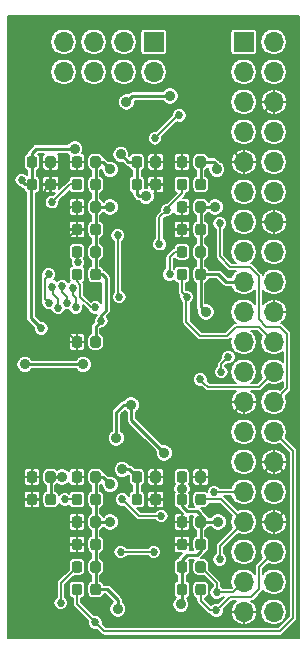
<source format=gbl>
G04 #@! TF.GenerationSoftware,KiCad,Pcbnew,5.0.0-rc2-unknown-06ff563~65~ubuntu18.04.1*
G04 #@! TF.CreationDate,2018-06-29T13:07:05+02:00*
G04 #@! TF.ProjectId,raspi3-4xMCP2517FD,7261737069332D34784D435032353137,rev?*
G04 #@! TF.SameCoordinates,Original*
G04 #@! TF.FileFunction,Copper,L2,Bot,Signal*
G04 #@! TF.FilePolarity,Positive*
%FSLAX46Y46*%
G04 Gerber Fmt 4.6, Leading zero omitted, Abs format (unit mm)*
G04 Created by KiCad (PCBNEW 5.0.0-rc2-unknown-06ff563~65~ubuntu18.04.1) date Fri Jun 29 13:07:05 2018*
%MOMM*%
%LPD*%
G01*
G04 APERTURE LIST*
G04 #@! TA.AperFunction,Conductor*
%ADD10C,0.100000*%
G04 #@! TD*
G04 #@! TA.AperFunction,SMDPad,CuDef*
%ADD11C,0.875000*%
G04 #@! TD*
G04 #@! TA.AperFunction,ComponentPad*
%ADD12R,1.700000X1.700000*%
G04 #@! TD*
G04 #@! TA.AperFunction,ComponentPad*
%ADD13O,1.700000X1.700000*%
G04 #@! TD*
G04 #@! TA.AperFunction,ViaPad*
%ADD14C,0.685800*%
G04 #@! TD*
G04 #@! TA.AperFunction,ViaPad*
%ADD15C,0.900000*%
G04 #@! TD*
G04 #@! TA.AperFunction,Conductor*
%ADD16C,0.152400*%
G04 #@! TD*
G04 #@! TA.AperFunction,Conductor*
%ADD17C,0.250000*%
G04 #@! TD*
G04 #@! TA.AperFunction,Conductor*
%ADD18C,0.150000*%
G04 #@! TD*
G04 APERTURE END LIST*
D10*
G04 #@! TO.N,MCP1_INT0*
G04 #@! TO.C,R6*
G36*
X87717691Y-42706053D02*
X87738926Y-42709203D01*
X87759750Y-42714419D01*
X87779962Y-42721651D01*
X87799368Y-42730830D01*
X87817781Y-42741866D01*
X87835024Y-42754654D01*
X87850930Y-42769070D01*
X87865346Y-42784976D01*
X87878134Y-42802219D01*
X87889170Y-42820632D01*
X87898349Y-42840038D01*
X87905581Y-42860250D01*
X87910797Y-42881074D01*
X87913947Y-42902309D01*
X87915000Y-42923750D01*
X87915000Y-43436250D01*
X87913947Y-43457691D01*
X87910797Y-43478926D01*
X87905581Y-43499750D01*
X87898349Y-43519962D01*
X87889170Y-43539368D01*
X87878134Y-43557781D01*
X87865346Y-43575024D01*
X87850930Y-43590930D01*
X87835024Y-43605346D01*
X87817781Y-43618134D01*
X87799368Y-43629170D01*
X87779962Y-43638349D01*
X87759750Y-43645581D01*
X87738926Y-43650797D01*
X87717691Y-43653947D01*
X87696250Y-43655000D01*
X87258750Y-43655000D01*
X87237309Y-43653947D01*
X87216074Y-43650797D01*
X87195250Y-43645581D01*
X87175038Y-43638349D01*
X87155632Y-43629170D01*
X87137219Y-43618134D01*
X87119976Y-43605346D01*
X87104070Y-43590930D01*
X87089654Y-43575024D01*
X87076866Y-43557781D01*
X87065830Y-43539368D01*
X87056651Y-43519962D01*
X87049419Y-43499750D01*
X87044203Y-43478926D01*
X87041053Y-43457691D01*
X87040000Y-43436250D01*
X87040000Y-42923750D01*
X87041053Y-42902309D01*
X87044203Y-42881074D01*
X87049419Y-42860250D01*
X87056651Y-42840038D01*
X87065830Y-42820632D01*
X87076866Y-42802219D01*
X87089654Y-42784976D01*
X87104070Y-42769070D01*
X87119976Y-42754654D01*
X87137219Y-42741866D01*
X87155632Y-42730830D01*
X87175038Y-42721651D01*
X87195250Y-42714419D01*
X87216074Y-42709203D01*
X87237309Y-42706053D01*
X87258750Y-42705000D01*
X87696250Y-42705000D01*
X87717691Y-42706053D01*
X87717691Y-42706053D01*
G37*
D11*
G04 #@! TD*
G04 #@! TO.P,R6,2*
G04 #@! TO.N,MCP1_INT0*
X87477500Y-43180000D03*
D10*
G04 #@! TO.N,+3V3*
G04 #@! TO.C,R6*
G36*
X89292691Y-42706053D02*
X89313926Y-42709203D01*
X89334750Y-42714419D01*
X89354962Y-42721651D01*
X89374368Y-42730830D01*
X89392781Y-42741866D01*
X89410024Y-42754654D01*
X89425930Y-42769070D01*
X89440346Y-42784976D01*
X89453134Y-42802219D01*
X89464170Y-42820632D01*
X89473349Y-42840038D01*
X89480581Y-42860250D01*
X89485797Y-42881074D01*
X89488947Y-42902309D01*
X89490000Y-42923750D01*
X89490000Y-43436250D01*
X89488947Y-43457691D01*
X89485797Y-43478926D01*
X89480581Y-43499750D01*
X89473349Y-43519962D01*
X89464170Y-43539368D01*
X89453134Y-43557781D01*
X89440346Y-43575024D01*
X89425930Y-43590930D01*
X89410024Y-43605346D01*
X89392781Y-43618134D01*
X89374368Y-43629170D01*
X89354962Y-43638349D01*
X89334750Y-43645581D01*
X89313926Y-43650797D01*
X89292691Y-43653947D01*
X89271250Y-43655000D01*
X88833750Y-43655000D01*
X88812309Y-43653947D01*
X88791074Y-43650797D01*
X88770250Y-43645581D01*
X88750038Y-43638349D01*
X88730632Y-43629170D01*
X88712219Y-43618134D01*
X88694976Y-43605346D01*
X88679070Y-43590930D01*
X88664654Y-43575024D01*
X88651866Y-43557781D01*
X88640830Y-43539368D01*
X88631651Y-43519962D01*
X88624419Y-43499750D01*
X88619203Y-43478926D01*
X88616053Y-43457691D01*
X88615000Y-43436250D01*
X88615000Y-42923750D01*
X88616053Y-42902309D01*
X88619203Y-42881074D01*
X88624419Y-42860250D01*
X88631651Y-42840038D01*
X88640830Y-42820632D01*
X88651866Y-42802219D01*
X88664654Y-42784976D01*
X88679070Y-42769070D01*
X88694976Y-42754654D01*
X88712219Y-42741866D01*
X88730632Y-42730830D01*
X88750038Y-42721651D01*
X88770250Y-42714419D01*
X88791074Y-42709203D01*
X88812309Y-42706053D01*
X88833750Y-42705000D01*
X89271250Y-42705000D01*
X89292691Y-42706053D01*
X89292691Y-42706053D01*
G37*
D11*
G04 #@! TD*
G04 #@! TO.P,R6,1*
G04 #@! TO.N,+3V3*
X89052500Y-43180000D03*
D10*
G04 #@! TO.N,+3V3*
G04 #@! TO.C,R4*
G36*
X98182691Y-36991053D02*
X98203926Y-36994203D01*
X98224750Y-36999419D01*
X98244962Y-37006651D01*
X98264368Y-37015830D01*
X98282781Y-37026866D01*
X98300024Y-37039654D01*
X98315930Y-37054070D01*
X98330346Y-37069976D01*
X98343134Y-37087219D01*
X98354170Y-37105632D01*
X98363349Y-37125038D01*
X98370581Y-37145250D01*
X98375797Y-37166074D01*
X98378947Y-37187309D01*
X98380000Y-37208750D01*
X98380000Y-37721250D01*
X98378947Y-37742691D01*
X98375797Y-37763926D01*
X98370581Y-37784750D01*
X98363349Y-37804962D01*
X98354170Y-37824368D01*
X98343134Y-37842781D01*
X98330346Y-37860024D01*
X98315930Y-37875930D01*
X98300024Y-37890346D01*
X98282781Y-37903134D01*
X98264368Y-37914170D01*
X98244962Y-37923349D01*
X98224750Y-37930581D01*
X98203926Y-37935797D01*
X98182691Y-37938947D01*
X98161250Y-37940000D01*
X97723750Y-37940000D01*
X97702309Y-37938947D01*
X97681074Y-37935797D01*
X97660250Y-37930581D01*
X97640038Y-37923349D01*
X97620632Y-37914170D01*
X97602219Y-37903134D01*
X97584976Y-37890346D01*
X97569070Y-37875930D01*
X97554654Y-37860024D01*
X97541866Y-37842781D01*
X97530830Y-37824368D01*
X97521651Y-37804962D01*
X97514419Y-37784750D01*
X97509203Y-37763926D01*
X97506053Y-37742691D01*
X97505000Y-37721250D01*
X97505000Y-37208750D01*
X97506053Y-37187309D01*
X97509203Y-37166074D01*
X97514419Y-37145250D01*
X97521651Y-37125038D01*
X97530830Y-37105632D01*
X97541866Y-37087219D01*
X97554654Y-37069976D01*
X97569070Y-37054070D01*
X97584976Y-37039654D01*
X97602219Y-37026866D01*
X97620632Y-37015830D01*
X97640038Y-37006651D01*
X97660250Y-36999419D01*
X97681074Y-36994203D01*
X97702309Y-36991053D01*
X97723750Y-36990000D01*
X98161250Y-36990000D01*
X98182691Y-36991053D01*
X98182691Y-36991053D01*
G37*
D11*
G04 #@! TD*
G04 #@! TO.P,R4,1*
G04 #@! TO.N,+3V3*
X97942500Y-37465000D03*
D10*
G04 #@! TO.N,MCP0_INT*
G04 #@! TO.C,R4*
G36*
X96607691Y-36991053D02*
X96628926Y-36994203D01*
X96649750Y-36999419D01*
X96669962Y-37006651D01*
X96689368Y-37015830D01*
X96707781Y-37026866D01*
X96725024Y-37039654D01*
X96740930Y-37054070D01*
X96755346Y-37069976D01*
X96768134Y-37087219D01*
X96779170Y-37105632D01*
X96788349Y-37125038D01*
X96795581Y-37145250D01*
X96800797Y-37166074D01*
X96803947Y-37187309D01*
X96805000Y-37208750D01*
X96805000Y-37721250D01*
X96803947Y-37742691D01*
X96800797Y-37763926D01*
X96795581Y-37784750D01*
X96788349Y-37804962D01*
X96779170Y-37824368D01*
X96768134Y-37842781D01*
X96755346Y-37860024D01*
X96740930Y-37875930D01*
X96725024Y-37890346D01*
X96707781Y-37903134D01*
X96689368Y-37914170D01*
X96669962Y-37923349D01*
X96649750Y-37930581D01*
X96628926Y-37935797D01*
X96607691Y-37938947D01*
X96586250Y-37940000D01*
X96148750Y-37940000D01*
X96127309Y-37938947D01*
X96106074Y-37935797D01*
X96085250Y-37930581D01*
X96065038Y-37923349D01*
X96045632Y-37914170D01*
X96027219Y-37903134D01*
X96009976Y-37890346D01*
X95994070Y-37875930D01*
X95979654Y-37860024D01*
X95966866Y-37842781D01*
X95955830Y-37824368D01*
X95946651Y-37804962D01*
X95939419Y-37784750D01*
X95934203Y-37763926D01*
X95931053Y-37742691D01*
X95930000Y-37721250D01*
X95930000Y-37208750D01*
X95931053Y-37187309D01*
X95934203Y-37166074D01*
X95939419Y-37145250D01*
X95946651Y-37125038D01*
X95955830Y-37105632D01*
X95966866Y-37087219D01*
X95979654Y-37069976D01*
X95994070Y-37054070D01*
X96009976Y-37039654D01*
X96027219Y-37026866D01*
X96045632Y-37015830D01*
X96065038Y-37006651D01*
X96085250Y-36999419D01*
X96106074Y-36994203D01*
X96127309Y-36991053D01*
X96148750Y-36990000D01*
X96586250Y-36990000D01*
X96607691Y-36991053D01*
X96607691Y-36991053D01*
G37*
D11*
G04 #@! TD*
G04 #@! TO.P,R4,2*
G04 #@! TO.N,MCP0_INT*
X96367500Y-37465000D03*
D10*
G04 #@! TO.N,MCP2_INT*
G04 #@! TO.C,R3*
G36*
X98182691Y-63661053D02*
X98203926Y-63664203D01*
X98224750Y-63669419D01*
X98244962Y-63676651D01*
X98264368Y-63685830D01*
X98282781Y-63696866D01*
X98300024Y-63709654D01*
X98315930Y-63724070D01*
X98330346Y-63739976D01*
X98343134Y-63757219D01*
X98354170Y-63775632D01*
X98363349Y-63795038D01*
X98370581Y-63815250D01*
X98375797Y-63836074D01*
X98378947Y-63857309D01*
X98380000Y-63878750D01*
X98380000Y-64391250D01*
X98378947Y-64412691D01*
X98375797Y-64433926D01*
X98370581Y-64454750D01*
X98363349Y-64474962D01*
X98354170Y-64494368D01*
X98343134Y-64512781D01*
X98330346Y-64530024D01*
X98315930Y-64545930D01*
X98300024Y-64560346D01*
X98282781Y-64573134D01*
X98264368Y-64584170D01*
X98244962Y-64593349D01*
X98224750Y-64600581D01*
X98203926Y-64605797D01*
X98182691Y-64608947D01*
X98161250Y-64610000D01*
X97723750Y-64610000D01*
X97702309Y-64608947D01*
X97681074Y-64605797D01*
X97660250Y-64600581D01*
X97640038Y-64593349D01*
X97620632Y-64584170D01*
X97602219Y-64573134D01*
X97584976Y-64560346D01*
X97569070Y-64545930D01*
X97554654Y-64530024D01*
X97541866Y-64512781D01*
X97530830Y-64494368D01*
X97521651Y-64474962D01*
X97514419Y-64454750D01*
X97509203Y-64433926D01*
X97506053Y-64412691D01*
X97505000Y-64391250D01*
X97505000Y-63878750D01*
X97506053Y-63857309D01*
X97509203Y-63836074D01*
X97514419Y-63815250D01*
X97521651Y-63795038D01*
X97530830Y-63775632D01*
X97541866Y-63757219D01*
X97554654Y-63739976D01*
X97569070Y-63724070D01*
X97584976Y-63709654D01*
X97602219Y-63696866D01*
X97620632Y-63685830D01*
X97640038Y-63676651D01*
X97660250Y-63669419D01*
X97681074Y-63664203D01*
X97702309Y-63661053D01*
X97723750Y-63660000D01*
X98161250Y-63660000D01*
X98182691Y-63661053D01*
X98182691Y-63661053D01*
G37*
D11*
G04 #@! TD*
G04 #@! TO.P,R3,2*
G04 #@! TO.N,MCP2_INT*
X97942500Y-64135000D03*
D10*
G04 #@! TO.N,+3V3*
G04 #@! TO.C,R3*
G36*
X96607691Y-63661053D02*
X96628926Y-63664203D01*
X96649750Y-63669419D01*
X96669962Y-63676651D01*
X96689368Y-63685830D01*
X96707781Y-63696866D01*
X96725024Y-63709654D01*
X96740930Y-63724070D01*
X96755346Y-63739976D01*
X96768134Y-63757219D01*
X96779170Y-63775632D01*
X96788349Y-63795038D01*
X96795581Y-63815250D01*
X96800797Y-63836074D01*
X96803947Y-63857309D01*
X96805000Y-63878750D01*
X96805000Y-64391250D01*
X96803947Y-64412691D01*
X96800797Y-64433926D01*
X96795581Y-64454750D01*
X96788349Y-64474962D01*
X96779170Y-64494368D01*
X96768134Y-64512781D01*
X96755346Y-64530024D01*
X96740930Y-64545930D01*
X96725024Y-64560346D01*
X96707781Y-64573134D01*
X96689368Y-64584170D01*
X96669962Y-64593349D01*
X96649750Y-64600581D01*
X96628926Y-64605797D01*
X96607691Y-64608947D01*
X96586250Y-64610000D01*
X96148750Y-64610000D01*
X96127309Y-64608947D01*
X96106074Y-64605797D01*
X96085250Y-64600581D01*
X96065038Y-64593349D01*
X96045632Y-64584170D01*
X96027219Y-64573134D01*
X96009976Y-64560346D01*
X95994070Y-64545930D01*
X95979654Y-64530024D01*
X95966866Y-64512781D01*
X95955830Y-64494368D01*
X95946651Y-64474962D01*
X95939419Y-64454750D01*
X95934203Y-64433926D01*
X95931053Y-64412691D01*
X95930000Y-64391250D01*
X95930000Y-63878750D01*
X95931053Y-63857309D01*
X95934203Y-63836074D01*
X95939419Y-63815250D01*
X95946651Y-63795038D01*
X95955830Y-63775632D01*
X95966866Y-63757219D01*
X95979654Y-63739976D01*
X95994070Y-63724070D01*
X96009976Y-63709654D01*
X96027219Y-63696866D01*
X96045632Y-63685830D01*
X96065038Y-63676651D01*
X96085250Y-63669419D01*
X96106074Y-63664203D01*
X96127309Y-63661053D01*
X96148750Y-63660000D01*
X96586250Y-63660000D01*
X96607691Y-63661053D01*
X96607691Y-63661053D01*
G37*
D11*
G04 #@! TD*
G04 #@! TO.P,R3,1*
G04 #@! TO.N,+3V3*
X96367500Y-64135000D03*
D10*
G04 #@! TO.N,+3V3*
G04 #@! TO.C,R2*
G36*
X89292691Y-36991053D02*
X89313926Y-36994203D01*
X89334750Y-36999419D01*
X89354962Y-37006651D01*
X89374368Y-37015830D01*
X89392781Y-37026866D01*
X89410024Y-37039654D01*
X89425930Y-37054070D01*
X89440346Y-37069976D01*
X89453134Y-37087219D01*
X89464170Y-37105632D01*
X89473349Y-37125038D01*
X89480581Y-37145250D01*
X89485797Y-37166074D01*
X89488947Y-37187309D01*
X89490000Y-37208750D01*
X89490000Y-37721250D01*
X89488947Y-37742691D01*
X89485797Y-37763926D01*
X89480581Y-37784750D01*
X89473349Y-37804962D01*
X89464170Y-37824368D01*
X89453134Y-37842781D01*
X89440346Y-37860024D01*
X89425930Y-37875930D01*
X89410024Y-37890346D01*
X89392781Y-37903134D01*
X89374368Y-37914170D01*
X89354962Y-37923349D01*
X89334750Y-37930581D01*
X89313926Y-37935797D01*
X89292691Y-37938947D01*
X89271250Y-37940000D01*
X88833750Y-37940000D01*
X88812309Y-37938947D01*
X88791074Y-37935797D01*
X88770250Y-37930581D01*
X88750038Y-37923349D01*
X88730632Y-37914170D01*
X88712219Y-37903134D01*
X88694976Y-37890346D01*
X88679070Y-37875930D01*
X88664654Y-37860024D01*
X88651866Y-37842781D01*
X88640830Y-37824368D01*
X88631651Y-37804962D01*
X88624419Y-37784750D01*
X88619203Y-37763926D01*
X88616053Y-37742691D01*
X88615000Y-37721250D01*
X88615000Y-37208750D01*
X88616053Y-37187309D01*
X88619203Y-37166074D01*
X88624419Y-37145250D01*
X88631651Y-37125038D01*
X88640830Y-37105632D01*
X88651866Y-37087219D01*
X88664654Y-37069976D01*
X88679070Y-37054070D01*
X88694976Y-37039654D01*
X88712219Y-37026866D01*
X88730632Y-37015830D01*
X88750038Y-37006651D01*
X88770250Y-36999419D01*
X88791074Y-36994203D01*
X88812309Y-36991053D01*
X88833750Y-36990000D01*
X89271250Y-36990000D01*
X89292691Y-36991053D01*
X89292691Y-36991053D01*
G37*
D11*
G04 #@! TD*
G04 #@! TO.P,R2,1*
G04 #@! TO.N,+3V3*
X89052500Y-37465000D03*
D10*
G04 #@! TO.N,MCP1_INT*
G04 #@! TO.C,R2*
G36*
X87717691Y-36991053D02*
X87738926Y-36994203D01*
X87759750Y-36999419D01*
X87779962Y-37006651D01*
X87799368Y-37015830D01*
X87817781Y-37026866D01*
X87835024Y-37039654D01*
X87850930Y-37054070D01*
X87865346Y-37069976D01*
X87878134Y-37087219D01*
X87889170Y-37105632D01*
X87898349Y-37125038D01*
X87905581Y-37145250D01*
X87910797Y-37166074D01*
X87913947Y-37187309D01*
X87915000Y-37208750D01*
X87915000Y-37721250D01*
X87913947Y-37742691D01*
X87910797Y-37763926D01*
X87905581Y-37784750D01*
X87898349Y-37804962D01*
X87889170Y-37824368D01*
X87878134Y-37842781D01*
X87865346Y-37860024D01*
X87850930Y-37875930D01*
X87835024Y-37890346D01*
X87817781Y-37903134D01*
X87799368Y-37914170D01*
X87779962Y-37923349D01*
X87759750Y-37930581D01*
X87738926Y-37935797D01*
X87717691Y-37938947D01*
X87696250Y-37940000D01*
X87258750Y-37940000D01*
X87237309Y-37938947D01*
X87216074Y-37935797D01*
X87195250Y-37930581D01*
X87175038Y-37923349D01*
X87155632Y-37914170D01*
X87137219Y-37903134D01*
X87119976Y-37890346D01*
X87104070Y-37875930D01*
X87089654Y-37860024D01*
X87076866Y-37842781D01*
X87065830Y-37824368D01*
X87056651Y-37804962D01*
X87049419Y-37784750D01*
X87044203Y-37763926D01*
X87041053Y-37742691D01*
X87040000Y-37721250D01*
X87040000Y-37208750D01*
X87041053Y-37187309D01*
X87044203Y-37166074D01*
X87049419Y-37145250D01*
X87056651Y-37125038D01*
X87065830Y-37105632D01*
X87076866Y-37087219D01*
X87089654Y-37069976D01*
X87104070Y-37054070D01*
X87119976Y-37039654D01*
X87137219Y-37026866D01*
X87155632Y-37015830D01*
X87175038Y-37006651D01*
X87195250Y-36999419D01*
X87216074Y-36994203D01*
X87237309Y-36991053D01*
X87258750Y-36990000D01*
X87696250Y-36990000D01*
X87717691Y-36991053D01*
X87717691Y-36991053D01*
G37*
D11*
G04 #@! TD*
G04 #@! TO.P,R2,2*
G04 #@! TO.N,MCP1_INT*
X87477500Y-37465000D03*
D10*
G04 #@! TO.N,MCP3_INT*
G04 #@! TO.C,R1*
G36*
X87717691Y-63661053D02*
X87738926Y-63664203D01*
X87759750Y-63669419D01*
X87779962Y-63676651D01*
X87799368Y-63685830D01*
X87817781Y-63696866D01*
X87835024Y-63709654D01*
X87850930Y-63724070D01*
X87865346Y-63739976D01*
X87878134Y-63757219D01*
X87889170Y-63775632D01*
X87898349Y-63795038D01*
X87905581Y-63815250D01*
X87910797Y-63836074D01*
X87913947Y-63857309D01*
X87915000Y-63878750D01*
X87915000Y-64391250D01*
X87913947Y-64412691D01*
X87910797Y-64433926D01*
X87905581Y-64454750D01*
X87898349Y-64474962D01*
X87889170Y-64494368D01*
X87878134Y-64512781D01*
X87865346Y-64530024D01*
X87850930Y-64545930D01*
X87835024Y-64560346D01*
X87817781Y-64573134D01*
X87799368Y-64584170D01*
X87779962Y-64593349D01*
X87759750Y-64600581D01*
X87738926Y-64605797D01*
X87717691Y-64608947D01*
X87696250Y-64610000D01*
X87258750Y-64610000D01*
X87237309Y-64608947D01*
X87216074Y-64605797D01*
X87195250Y-64600581D01*
X87175038Y-64593349D01*
X87155632Y-64584170D01*
X87137219Y-64573134D01*
X87119976Y-64560346D01*
X87104070Y-64545930D01*
X87089654Y-64530024D01*
X87076866Y-64512781D01*
X87065830Y-64494368D01*
X87056651Y-64474962D01*
X87049419Y-64454750D01*
X87044203Y-64433926D01*
X87041053Y-64412691D01*
X87040000Y-64391250D01*
X87040000Y-63878750D01*
X87041053Y-63857309D01*
X87044203Y-63836074D01*
X87049419Y-63815250D01*
X87056651Y-63795038D01*
X87065830Y-63775632D01*
X87076866Y-63757219D01*
X87089654Y-63739976D01*
X87104070Y-63724070D01*
X87119976Y-63709654D01*
X87137219Y-63696866D01*
X87155632Y-63685830D01*
X87175038Y-63676651D01*
X87195250Y-63669419D01*
X87216074Y-63664203D01*
X87237309Y-63661053D01*
X87258750Y-63660000D01*
X87696250Y-63660000D01*
X87717691Y-63661053D01*
X87717691Y-63661053D01*
G37*
D11*
G04 #@! TD*
G04 #@! TO.P,R1,2*
G04 #@! TO.N,MCP3_INT*
X87477500Y-64135000D03*
D10*
G04 #@! TO.N,+3V3*
G04 #@! TO.C,R1*
G36*
X89292691Y-63661053D02*
X89313926Y-63664203D01*
X89334750Y-63669419D01*
X89354962Y-63676651D01*
X89374368Y-63685830D01*
X89392781Y-63696866D01*
X89410024Y-63709654D01*
X89425930Y-63724070D01*
X89440346Y-63739976D01*
X89453134Y-63757219D01*
X89464170Y-63775632D01*
X89473349Y-63795038D01*
X89480581Y-63815250D01*
X89485797Y-63836074D01*
X89488947Y-63857309D01*
X89490000Y-63878750D01*
X89490000Y-64391250D01*
X89488947Y-64412691D01*
X89485797Y-64433926D01*
X89480581Y-64454750D01*
X89473349Y-64474962D01*
X89464170Y-64494368D01*
X89453134Y-64512781D01*
X89440346Y-64530024D01*
X89425930Y-64545930D01*
X89410024Y-64560346D01*
X89392781Y-64573134D01*
X89374368Y-64584170D01*
X89354962Y-64593349D01*
X89334750Y-64600581D01*
X89313926Y-64605797D01*
X89292691Y-64608947D01*
X89271250Y-64610000D01*
X88833750Y-64610000D01*
X88812309Y-64608947D01*
X88791074Y-64605797D01*
X88770250Y-64600581D01*
X88750038Y-64593349D01*
X88730632Y-64584170D01*
X88712219Y-64573134D01*
X88694976Y-64560346D01*
X88679070Y-64545930D01*
X88664654Y-64530024D01*
X88651866Y-64512781D01*
X88640830Y-64494368D01*
X88631651Y-64474962D01*
X88624419Y-64454750D01*
X88619203Y-64433926D01*
X88616053Y-64412691D01*
X88615000Y-64391250D01*
X88615000Y-63878750D01*
X88616053Y-63857309D01*
X88619203Y-63836074D01*
X88624419Y-63815250D01*
X88631651Y-63795038D01*
X88640830Y-63775632D01*
X88651866Y-63757219D01*
X88664654Y-63739976D01*
X88679070Y-63724070D01*
X88694976Y-63709654D01*
X88712219Y-63696866D01*
X88730632Y-63685830D01*
X88750038Y-63676651D01*
X88770250Y-63669419D01*
X88791074Y-63664203D01*
X88812309Y-63661053D01*
X88833750Y-63660000D01*
X89271250Y-63660000D01*
X89292691Y-63661053D01*
X89292691Y-63661053D01*
G37*
D11*
G04 #@! TD*
G04 #@! TO.P,R1,1*
G04 #@! TO.N,+3V3*
X89052500Y-64135000D03*
D10*
G04 #@! TO.N,+3V3*
G04 #@! TO.C,R5*
G36*
X89292691Y-69376053D02*
X89313926Y-69379203D01*
X89334750Y-69384419D01*
X89354962Y-69391651D01*
X89374368Y-69400830D01*
X89392781Y-69411866D01*
X89410024Y-69424654D01*
X89425930Y-69439070D01*
X89440346Y-69454976D01*
X89453134Y-69472219D01*
X89464170Y-69490632D01*
X89473349Y-69510038D01*
X89480581Y-69530250D01*
X89485797Y-69551074D01*
X89488947Y-69572309D01*
X89490000Y-69593750D01*
X89490000Y-70106250D01*
X89488947Y-70127691D01*
X89485797Y-70148926D01*
X89480581Y-70169750D01*
X89473349Y-70189962D01*
X89464170Y-70209368D01*
X89453134Y-70227781D01*
X89440346Y-70245024D01*
X89425930Y-70260930D01*
X89410024Y-70275346D01*
X89392781Y-70288134D01*
X89374368Y-70299170D01*
X89354962Y-70308349D01*
X89334750Y-70315581D01*
X89313926Y-70320797D01*
X89292691Y-70323947D01*
X89271250Y-70325000D01*
X88833750Y-70325000D01*
X88812309Y-70323947D01*
X88791074Y-70320797D01*
X88770250Y-70315581D01*
X88750038Y-70308349D01*
X88730632Y-70299170D01*
X88712219Y-70288134D01*
X88694976Y-70275346D01*
X88679070Y-70260930D01*
X88664654Y-70245024D01*
X88651866Y-70227781D01*
X88640830Y-70209368D01*
X88631651Y-70189962D01*
X88624419Y-70169750D01*
X88619203Y-70148926D01*
X88616053Y-70127691D01*
X88615000Y-70106250D01*
X88615000Y-69593750D01*
X88616053Y-69572309D01*
X88619203Y-69551074D01*
X88624419Y-69530250D01*
X88631651Y-69510038D01*
X88640830Y-69490632D01*
X88651866Y-69472219D01*
X88664654Y-69454976D01*
X88679070Y-69439070D01*
X88694976Y-69424654D01*
X88712219Y-69411866D01*
X88730632Y-69400830D01*
X88750038Y-69391651D01*
X88770250Y-69384419D01*
X88791074Y-69379203D01*
X88812309Y-69376053D01*
X88833750Y-69375000D01*
X89271250Y-69375000D01*
X89292691Y-69376053D01*
X89292691Y-69376053D01*
G37*
D11*
G04 #@! TD*
G04 #@! TO.P,R5,1*
G04 #@! TO.N,+3V3*
X89052500Y-69850000D03*
D10*
G04 #@! TO.N,MCP3_INT0*
G04 #@! TO.C,R5*
G36*
X87717691Y-69376053D02*
X87738926Y-69379203D01*
X87759750Y-69384419D01*
X87779962Y-69391651D01*
X87799368Y-69400830D01*
X87817781Y-69411866D01*
X87835024Y-69424654D01*
X87850930Y-69439070D01*
X87865346Y-69454976D01*
X87878134Y-69472219D01*
X87889170Y-69490632D01*
X87898349Y-69510038D01*
X87905581Y-69530250D01*
X87910797Y-69551074D01*
X87913947Y-69572309D01*
X87915000Y-69593750D01*
X87915000Y-70106250D01*
X87913947Y-70127691D01*
X87910797Y-70148926D01*
X87905581Y-70169750D01*
X87898349Y-70189962D01*
X87889170Y-70209368D01*
X87878134Y-70227781D01*
X87865346Y-70245024D01*
X87850930Y-70260930D01*
X87835024Y-70275346D01*
X87817781Y-70288134D01*
X87799368Y-70299170D01*
X87779962Y-70308349D01*
X87759750Y-70315581D01*
X87738926Y-70320797D01*
X87717691Y-70323947D01*
X87696250Y-70325000D01*
X87258750Y-70325000D01*
X87237309Y-70323947D01*
X87216074Y-70320797D01*
X87195250Y-70315581D01*
X87175038Y-70308349D01*
X87155632Y-70299170D01*
X87137219Y-70288134D01*
X87119976Y-70275346D01*
X87104070Y-70260930D01*
X87089654Y-70245024D01*
X87076866Y-70227781D01*
X87065830Y-70209368D01*
X87056651Y-70189962D01*
X87049419Y-70169750D01*
X87044203Y-70148926D01*
X87041053Y-70127691D01*
X87040000Y-70106250D01*
X87040000Y-69593750D01*
X87041053Y-69572309D01*
X87044203Y-69551074D01*
X87049419Y-69530250D01*
X87056651Y-69510038D01*
X87065830Y-69490632D01*
X87076866Y-69472219D01*
X87089654Y-69454976D01*
X87104070Y-69439070D01*
X87119976Y-69424654D01*
X87137219Y-69411866D01*
X87155632Y-69400830D01*
X87175038Y-69391651D01*
X87195250Y-69384419D01*
X87216074Y-69379203D01*
X87237309Y-69376053D01*
X87258750Y-69375000D01*
X87696250Y-69375000D01*
X87717691Y-69376053D01*
X87717691Y-69376053D01*
G37*
D11*
G04 #@! TD*
G04 #@! TO.P,R5,2*
G04 #@! TO.N,MCP3_INT0*
X87477500Y-69850000D03*
D10*
G04 #@! TO.N,MCP2_INT0*
G04 #@! TO.C,R7*
G36*
X98182691Y-69376053D02*
X98203926Y-69379203D01*
X98224750Y-69384419D01*
X98244962Y-69391651D01*
X98264368Y-69400830D01*
X98282781Y-69411866D01*
X98300024Y-69424654D01*
X98315930Y-69439070D01*
X98330346Y-69454976D01*
X98343134Y-69472219D01*
X98354170Y-69490632D01*
X98363349Y-69510038D01*
X98370581Y-69530250D01*
X98375797Y-69551074D01*
X98378947Y-69572309D01*
X98380000Y-69593750D01*
X98380000Y-70106250D01*
X98378947Y-70127691D01*
X98375797Y-70148926D01*
X98370581Y-70169750D01*
X98363349Y-70189962D01*
X98354170Y-70209368D01*
X98343134Y-70227781D01*
X98330346Y-70245024D01*
X98315930Y-70260930D01*
X98300024Y-70275346D01*
X98282781Y-70288134D01*
X98264368Y-70299170D01*
X98244962Y-70308349D01*
X98224750Y-70315581D01*
X98203926Y-70320797D01*
X98182691Y-70323947D01*
X98161250Y-70325000D01*
X97723750Y-70325000D01*
X97702309Y-70323947D01*
X97681074Y-70320797D01*
X97660250Y-70315581D01*
X97640038Y-70308349D01*
X97620632Y-70299170D01*
X97602219Y-70288134D01*
X97584976Y-70275346D01*
X97569070Y-70260930D01*
X97554654Y-70245024D01*
X97541866Y-70227781D01*
X97530830Y-70209368D01*
X97521651Y-70189962D01*
X97514419Y-70169750D01*
X97509203Y-70148926D01*
X97506053Y-70127691D01*
X97505000Y-70106250D01*
X97505000Y-69593750D01*
X97506053Y-69572309D01*
X97509203Y-69551074D01*
X97514419Y-69530250D01*
X97521651Y-69510038D01*
X97530830Y-69490632D01*
X97541866Y-69472219D01*
X97554654Y-69454976D01*
X97569070Y-69439070D01*
X97584976Y-69424654D01*
X97602219Y-69411866D01*
X97620632Y-69400830D01*
X97640038Y-69391651D01*
X97660250Y-69384419D01*
X97681074Y-69379203D01*
X97702309Y-69376053D01*
X97723750Y-69375000D01*
X98161250Y-69375000D01*
X98182691Y-69376053D01*
X98182691Y-69376053D01*
G37*
D11*
G04 #@! TD*
G04 #@! TO.P,R7,2*
G04 #@! TO.N,MCP2_INT0*
X97942500Y-69850000D03*
D10*
G04 #@! TO.N,+3V3*
G04 #@! TO.C,R7*
G36*
X96607691Y-69376053D02*
X96628926Y-69379203D01*
X96649750Y-69384419D01*
X96669962Y-69391651D01*
X96689368Y-69400830D01*
X96707781Y-69411866D01*
X96725024Y-69424654D01*
X96740930Y-69439070D01*
X96755346Y-69454976D01*
X96768134Y-69472219D01*
X96779170Y-69490632D01*
X96788349Y-69510038D01*
X96795581Y-69530250D01*
X96800797Y-69551074D01*
X96803947Y-69572309D01*
X96805000Y-69593750D01*
X96805000Y-70106250D01*
X96803947Y-70127691D01*
X96800797Y-70148926D01*
X96795581Y-70169750D01*
X96788349Y-70189962D01*
X96779170Y-70209368D01*
X96768134Y-70227781D01*
X96755346Y-70245024D01*
X96740930Y-70260930D01*
X96725024Y-70275346D01*
X96707781Y-70288134D01*
X96689368Y-70299170D01*
X96669962Y-70308349D01*
X96649750Y-70315581D01*
X96628926Y-70320797D01*
X96607691Y-70323947D01*
X96586250Y-70325000D01*
X96148750Y-70325000D01*
X96127309Y-70323947D01*
X96106074Y-70320797D01*
X96085250Y-70315581D01*
X96065038Y-70308349D01*
X96045632Y-70299170D01*
X96027219Y-70288134D01*
X96009976Y-70275346D01*
X95994070Y-70260930D01*
X95979654Y-70245024D01*
X95966866Y-70227781D01*
X95955830Y-70209368D01*
X95946651Y-70189962D01*
X95939419Y-70169750D01*
X95934203Y-70148926D01*
X95931053Y-70127691D01*
X95930000Y-70106250D01*
X95930000Y-69593750D01*
X95931053Y-69572309D01*
X95934203Y-69551074D01*
X95939419Y-69530250D01*
X95946651Y-69510038D01*
X95955830Y-69490632D01*
X95966866Y-69472219D01*
X95979654Y-69454976D01*
X95994070Y-69439070D01*
X96009976Y-69424654D01*
X96027219Y-69411866D01*
X96045632Y-69400830D01*
X96065038Y-69391651D01*
X96085250Y-69384419D01*
X96106074Y-69379203D01*
X96127309Y-69376053D01*
X96148750Y-69375000D01*
X96586250Y-69375000D01*
X96607691Y-69376053D01*
X96607691Y-69376053D01*
G37*
D11*
G04 #@! TD*
G04 #@! TO.P,R7,1*
G04 #@! TO.N,+3V3*
X96367500Y-69850000D03*
D10*
G04 #@! TO.N,+3V3*
G04 #@! TO.C,R8*
G36*
X98182691Y-42706053D02*
X98203926Y-42709203D01*
X98224750Y-42714419D01*
X98244962Y-42721651D01*
X98264368Y-42730830D01*
X98282781Y-42741866D01*
X98300024Y-42754654D01*
X98315930Y-42769070D01*
X98330346Y-42784976D01*
X98343134Y-42802219D01*
X98354170Y-42820632D01*
X98363349Y-42840038D01*
X98370581Y-42860250D01*
X98375797Y-42881074D01*
X98378947Y-42902309D01*
X98380000Y-42923750D01*
X98380000Y-43436250D01*
X98378947Y-43457691D01*
X98375797Y-43478926D01*
X98370581Y-43499750D01*
X98363349Y-43519962D01*
X98354170Y-43539368D01*
X98343134Y-43557781D01*
X98330346Y-43575024D01*
X98315930Y-43590930D01*
X98300024Y-43605346D01*
X98282781Y-43618134D01*
X98264368Y-43629170D01*
X98244962Y-43638349D01*
X98224750Y-43645581D01*
X98203926Y-43650797D01*
X98182691Y-43653947D01*
X98161250Y-43655000D01*
X97723750Y-43655000D01*
X97702309Y-43653947D01*
X97681074Y-43650797D01*
X97660250Y-43645581D01*
X97640038Y-43638349D01*
X97620632Y-43629170D01*
X97602219Y-43618134D01*
X97584976Y-43605346D01*
X97569070Y-43590930D01*
X97554654Y-43575024D01*
X97541866Y-43557781D01*
X97530830Y-43539368D01*
X97521651Y-43519962D01*
X97514419Y-43499750D01*
X97509203Y-43478926D01*
X97506053Y-43457691D01*
X97505000Y-43436250D01*
X97505000Y-42923750D01*
X97506053Y-42902309D01*
X97509203Y-42881074D01*
X97514419Y-42860250D01*
X97521651Y-42840038D01*
X97530830Y-42820632D01*
X97541866Y-42802219D01*
X97554654Y-42784976D01*
X97569070Y-42769070D01*
X97584976Y-42754654D01*
X97602219Y-42741866D01*
X97620632Y-42730830D01*
X97640038Y-42721651D01*
X97660250Y-42714419D01*
X97681074Y-42709203D01*
X97702309Y-42706053D01*
X97723750Y-42705000D01*
X98161250Y-42705000D01*
X98182691Y-42706053D01*
X98182691Y-42706053D01*
G37*
D11*
G04 #@! TD*
G04 #@! TO.P,R8,1*
G04 #@! TO.N,+3V3*
X97942500Y-43180000D03*
D10*
G04 #@! TO.N,MCP0_INT0*
G04 #@! TO.C,R8*
G36*
X96607691Y-42706053D02*
X96628926Y-42709203D01*
X96649750Y-42714419D01*
X96669962Y-42721651D01*
X96689368Y-42730830D01*
X96707781Y-42741866D01*
X96725024Y-42754654D01*
X96740930Y-42769070D01*
X96755346Y-42784976D01*
X96768134Y-42802219D01*
X96779170Y-42820632D01*
X96788349Y-42840038D01*
X96795581Y-42860250D01*
X96800797Y-42881074D01*
X96803947Y-42902309D01*
X96805000Y-42923750D01*
X96805000Y-43436250D01*
X96803947Y-43457691D01*
X96800797Y-43478926D01*
X96795581Y-43499750D01*
X96788349Y-43519962D01*
X96779170Y-43539368D01*
X96768134Y-43557781D01*
X96755346Y-43575024D01*
X96740930Y-43590930D01*
X96725024Y-43605346D01*
X96707781Y-43618134D01*
X96689368Y-43629170D01*
X96669962Y-43638349D01*
X96649750Y-43645581D01*
X96628926Y-43650797D01*
X96607691Y-43653947D01*
X96586250Y-43655000D01*
X96148750Y-43655000D01*
X96127309Y-43653947D01*
X96106074Y-43650797D01*
X96085250Y-43645581D01*
X96065038Y-43638349D01*
X96045632Y-43629170D01*
X96027219Y-43618134D01*
X96009976Y-43605346D01*
X95994070Y-43590930D01*
X95979654Y-43575024D01*
X95966866Y-43557781D01*
X95955830Y-43539368D01*
X95946651Y-43519962D01*
X95939419Y-43499750D01*
X95934203Y-43478926D01*
X95931053Y-43457691D01*
X95930000Y-43436250D01*
X95930000Y-42923750D01*
X95931053Y-42902309D01*
X95934203Y-42881074D01*
X95939419Y-42860250D01*
X95946651Y-42840038D01*
X95955830Y-42820632D01*
X95966866Y-42802219D01*
X95979654Y-42784976D01*
X95994070Y-42769070D01*
X96009976Y-42754654D01*
X96027219Y-42741866D01*
X96045632Y-42730830D01*
X96065038Y-42721651D01*
X96085250Y-42714419D01*
X96106074Y-42709203D01*
X96127309Y-42706053D01*
X96148750Y-42705000D01*
X96586250Y-42705000D01*
X96607691Y-42706053D01*
X96607691Y-42706053D01*
G37*
D11*
G04 #@! TD*
G04 #@! TO.P,R8,2*
G04 #@! TO.N,MCP0_INT0*
X96367500Y-43180000D03*
D10*
G04 #@! TO.N,MCP3_INT1*
G04 #@! TO.C,R9*
G36*
X87717691Y-71281053D02*
X87738926Y-71284203D01*
X87759750Y-71289419D01*
X87779962Y-71296651D01*
X87799368Y-71305830D01*
X87817781Y-71316866D01*
X87835024Y-71329654D01*
X87850930Y-71344070D01*
X87865346Y-71359976D01*
X87878134Y-71377219D01*
X87889170Y-71395632D01*
X87898349Y-71415038D01*
X87905581Y-71435250D01*
X87910797Y-71456074D01*
X87913947Y-71477309D01*
X87915000Y-71498750D01*
X87915000Y-72011250D01*
X87913947Y-72032691D01*
X87910797Y-72053926D01*
X87905581Y-72074750D01*
X87898349Y-72094962D01*
X87889170Y-72114368D01*
X87878134Y-72132781D01*
X87865346Y-72150024D01*
X87850930Y-72165930D01*
X87835024Y-72180346D01*
X87817781Y-72193134D01*
X87799368Y-72204170D01*
X87779962Y-72213349D01*
X87759750Y-72220581D01*
X87738926Y-72225797D01*
X87717691Y-72228947D01*
X87696250Y-72230000D01*
X87258750Y-72230000D01*
X87237309Y-72228947D01*
X87216074Y-72225797D01*
X87195250Y-72220581D01*
X87175038Y-72213349D01*
X87155632Y-72204170D01*
X87137219Y-72193134D01*
X87119976Y-72180346D01*
X87104070Y-72165930D01*
X87089654Y-72150024D01*
X87076866Y-72132781D01*
X87065830Y-72114368D01*
X87056651Y-72094962D01*
X87049419Y-72074750D01*
X87044203Y-72053926D01*
X87041053Y-72032691D01*
X87040000Y-72011250D01*
X87040000Y-71498750D01*
X87041053Y-71477309D01*
X87044203Y-71456074D01*
X87049419Y-71435250D01*
X87056651Y-71415038D01*
X87065830Y-71395632D01*
X87076866Y-71377219D01*
X87089654Y-71359976D01*
X87104070Y-71344070D01*
X87119976Y-71329654D01*
X87137219Y-71316866D01*
X87155632Y-71305830D01*
X87175038Y-71296651D01*
X87195250Y-71289419D01*
X87216074Y-71284203D01*
X87237309Y-71281053D01*
X87258750Y-71280000D01*
X87696250Y-71280000D01*
X87717691Y-71281053D01*
X87717691Y-71281053D01*
G37*
D11*
G04 #@! TD*
G04 #@! TO.P,R9,2*
G04 #@! TO.N,MCP3_INT1*
X87477500Y-71755000D03*
D10*
G04 #@! TO.N,+3V3*
G04 #@! TO.C,R9*
G36*
X89292691Y-71281053D02*
X89313926Y-71284203D01*
X89334750Y-71289419D01*
X89354962Y-71296651D01*
X89374368Y-71305830D01*
X89392781Y-71316866D01*
X89410024Y-71329654D01*
X89425930Y-71344070D01*
X89440346Y-71359976D01*
X89453134Y-71377219D01*
X89464170Y-71395632D01*
X89473349Y-71415038D01*
X89480581Y-71435250D01*
X89485797Y-71456074D01*
X89488947Y-71477309D01*
X89490000Y-71498750D01*
X89490000Y-72011250D01*
X89488947Y-72032691D01*
X89485797Y-72053926D01*
X89480581Y-72074750D01*
X89473349Y-72094962D01*
X89464170Y-72114368D01*
X89453134Y-72132781D01*
X89440346Y-72150024D01*
X89425930Y-72165930D01*
X89410024Y-72180346D01*
X89392781Y-72193134D01*
X89374368Y-72204170D01*
X89354962Y-72213349D01*
X89334750Y-72220581D01*
X89313926Y-72225797D01*
X89292691Y-72228947D01*
X89271250Y-72230000D01*
X88833750Y-72230000D01*
X88812309Y-72228947D01*
X88791074Y-72225797D01*
X88770250Y-72220581D01*
X88750038Y-72213349D01*
X88730632Y-72204170D01*
X88712219Y-72193134D01*
X88694976Y-72180346D01*
X88679070Y-72165930D01*
X88664654Y-72150024D01*
X88651866Y-72132781D01*
X88640830Y-72114368D01*
X88631651Y-72094962D01*
X88624419Y-72074750D01*
X88619203Y-72053926D01*
X88616053Y-72032691D01*
X88615000Y-72011250D01*
X88615000Y-71498750D01*
X88616053Y-71477309D01*
X88619203Y-71456074D01*
X88624419Y-71435250D01*
X88631651Y-71415038D01*
X88640830Y-71395632D01*
X88651866Y-71377219D01*
X88664654Y-71359976D01*
X88679070Y-71344070D01*
X88694976Y-71329654D01*
X88712219Y-71316866D01*
X88730632Y-71305830D01*
X88750038Y-71296651D01*
X88770250Y-71289419D01*
X88791074Y-71284203D01*
X88812309Y-71281053D01*
X88833750Y-71280000D01*
X89271250Y-71280000D01*
X89292691Y-71281053D01*
X89292691Y-71281053D01*
G37*
D11*
G04 #@! TD*
G04 #@! TO.P,R9,1*
G04 #@! TO.N,+3V3*
X89052500Y-71755000D03*
D10*
G04 #@! TO.N,+3V3*
G04 #@! TO.C,R10*
G36*
X89292691Y-44611053D02*
X89313926Y-44614203D01*
X89334750Y-44619419D01*
X89354962Y-44626651D01*
X89374368Y-44635830D01*
X89392781Y-44646866D01*
X89410024Y-44659654D01*
X89425930Y-44674070D01*
X89440346Y-44689976D01*
X89453134Y-44707219D01*
X89464170Y-44725632D01*
X89473349Y-44745038D01*
X89480581Y-44765250D01*
X89485797Y-44786074D01*
X89488947Y-44807309D01*
X89490000Y-44828750D01*
X89490000Y-45341250D01*
X89488947Y-45362691D01*
X89485797Y-45383926D01*
X89480581Y-45404750D01*
X89473349Y-45424962D01*
X89464170Y-45444368D01*
X89453134Y-45462781D01*
X89440346Y-45480024D01*
X89425930Y-45495930D01*
X89410024Y-45510346D01*
X89392781Y-45523134D01*
X89374368Y-45534170D01*
X89354962Y-45543349D01*
X89334750Y-45550581D01*
X89313926Y-45555797D01*
X89292691Y-45558947D01*
X89271250Y-45560000D01*
X88833750Y-45560000D01*
X88812309Y-45558947D01*
X88791074Y-45555797D01*
X88770250Y-45550581D01*
X88750038Y-45543349D01*
X88730632Y-45534170D01*
X88712219Y-45523134D01*
X88694976Y-45510346D01*
X88679070Y-45495930D01*
X88664654Y-45480024D01*
X88651866Y-45462781D01*
X88640830Y-45444368D01*
X88631651Y-45424962D01*
X88624419Y-45404750D01*
X88619203Y-45383926D01*
X88616053Y-45362691D01*
X88615000Y-45341250D01*
X88615000Y-44828750D01*
X88616053Y-44807309D01*
X88619203Y-44786074D01*
X88624419Y-44765250D01*
X88631651Y-44745038D01*
X88640830Y-44725632D01*
X88651866Y-44707219D01*
X88664654Y-44689976D01*
X88679070Y-44674070D01*
X88694976Y-44659654D01*
X88712219Y-44646866D01*
X88730632Y-44635830D01*
X88750038Y-44626651D01*
X88770250Y-44619419D01*
X88791074Y-44614203D01*
X88812309Y-44611053D01*
X88833750Y-44610000D01*
X89271250Y-44610000D01*
X89292691Y-44611053D01*
X89292691Y-44611053D01*
G37*
D11*
G04 #@! TD*
G04 #@! TO.P,R10,1*
G04 #@! TO.N,+3V3*
X89052500Y-45085000D03*
D10*
G04 #@! TO.N,MCP1_INT1*
G04 #@! TO.C,R10*
G36*
X87717691Y-44611053D02*
X87738926Y-44614203D01*
X87759750Y-44619419D01*
X87779962Y-44626651D01*
X87799368Y-44635830D01*
X87817781Y-44646866D01*
X87835024Y-44659654D01*
X87850930Y-44674070D01*
X87865346Y-44689976D01*
X87878134Y-44707219D01*
X87889170Y-44725632D01*
X87898349Y-44745038D01*
X87905581Y-44765250D01*
X87910797Y-44786074D01*
X87913947Y-44807309D01*
X87915000Y-44828750D01*
X87915000Y-45341250D01*
X87913947Y-45362691D01*
X87910797Y-45383926D01*
X87905581Y-45404750D01*
X87898349Y-45424962D01*
X87889170Y-45444368D01*
X87878134Y-45462781D01*
X87865346Y-45480024D01*
X87850930Y-45495930D01*
X87835024Y-45510346D01*
X87817781Y-45523134D01*
X87799368Y-45534170D01*
X87779962Y-45543349D01*
X87759750Y-45550581D01*
X87738926Y-45555797D01*
X87717691Y-45558947D01*
X87696250Y-45560000D01*
X87258750Y-45560000D01*
X87237309Y-45558947D01*
X87216074Y-45555797D01*
X87195250Y-45550581D01*
X87175038Y-45543349D01*
X87155632Y-45534170D01*
X87137219Y-45523134D01*
X87119976Y-45510346D01*
X87104070Y-45495930D01*
X87089654Y-45480024D01*
X87076866Y-45462781D01*
X87065830Y-45444368D01*
X87056651Y-45424962D01*
X87049419Y-45404750D01*
X87044203Y-45383926D01*
X87041053Y-45362691D01*
X87040000Y-45341250D01*
X87040000Y-44828750D01*
X87041053Y-44807309D01*
X87044203Y-44786074D01*
X87049419Y-44765250D01*
X87056651Y-44745038D01*
X87065830Y-44725632D01*
X87076866Y-44707219D01*
X87089654Y-44689976D01*
X87104070Y-44674070D01*
X87119976Y-44659654D01*
X87137219Y-44646866D01*
X87155632Y-44635830D01*
X87175038Y-44626651D01*
X87195250Y-44619419D01*
X87216074Y-44614203D01*
X87237309Y-44611053D01*
X87258750Y-44610000D01*
X87696250Y-44610000D01*
X87717691Y-44611053D01*
X87717691Y-44611053D01*
G37*
D11*
G04 #@! TD*
G04 #@! TO.P,R10,2*
G04 #@! TO.N,MCP1_INT1*
X87477500Y-45085000D03*
D10*
G04 #@! TO.N,MCP2_INT1*
G04 #@! TO.C,R11*
G36*
X98182691Y-71281053D02*
X98203926Y-71284203D01*
X98224750Y-71289419D01*
X98244962Y-71296651D01*
X98264368Y-71305830D01*
X98282781Y-71316866D01*
X98300024Y-71329654D01*
X98315930Y-71344070D01*
X98330346Y-71359976D01*
X98343134Y-71377219D01*
X98354170Y-71395632D01*
X98363349Y-71415038D01*
X98370581Y-71435250D01*
X98375797Y-71456074D01*
X98378947Y-71477309D01*
X98380000Y-71498750D01*
X98380000Y-72011250D01*
X98378947Y-72032691D01*
X98375797Y-72053926D01*
X98370581Y-72074750D01*
X98363349Y-72094962D01*
X98354170Y-72114368D01*
X98343134Y-72132781D01*
X98330346Y-72150024D01*
X98315930Y-72165930D01*
X98300024Y-72180346D01*
X98282781Y-72193134D01*
X98264368Y-72204170D01*
X98244962Y-72213349D01*
X98224750Y-72220581D01*
X98203926Y-72225797D01*
X98182691Y-72228947D01*
X98161250Y-72230000D01*
X97723750Y-72230000D01*
X97702309Y-72228947D01*
X97681074Y-72225797D01*
X97660250Y-72220581D01*
X97640038Y-72213349D01*
X97620632Y-72204170D01*
X97602219Y-72193134D01*
X97584976Y-72180346D01*
X97569070Y-72165930D01*
X97554654Y-72150024D01*
X97541866Y-72132781D01*
X97530830Y-72114368D01*
X97521651Y-72094962D01*
X97514419Y-72074750D01*
X97509203Y-72053926D01*
X97506053Y-72032691D01*
X97505000Y-72011250D01*
X97505000Y-71498750D01*
X97506053Y-71477309D01*
X97509203Y-71456074D01*
X97514419Y-71435250D01*
X97521651Y-71415038D01*
X97530830Y-71395632D01*
X97541866Y-71377219D01*
X97554654Y-71359976D01*
X97569070Y-71344070D01*
X97584976Y-71329654D01*
X97602219Y-71316866D01*
X97620632Y-71305830D01*
X97640038Y-71296651D01*
X97660250Y-71289419D01*
X97681074Y-71284203D01*
X97702309Y-71281053D01*
X97723750Y-71280000D01*
X98161250Y-71280000D01*
X98182691Y-71281053D01*
X98182691Y-71281053D01*
G37*
D11*
G04 #@! TD*
G04 #@! TO.P,R11,2*
G04 #@! TO.N,MCP2_INT1*
X97942500Y-71755000D03*
D10*
G04 #@! TO.N,+3V3*
G04 #@! TO.C,R11*
G36*
X96607691Y-71281053D02*
X96628926Y-71284203D01*
X96649750Y-71289419D01*
X96669962Y-71296651D01*
X96689368Y-71305830D01*
X96707781Y-71316866D01*
X96725024Y-71329654D01*
X96740930Y-71344070D01*
X96755346Y-71359976D01*
X96768134Y-71377219D01*
X96779170Y-71395632D01*
X96788349Y-71415038D01*
X96795581Y-71435250D01*
X96800797Y-71456074D01*
X96803947Y-71477309D01*
X96805000Y-71498750D01*
X96805000Y-72011250D01*
X96803947Y-72032691D01*
X96800797Y-72053926D01*
X96795581Y-72074750D01*
X96788349Y-72094962D01*
X96779170Y-72114368D01*
X96768134Y-72132781D01*
X96755346Y-72150024D01*
X96740930Y-72165930D01*
X96725024Y-72180346D01*
X96707781Y-72193134D01*
X96689368Y-72204170D01*
X96669962Y-72213349D01*
X96649750Y-72220581D01*
X96628926Y-72225797D01*
X96607691Y-72228947D01*
X96586250Y-72230000D01*
X96148750Y-72230000D01*
X96127309Y-72228947D01*
X96106074Y-72225797D01*
X96085250Y-72220581D01*
X96065038Y-72213349D01*
X96045632Y-72204170D01*
X96027219Y-72193134D01*
X96009976Y-72180346D01*
X95994070Y-72165930D01*
X95979654Y-72150024D01*
X95966866Y-72132781D01*
X95955830Y-72114368D01*
X95946651Y-72094962D01*
X95939419Y-72074750D01*
X95934203Y-72053926D01*
X95931053Y-72032691D01*
X95930000Y-72011250D01*
X95930000Y-71498750D01*
X95931053Y-71477309D01*
X95934203Y-71456074D01*
X95939419Y-71435250D01*
X95946651Y-71415038D01*
X95955830Y-71395632D01*
X95966866Y-71377219D01*
X95979654Y-71359976D01*
X95994070Y-71344070D01*
X96009976Y-71329654D01*
X96027219Y-71316866D01*
X96045632Y-71305830D01*
X96065038Y-71296651D01*
X96085250Y-71289419D01*
X96106074Y-71284203D01*
X96127309Y-71281053D01*
X96148750Y-71280000D01*
X96586250Y-71280000D01*
X96607691Y-71281053D01*
X96607691Y-71281053D01*
G37*
D11*
G04 #@! TD*
G04 #@! TO.P,R11,1*
G04 #@! TO.N,+3V3*
X96367500Y-71755000D03*
D10*
G04 #@! TO.N,+3V3*
G04 #@! TO.C,R12*
G36*
X98182691Y-44611053D02*
X98203926Y-44614203D01*
X98224750Y-44619419D01*
X98244962Y-44626651D01*
X98264368Y-44635830D01*
X98282781Y-44646866D01*
X98300024Y-44659654D01*
X98315930Y-44674070D01*
X98330346Y-44689976D01*
X98343134Y-44707219D01*
X98354170Y-44725632D01*
X98363349Y-44745038D01*
X98370581Y-44765250D01*
X98375797Y-44786074D01*
X98378947Y-44807309D01*
X98380000Y-44828750D01*
X98380000Y-45341250D01*
X98378947Y-45362691D01*
X98375797Y-45383926D01*
X98370581Y-45404750D01*
X98363349Y-45424962D01*
X98354170Y-45444368D01*
X98343134Y-45462781D01*
X98330346Y-45480024D01*
X98315930Y-45495930D01*
X98300024Y-45510346D01*
X98282781Y-45523134D01*
X98264368Y-45534170D01*
X98244962Y-45543349D01*
X98224750Y-45550581D01*
X98203926Y-45555797D01*
X98182691Y-45558947D01*
X98161250Y-45560000D01*
X97723750Y-45560000D01*
X97702309Y-45558947D01*
X97681074Y-45555797D01*
X97660250Y-45550581D01*
X97640038Y-45543349D01*
X97620632Y-45534170D01*
X97602219Y-45523134D01*
X97584976Y-45510346D01*
X97569070Y-45495930D01*
X97554654Y-45480024D01*
X97541866Y-45462781D01*
X97530830Y-45444368D01*
X97521651Y-45424962D01*
X97514419Y-45404750D01*
X97509203Y-45383926D01*
X97506053Y-45362691D01*
X97505000Y-45341250D01*
X97505000Y-44828750D01*
X97506053Y-44807309D01*
X97509203Y-44786074D01*
X97514419Y-44765250D01*
X97521651Y-44745038D01*
X97530830Y-44725632D01*
X97541866Y-44707219D01*
X97554654Y-44689976D01*
X97569070Y-44674070D01*
X97584976Y-44659654D01*
X97602219Y-44646866D01*
X97620632Y-44635830D01*
X97640038Y-44626651D01*
X97660250Y-44619419D01*
X97681074Y-44614203D01*
X97702309Y-44611053D01*
X97723750Y-44610000D01*
X98161250Y-44610000D01*
X98182691Y-44611053D01*
X98182691Y-44611053D01*
G37*
D11*
G04 #@! TD*
G04 #@! TO.P,R12,1*
G04 #@! TO.N,+3V3*
X97942500Y-45085000D03*
D10*
G04 #@! TO.N,MCP0_INT1*
G04 #@! TO.C,R12*
G36*
X96607691Y-44611053D02*
X96628926Y-44614203D01*
X96649750Y-44619419D01*
X96669962Y-44626651D01*
X96689368Y-44635830D01*
X96707781Y-44646866D01*
X96725024Y-44659654D01*
X96740930Y-44674070D01*
X96755346Y-44689976D01*
X96768134Y-44707219D01*
X96779170Y-44725632D01*
X96788349Y-44745038D01*
X96795581Y-44765250D01*
X96800797Y-44786074D01*
X96803947Y-44807309D01*
X96805000Y-44828750D01*
X96805000Y-45341250D01*
X96803947Y-45362691D01*
X96800797Y-45383926D01*
X96795581Y-45404750D01*
X96788349Y-45424962D01*
X96779170Y-45444368D01*
X96768134Y-45462781D01*
X96755346Y-45480024D01*
X96740930Y-45495930D01*
X96725024Y-45510346D01*
X96707781Y-45523134D01*
X96689368Y-45534170D01*
X96669962Y-45543349D01*
X96649750Y-45550581D01*
X96628926Y-45555797D01*
X96607691Y-45558947D01*
X96586250Y-45560000D01*
X96148750Y-45560000D01*
X96127309Y-45558947D01*
X96106074Y-45555797D01*
X96085250Y-45550581D01*
X96065038Y-45543349D01*
X96045632Y-45534170D01*
X96027219Y-45523134D01*
X96009976Y-45510346D01*
X95994070Y-45495930D01*
X95979654Y-45480024D01*
X95966866Y-45462781D01*
X95955830Y-45444368D01*
X95946651Y-45424962D01*
X95939419Y-45404750D01*
X95934203Y-45383926D01*
X95931053Y-45362691D01*
X95930000Y-45341250D01*
X95930000Y-44828750D01*
X95931053Y-44807309D01*
X95934203Y-44786074D01*
X95939419Y-44765250D01*
X95946651Y-44745038D01*
X95955830Y-44725632D01*
X95966866Y-44707219D01*
X95979654Y-44689976D01*
X95994070Y-44674070D01*
X96009976Y-44659654D01*
X96027219Y-44646866D01*
X96045632Y-44635830D01*
X96065038Y-44626651D01*
X96085250Y-44619419D01*
X96106074Y-44614203D01*
X96127309Y-44611053D01*
X96148750Y-44610000D01*
X96586250Y-44610000D01*
X96607691Y-44611053D01*
X96607691Y-44611053D01*
G37*
D11*
G04 #@! TD*
G04 #@! TO.P,R12,2*
G04 #@! TO.N,MCP0_INT1*
X96367500Y-45085000D03*
D10*
G04 #@! TO.N,GND*
G04 #@! TO.C,C1*
G36*
X87717691Y-50326053D02*
X87738926Y-50329203D01*
X87759750Y-50334419D01*
X87779962Y-50341651D01*
X87799368Y-50350830D01*
X87817781Y-50361866D01*
X87835024Y-50374654D01*
X87850930Y-50389070D01*
X87865346Y-50404976D01*
X87878134Y-50422219D01*
X87889170Y-50440632D01*
X87898349Y-50460038D01*
X87905581Y-50480250D01*
X87910797Y-50501074D01*
X87913947Y-50522309D01*
X87915000Y-50543750D01*
X87915000Y-51056250D01*
X87913947Y-51077691D01*
X87910797Y-51098926D01*
X87905581Y-51119750D01*
X87898349Y-51139962D01*
X87889170Y-51159368D01*
X87878134Y-51177781D01*
X87865346Y-51195024D01*
X87850930Y-51210930D01*
X87835024Y-51225346D01*
X87817781Y-51238134D01*
X87799368Y-51249170D01*
X87779962Y-51258349D01*
X87759750Y-51265581D01*
X87738926Y-51270797D01*
X87717691Y-51273947D01*
X87696250Y-51275000D01*
X87258750Y-51275000D01*
X87237309Y-51273947D01*
X87216074Y-51270797D01*
X87195250Y-51265581D01*
X87175038Y-51258349D01*
X87155632Y-51249170D01*
X87137219Y-51238134D01*
X87119976Y-51225346D01*
X87104070Y-51210930D01*
X87089654Y-51195024D01*
X87076866Y-51177781D01*
X87065830Y-51159368D01*
X87056651Y-51139962D01*
X87049419Y-51119750D01*
X87044203Y-51098926D01*
X87041053Y-51077691D01*
X87040000Y-51056250D01*
X87040000Y-50543750D01*
X87041053Y-50522309D01*
X87044203Y-50501074D01*
X87049419Y-50480250D01*
X87056651Y-50460038D01*
X87065830Y-50440632D01*
X87076866Y-50422219D01*
X87089654Y-50404976D01*
X87104070Y-50389070D01*
X87119976Y-50374654D01*
X87137219Y-50361866D01*
X87155632Y-50350830D01*
X87175038Y-50341651D01*
X87195250Y-50334419D01*
X87216074Y-50329203D01*
X87237309Y-50326053D01*
X87258750Y-50325000D01*
X87696250Y-50325000D01*
X87717691Y-50326053D01*
X87717691Y-50326053D01*
G37*
D11*
G04 #@! TD*
G04 #@! TO.P,C1,2*
G04 #@! TO.N,GND*
X87477500Y-50800000D03*
D10*
G04 #@! TO.N,+3V3*
G04 #@! TO.C,C1*
G36*
X89292691Y-50326053D02*
X89313926Y-50329203D01*
X89334750Y-50334419D01*
X89354962Y-50341651D01*
X89374368Y-50350830D01*
X89392781Y-50361866D01*
X89410024Y-50374654D01*
X89425930Y-50389070D01*
X89440346Y-50404976D01*
X89453134Y-50422219D01*
X89464170Y-50440632D01*
X89473349Y-50460038D01*
X89480581Y-50480250D01*
X89485797Y-50501074D01*
X89488947Y-50522309D01*
X89490000Y-50543750D01*
X89490000Y-51056250D01*
X89488947Y-51077691D01*
X89485797Y-51098926D01*
X89480581Y-51119750D01*
X89473349Y-51139962D01*
X89464170Y-51159368D01*
X89453134Y-51177781D01*
X89440346Y-51195024D01*
X89425930Y-51210930D01*
X89410024Y-51225346D01*
X89392781Y-51238134D01*
X89374368Y-51249170D01*
X89354962Y-51258349D01*
X89334750Y-51265581D01*
X89313926Y-51270797D01*
X89292691Y-51273947D01*
X89271250Y-51275000D01*
X88833750Y-51275000D01*
X88812309Y-51273947D01*
X88791074Y-51270797D01*
X88770250Y-51265581D01*
X88750038Y-51258349D01*
X88730632Y-51249170D01*
X88712219Y-51238134D01*
X88694976Y-51225346D01*
X88679070Y-51210930D01*
X88664654Y-51195024D01*
X88651866Y-51177781D01*
X88640830Y-51159368D01*
X88631651Y-51139962D01*
X88624419Y-51119750D01*
X88619203Y-51098926D01*
X88616053Y-51077691D01*
X88615000Y-51056250D01*
X88615000Y-50543750D01*
X88616053Y-50522309D01*
X88619203Y-50501074D01*
X88624419Y-50480250D01*
X88631651Y-50460038D01*
X88640830Y-50440632D01*
X88651866Y-50422219D01*
X88664654Y-50404976D01*
X88679070Y-50389070D01*
X88694976Y-50374654D01*
X88712219Y-50361866D01*
X88730632Y-50350830D01*
X88750038Y-50341651D01*
X88770250Y-50334419D01*
X88791074Y-50329203D01*
X88812309Y-50326053D01*
X88833750Y-50325000D01*
X89271250Y-50325000D01*
X89292691Y-50326053D01*
X89292691Y-50326053D01*
G37*
D11*
G04 #@! TD*
G04 #@! TO.P,C1,1*
G04 #@! TO.N,+3V3*
X89052500Y-50800000D03*
D10*
G04 #@! TO.N,GND*
G04 #@! TO.C,C2*
G36*
X96607691Y-40801053D02*
X96628926Y-40804203D01*
X96649750Y-40809419D01*
X96669962Y-40816651D01*
X96689368Y-40825830D01*
X96707781Y-40836866D01*
X96725024Y-40849654D01*
X96740930Y-40864070D01*
X96755346Y-40879976D01*
X96768134Y-40897219D01*
X96779170Y-40915632D01*
X96788349Y-40935038D01*
X96795581Y-40955250D01*
X96800797Y-40976074D01*
X96803947Y-40997309D01*
X96805000Y-41018750D01*
X96805000Y-41531250D01*
X96803947Y-41552691D01*
X96800797Y-41573926D01*
X96795581Y-41594750D01*
X96788349Y-41614962D01*
X96779170Y-41634368D01*
X96768134Y-41652781D01*
X96755346Y-41670024D01*
X96740930Y-41685930D01*
X96725024Y-41700346D01*
X96707781Y-41713134D01*
X96689368Y-41724170D01*
X96669962Y-41733349D01*
X96649750Y-41740581D01*
X96628926Y-41745797D01*
X96607691Y-41748947D01*
X96586250Y-41750000D01*
X96148750Y-41750000D01*
X96127309Y-41748947D01*
X96106074Y-41745797D01*
X96085250Y-41740581D01*
X96065038Y-41733349D01*
X96045632Y-41724170D01*
X96027219Y-41713134D01*
X96009976Y-41700346D01*
X95994070Y-41685930D01*
X95979654Y-41670024D01*
X95966866Y-41652781D01*
X95955830Y-41634368D01*
X95946651Y-41614962D01*
X95939419Y-41594750D01*
X95934203Y-41573926D01*
X95931053Y-41552691D01*
X95930000Y-41531250D01*
X95930000Y-41018750D01*
X95931053Y-40997309D01*
X95934203Y-40976074D01*
X95939419Y-40955250D01*
X95946651Y-40935038D01*
X95955830Y-40915632D01*
X95966866Y-40897219D01*
X95979654Y-40879976D01*
X95994070Y-40864070D01*
X96009976Y-40849654D01*
X96027219Y-40836866D01*
X96045632Y-40825830D01*
X96065038Y-40816651D01*
X96085250Y-40809419D01*
X96106074Y-40804203D01*
X96127309Y-40801053D01*
X96148750Y-40800000D01*
X96586250Y-40800000D01*
X96607691Y-40801053D01*
X96607691Y-40801053D01*
G37*
D11*
G04 #@! TD*
G04 #@! TO.P,C2,2*
G04 #@! TO.N,GND*
X96367500Y-41275000D03*
D10*
G04 #@! TO.N,+3V3*
G04 #@! TO.C,C2*
G36*
X98182691Y-40801053D02*
X98203926Y-40804203D01*
X98224750Y-40809419D01*
X98244962Y-40816651D01*
X98264368Y-40825830D01*
X98282781Y-40836866D01*
X98300024Y-40849654D01*
X98315930Y-40864070D01*
X98330346Y-40879976D01*
X98343134Y-40897219D01*
X98354170Y-40915632D01*
X98363349Y-40935038D01*
X98370581Y-40955250D01*
X98375797Y-40976074D01*
X98378947Y-40997309D01*
X98380000Y-41018750D01*
X98380000Y-41531250D01*
X98378947Y-41552691D01*
X98375797Y-41573926D01*
X98370581Y-41594750D01*
X98363349Y-41614962D01*
X98354170Y-41634368D01*
X98343134Y-41652781D01*
X98330346Y-41670024D01*
X98315930Y-41685930D01*
X98300024Y-41700346D01*
X98282781Y-41713134D01*
X98264368Y-41724170D01*
X98244962Y-41733349D01*
X98224750Y-41740581D01*
X98203926Y-41745797D01*
X98182691Y-41748947D01*
X98161250Y-41750000D01*
X97723750Y-41750000D01*
X97702309Y-41748947D01*
X97681074Y-41745797D01*
X97660250Y-41740581D01*
X97640038Y-41733349D01*
X97620632Y-41724170D01*
X97602219Y-41713134D01*
X97584976Y-41700346D01*
X97569070Y-41685930D01*
X97554654Y-41670024D01*
X97541866Y-41652781D01*
X97530830Y-41634368D01*
X97521651Y-41614962D01*
X97514419Y-41594750D01*
X97509203Y-41573926D01*
X97506053Y-41552691D01*
X97505000Y-41531250D01*
X97505000Y-41018750D01*
X97506053Y-40997309D01*
X97509203Y-40976074D01*
X97514419Y-40955250D01*
X97521651Y-40935038D01*
X97530830Y-40915632D01*
X97541866Y-40897219D01*
X97554654Y-40879976D01*
X97569070Y-40864070D01*
X97584976Y-40849654D01*
X97602219Y-40836866D01*
X97620632Y-40825830D01*
X97640038Y-40816651D01*
X97660250Y-40809419D01*
X97681074Y-40804203D01*
X97702309Y-40801053D01*
X97723750Y-40800000D01*
X98161250Y-40800000D01*
X98182691Y-40801053D01*
X98182691Y-40801053D01*
G37*
D11*
G04 #@! TD*
G04 #@! TO.P,C2,1*
G04 #@! TO.N,+3V3*
X97942500Y-41275000D03*
D10*
G04 #@! TO.N,GND*
G04 #@! TO.C,C3*
G36*
X87717691Y-40801053D02*
X87738926Y-40804203D01*
X87759750Y-40809419D01*
X87779962Y-40816651D01*
X87799368Y-40825830D01*
X87817781Y-40836866D01*
X87835024Y-40849654D01*
X87850930Y-40864070D01*
X87865346Y-40879976D01*
X87878134Y-40897219D01*
X87889170Y-40915632D01*
X87898349Y-40935038D01*
X87905581Y-40955250D01*
X87910797Y-40976074D01*
X87913947Y-40997309D01*
X87915000Y-41018750D01*
X87915000Y-41531250D01*
X87913947Y-41552691D01*
X87910797Y-41573926D01*
X87905581Y-41594750D01*
X87898349Y-41614962D01*
X87889170Y-41634368D01*
X87878134Y-41652781D01*
X87865346Y-41670024D01*
X87850930Y-41685930D01*
X87835024Y-41700346D01*
X87817781Y-41713134D01*
X87799368Y-41724170D01*
X87779962Y-41733349D01*
X87759750Y-41740581D01*
X87738926Y-41745797D01*
X87717691Y-41748947D01*
X87696250Y-41750000D01*
X87258750Y-41750000D01*
X87237309Y-41748947D01*
X87216074Y-41745797D01*
X87195250Y-41740581D01*
X87175038Y-41733349D01*
X87155632Y-41724170D01*
X87137219Y-41713134D01*
X87119976Y-41700346D01*
X87104070Y-41685930D01*
X87089654Y-41670024D01*
X87076866Y-41652781D01*
X87065830Y-41634368D01*
X87056651Y-41614962D01*
X87049419Y-41594750D01*
X87044203Y-41573926D01*
X87041053Y-41552691D01*
X87040000Y-41531250D01*
X87040000Y-41018750D01*
X87041053Y-40997309D01*
X87044203Y-40976074D01*
X87049419Y-40955250D01*
X87056651Y-40935038D01*
X87065830Y-40915632D01*
X87076866Y-40897219D01*
X87089654Y-40879976D01*
X87104070Y-40864070D01*
X87119976Y-40849654D01*
X87137219Y-40836866D01*
X87155632Y-40825830D01*
X87175038Y-40816651D01*
X87195250Y-40809419D01*
X87216074Y-40804203D01*
X87237309Y-40801053D01*
X87258750Y-40800000D01*
X87696250Y-40800000D01*
X87717691Y-40801053D01*
X87717691Y-40801053D01*
G37*
D11*
G04 #@! TD*
G04 #@! TO.P,C3,2*
G04 #@! TO.N,GND*
X87477500Y-41275000D03*
D10*
G04 #@! TO.N,+3V3*
G04 #@! TO.C,C3*
G36*
X89292691Y-40801053D02*
X89313926Y-40804203D01*
X89334750Y-40809419D01*
X89354962Y-40816651D01*
X89374368Y-40825830D01*
X89392781Y-40836866D01*
X89410024Y-40849654D01*
X89425930Y-40864070D01*
X89440346Y-40879976D01*
X89453134Y-40897219D01*
X89464170Y-40915632D01*
X89473349Y-40935038D01*
X89480581Y-40955250D01*
X89485797Y-40976074D01*
X89488947Y-40997309D01*
X89490000Y-41018750D01*
X89490000Y-41531250D01*
X89488947Y-41552691D01*
X89485797Y-41573926D01*
X89480581Y-41594750D01*
X89473349Y-41614962D01*
X89464170Y-41634368D01*
X89453134Y-41652781D01*
X89440346Y-41670024D01*
X89425930Y-41685930D01*
X89410024Y-41700346D01*
X89392781Y-41713134D01*
X89374368Y-41724170D01*
X89354962Y-41733349D01*
X89334750Y-41740581D01*
X89313926Y-41745797D01*
X89292691Y-41748947D01*
X89271250Y-41750000D01*
X88833750Y-41750000D01*
X88812309Y-41748947D01*
X88791074Y-41745797D01*
X88770250Y-41740581D01*
X88750038Y-41733349D01*
X88730632Y-41724170D01*
X88712219Y-41713134D01*
X88694976Y-41700346D01*
X88679070Y-41685930D01*
X88664654Y-41670024D01*
X88651866Y-41652781D01*
X88640830Y-41634368D01*
X88631651Y-41614962D01*
X88624419Y-41594750D01*
X88619203Y-41573926D01*
X88616053Y-41552691D01*
X88615000Y-41531250D01*
X88615000Y-41018750D01*
X88616053Y-40997309D01*
X88619203Y-40976074D01*
X88624419Y-40955250D01*
X88631651Y-40935038D01*
X88640830Y-40915632D01*
X88651866Y-40897219D01*
X88664654Y-40879976D01*
X88679070Y-40864070D01*
X88694976Y-40849654D01*
X88712219Y-40836866D01*
X88730632Y-40825830D01*
X88750038Y-40816651D01*
X88770250Y-40809419D01*
X88791074Y-40804203D01*
X88812309Y-40801053D01*
X88833750Y-40800000D01*
X89271250Y-40800000D01*
X89292691Y-40801053D01*
X89292691Y-40801053D01*
G37*
D11*
G04 #@! TD*
G04 #@! TO.P,C3,1*
G04 #@! TO.N,+3V3*
X89052500Y-41275000D03*
D10*
G04 #@! TO.N,+3V3*
G04 #@! TO.C,C4*
G36*
X98182691Y-67471053D02*
X98203926Y-67474203D01*
X98224750Y-67479419D01*
X98244962Y-67486651D01*
X98264368Y-67495830D01*
X98282781Y-67506866D01*
X98300024Y-67519654D01*
X98315930Y-67534070D01*
X98330346Y-67549976D01*
X98343134Y-67567219D01*
X98354170Y-67585632D01*
X98363349Y-67605038D01*
X98370581Y-67625250D01*
X98375797Y-67646074D01*
X98378947Y-67667309D01*
X98380000Y-67688750D01*
X98380000Y-68201250D01*
X98378947Y-68222691D01*
X98375797Y-68243926D01*
X98370581Y-68264750D01*
X98363349Y-68284962D01*
X98354170Y-68304368D01*
X98343134Y-68322781D01*
X98330346Y-68340024D01*
X98315930Y-68355930D01*
X98300024Y-68370346D01*
X98282781Y-68383134D01*
X98264368Y-68394170D01*
X98244962Y-68403349D01*
X98224750Y-68410581D01*
X98203926Y-68415797D01*
X98182691Y-68418947D01*
X98161250Y-68420000D01*
X97723750Y-68420000D01*
X97702309Y-68418947D01*
X97681074Y-68415797D01*
X97660250Y-68410581D01*
X97640038Y-68403349D01*
X97620632Y-68394170D01*
X97602219Y-68383134D01*
X97584976Y-68370346D01*
X97569070Y-68355930D01*
X97554654Y-68340024D01*
X97541866Y-68322781D01*
X97530830Y-68304368D01*
X97521651Y-68284962D01*
X97514419Y-68264750D01*
X97509203Y-68243926D01*
X97506053Y-68222691D01*
X97505000Y-68201250D01*
X97505000Y-67688750D01*
X97506053Y-67667309D01*
X97509203Y-67646074D01*
X97514419Y-67625250D01*
X97521651Y-67605038D01*
X97530830Y-67585632D01*
X97541866Y-67567219D01*
X97554654Y-67549976D01*
X97569070Y-67534070D01*
X97584976Y-67519654D01*
X97602219Y-67506866D01*
X97620632Y-67495830D01*
X97640038Y-67486651D01*
X97660250Y-67479419D01*
X97681074Y-67474203D01*
X97702309Y-67471053D01*
X97723750Y-67470000D01*
X98161250Y-67470000D01*
X98182691Y-67471053D01*
X98182691Y-67471053D01*
G37*
D11*
G04 #@! TD*
G04 #@! TO.P,C4,1*
G04 #@! TO.N,+3V3*
X97942500Y-67945000D03*
D10*
G04 #@! TO.N,GND*
G04 #@! TO.C,C4*
G36*
X96607691Y-67471053D02*
X96628926Y-67474203D01*
X96649750Y-67479419D01*
X96669962Y-67486651D01*
X96689368Y-67495830D01*
X96707781Y-67506866D01*
X96725024Y-67519654D01*
X96740930Y-67534070D01*
X96755346Y-67549976D01*
X96768134Y-67567219D01*
X96779170Y-67585632D01*
X96788349Y-67605038D01*
X96795581Y-67625250D01*
X96800797Y-67646074D01*
X96803947Y-67667309D01*
X96805000Y-67688750D01*
X96805000Y-68201250D01*
X96803947Y-68222691D01*
X96800797Y-68243926D01*
X96795581Y-68264750D01*
X96788349Y-68284962D01*
X96779170Y-68304368D01*
X96768134Y-68322781D01*
X96755346Y-68340024D01*
X96740930Y-68355930D01*
X96725024Y-68370346D01*
X96707781Y-68383134D01*
X96689368Y-68394170D01*
X96669962Y-68403349D01*
X96649750Y-68410581D01*
X96628926Y-68415797D01*
X96607691Y-68418947D01*
X96586250Y-68420000D01*
X96148750Y-68420000D01*
X96127309Y-68418947D01*
X96106074Y-68415797D01*
X96085250Y-68410581D01*
X96065038Y-68403349D01*
X96045632Y-68394170D01*
X96027219Y-68383134D01*
X96009976Y-68370346D01*
X95994070Y-68355930D01*
X95979654Y-68340024D01*
X95966866Y-68322781D01*
X95955830Y-68304368D01*
X95946651Y-68284962D01*
X95939419Y-68264750D01*
X95934203Y-68243926D01*
X95931053Y-68222691D01*
X95930000Y-68201250D01*
X95930000Y-67688750D01*
X95931053Y-67667309D01*
X95934203Y-67646074D01*
X95939419Y-67625250D01*
X95946651Y-67605038D01*
X95955830Y-67585632D01*
X95966866Y-67567219D01*
X95979654Y-67549976D01*
X95994070Y-67534070D01*
X96009976Y-67519654D01*
X96027219Y-67506866D01*
X96045632Y-67495830D01*
X96065038Y-67486651D01*
X96085250Y-67479419D01*
X96106074Y-67474203D01*
X96127309Y-67471053D01*
X96148750Y-67470000D01*
X96586250Y-67470000D01*
X96607691Y-67471053D01*
X96607691Y-67471053D01*
G37*
D11*
G04 #@! TD*
G04 #@! TO.P,C4,2*
G04 #@! TO.N,GND*
X96367500Y-67945000D03*
D10*
G04 #@! TO.N,GND*
G04 #@! TO.C,C5*
G36*
X87717691Y-67471053D02*
X87738926Y-67474203D01*
X87759750Y-67479419D01*
X87779962Y-67486651D01*
X87799368Y-67495830D01*
X87817781Y-67506866D01*
X87835024Y-67519654D01*
X87850930Y-67534070D01*
X87865346Y-67549976D01*
X87878134Y-67567219D01*
X87889170Y-67585632D01*
X87898349Y-67605038D01*
X87905581Y-67625250D01*
X87910797Y-67646074D01*
X87913947Y-67667309D01*
X87915000Y-67688750D01*
X87915000Y-68201250D01*
X87913947Y-68222691D01*
X87910797Y-68243926D01*
X87905581Y-68264750D01*
X87898349Y-68284962D01*
X87889170Y-68304368D01*
X87878134Y-68322781D01*
X87865346Y-68340024D01*
X87850930Y-68355930D01*
X87835024Y-68370346D01*
X87817781Y-68383134D01*
X87799368Y-68394170D01*
X87779962Y-68403349D01*
X87759750Y-68410581D01*
X87738926Y-68415797D01*
X87717691Y-68418947D01*
X87696250Y-68420000D01*
X87258750Y-68420000D01*
X87237309Y-68418947D01*
X87216074Y-68415797D01*
X87195250Y-68410581D01*
X87175038Y-68403349D01*
X87155632Y-68394170D01*
X87137219Y-68383134D01*
X87119976Y-68370346D01*
X87104070Y-68355930D01*
X87089654Y-68340024D01*
X87076866Y-68322781D01*
X87065830Y-68304368D01*
X87056651Y-68284962D01*
X87049419Y-68264750D01*
X87044203Y-68243926D01*
X87041053Y-68222691D01*
X87040000Y-68201250D01*
X87040000Y-67688750D01*
X87041053Y-67667309D01*
X87044203Y-67646074D01*
X87049419Y-67625250D01*
X87056651Y-67605038D01*
X87065830Y-67585632D01*
X87076866Y-67567219D01*
X87089654Y-67549976D01*
X87104070Y-67534070D01*
X87119976Y-67519654D01*
X87137219Y-67506866D01*
X87155632Y-67495830D01*
X87175038Y-67486651D01*
X87195250Y-67479419D01*
X87216074Y-67474203D01*
X87237309Y-67471053D01*
X87258750Y-67470000D01*
X87696250Y-67470000D01*
X87717691Y-67471053D01*
X87717691Y-67471053D01*
G37*
D11*
G04 #@! TD*
G04 #@! TO.P,C5,2*
G04 #@! TO.N,GND*
X87477500Y-67945000D03*
D10*
G04 #@! TO.N,+3V3*
G04 #@! TO.C,C5*
G36*
X89292691Y-67471053D02*
X89313926Y-67474203D01*
X89334750Y-67479419D01*
X89354962Y-67486651D01*
X89374368Y-67495830D01*
X89392781Y-67506866D01*
X89410024Y-67519654D01*
X89425930Y-67534070D01*
X89440346Y-67549976D01*
X89453134Y-67567219D01*
X89464170Y-67585632D01*
X89473349Y-67605038D01*
X89480581Y-67625250D01*
X89485797Y-67646074D01*
X89488947Y-67667309D01*
X89490000Y-67688750D01*
X89490000Y-68201250D01*
X89488947Y-68222691D01*
X89485797Y-68243926D01*
X89480581Y-68264750D01*
X89473349Y-68284962D01*
X89464170Y-68304368D01*
X89453134Y-68322781D01*
X89440346Y-68340024D01*
X89425930Y-68355930D01*
X89410024Y-68370346D01*
X89392781Y-68383134D01*
X89374368Y-68394170D01*
X89354962Y-68403349D01*
X89334750Y-68410581D01*
X89313926Y-68415797D01*
X89292691Y-68418947D01*
X89271250Y-68420000D01*
X88833750Y-68420000D01*
X88812309Y-68418947D01*
X88791074Y-68415797D01*
X88770250Y-68410581D01*
X88750038Y-68403349D01*
X88730632Y-68394170D01*
X88712219Y-68383134D01*
X88694976Y-68370346D01*
X88679070Y-68355930D01*
X88664654Y-68340024D01*
X88651866Y-68322781D01*
X88640830Y-68304368D01*
X88631651Y-68284962D01*
X88624419Y-68264750D01*
X88619203Y-68243926D01*
X88616053Y-68222691D01*
X88615000Y-68201250D01*
X88615000Y-67688750D01*
X88616053Y-67667309D01*
X88619203Y-67646074D01*
X88624419Y-67625250D01*
X88631651Y-67605038D01*
X88640830Y-67585632D01*
X88651866Y-67567219D01*
X88664654Y-67549976D01*
X88679070Y-67534070D01*
X88694976Y-67519654D01*
X88712219Y-67506866D01*
X88730632Y-67495830D01*
X88750038Y-67486651D01*
X88770250Y-67479419D01*
X88791074Y-67474203D01*
X88812309Y-67471053D01*
X88833750Y-67470000D01*
X89271250Y-67470000D01*
X89292691Y-67471053D01*
X89292691Y-67471053D01*
G37*
D11*
G04 #@! TD*
G04 #@! TO.P,C5,1*
G04 #@! TO.N,+3V3*
X89052500Y-67945000D03*
D10*
G04 #@! TO.N,GND*
G04 #@! TO.C,C6*
G36*
X96607691Y-38896053D02*
X96628926Y-38899203D01*
X96649750Y-38904419D01*
X96669962Y-38911651D01*
X96689368Y-38920830D01*
X96707781Y-38931866D01*
X96725024Y-38944654D01*
X96740930Y-38959070D01*
X96755346Y-38974976D01*
X96768134Y-38992219D01*
X96779170Y-39010632D01*
X96788349Y-39030038D01*
X96795581Y-39050250D01*
X96800797Y-39071074D01*
X96803947Y-39092309D01*
X96805000Y-39113750D01*
X96805000Y-39626250D01*
X96803947Y-39647691D01*
X96800797Y-39668926D01*
X96795581Y-39689750D01*
X96788349Y-39709962D01*
X96779170Y-39729368D01*
X96768134Y-39747781D01*
X96755346Y-39765024D01*
X96740930Y-39780930D01*
X96725024Y-39795346D01*
X96707781Y-39808134D01*
X96689368Y-39819170D01*
X96669962Y-39828349D01*
X96649750Y-39835581D01*
X96628926Y-39840797D01*
X96607691Y-39843947D01*
X96586250Y-39845000D01*
X96148750Y-39845000D01*
X96127309Y-39843947D01*
X96106074Y-39840797D01*
X96085250Y-39835581D01*
X96065038Y-39828349D01*
X96045632Y-39819170D01*
X96027219Y-39808134D01*
X96009976Y-39795346D01*
X95994070Y-39780930D01*
X95979654Y-39765024D01*
X95966866Y-39747781D01*
X95955830Y-39729368D01*
X95946651Y-39709962D01*
X95939419Y-39689750D01*
X95934203Y-39668926D01*
X95931053Y-39647691D01*
X95930000Y-39626250D01*
X95930000Y-39113750D01*
X95931053Y-39092309D01*
X95934203Y-39071074D01*
X95939419Y-39050250D01*
X95946651Y-39030038D01*
X95955830Y-39010632D01*
X95966866Y-38992219D01*
X95979654Y-38974976D01*
X95994070Y-38959070D01*
X96009976Y-38944654D01*
X96027219Y-38931866D01*
X96045632Y-38920830D01*
X96065038Y-38911651D01*
X96085250Y-38904419D01*
X96106074Y-38899203D01*
X96127309Y-38896053D01*
X96148750Y-38895000D01*
X96586250Y-38895000D01*
X96607691Y-38896053D01*
X96607691Y-38896053D01*
G37*
D11*
G04 #@! TD*
G04 #@! TO.P,C6,2*
G04 #@! TO.N,GND*
X96367500Y-39370000D03*
D10*
G04 #@! TO.N,+3V3*
G04 #@! TO.C,C6*
G36*
X98182691Y-38896053D02*
X98203926Y-38899203D01*
X98224750Y-38904419D01*
X98244962Y-38911651D01*
X98264368Y-38920830D01*
X98282781Y-38931866D01*
X98300024Y-38944654D01*
X98315930Y-38959070D01*
X98330346Y-38974976D01*
X98343134Y-38992219D01*
X98354170Y-39010632D01*
X98363349Y-39030038D01*
X98370581Y-39050250D01*
X98375797Y-39071074D01*
X98378947Y-39092309D01*
X98380000Y-39113750D01*
X98380000Y-39626250D01*
X98378947Y-39647691D01*
X98375797Y-39668926D01*
X98370581Y-39689750D01*
X98363349Y-39709962D01*
X98354170Y-39729368D01*
X98343134Y-39747781D01*
X98330346Y-39765024D01*
X98315930Y-39780930D01*
X98300024Y-39795346D01*
X98282781Y-39808134D01*
X98264368Y-39819170D01*
X98244962Y-39828349D01*
X98224750Y-39835581D01*
X98203926Y-39840797D01*
X98182691Y-39843947D01*
X98161250Y-39845000D01*
X97723750Y-39845000D01*
X97702309Y-39843947D01*
X97681074Y-39840797D01*
X97660250Y-39835581D01*
X97640038Y-39828349D01*
X97620632Y-39819170D01*
X97602219Y-39808134D01*
X97584976Y-39795346D01*
X97569070Y-39780930D01*
X97554654Y-39765024D01*
X97541866Y-39747781D01*
X97530830Y-39729368D01*
X97521651Y-39709962D01*
X97514419Y-39689750D01*
X97509203Y-39668926D01*
X97506053Y-39647691D01*
X97505000Y-39626250D01*
X97505000Y-39113750D01*
X97506053Y-39092309D01*
X97509203Y-39071074D01*
X97514419Y-39050250D01*
X97521651Y-39030038D01*
X97530830Y-39010632D01*
X97541866Y-38992219D01*
X97554654Y-38974976D01*
X97569070Y-38959070D01*
X97584976Y-38944654D01*
X97602219Y-38931866D01*
X97620632Y-38920830D01*
X97640038Y-38911651D01*
X97660250Y-38904419D01*
X97681074Y-38899203D01*
X97702309Y-38896053D01*
X97723750Y-38895000D01*
X98161250Y-38895000D01*
X98182691Y-38896053D01*
X98182691Y-38896053D01*
G37*
D11*
G04 #@! TD*
G04 #@! TO.P,C6,1*
G04 #@! TO.N,+3V3*
X97942500Y-39370000D03*
D10*
G04 #@! TO.N,+3V3*
G04 #@! TO.C,C7*
G36*
X89292691Y-38896053D02*
X89313926Y-38899203D01*
X89334750Y-38904419D01*
X89354962Y-38911651D01*
X89374368Y-38920830D01*
X89392781Y-38931866D01*
X89410024Y-38944654D01*
X89425930Y-38959070D01*
X89440346Y-38974976D01*
X89453134Y-38992219D01*
X89464170Y-39010632D01*
X89473349Y-39030038D01*
X89480581Y-39050250D01*
X89485797Y-39071074D01*
X89488947Y-39092309D01*
X89490000Y-39113750D01*
X89490000Y-39626250D01*
X89488947Y-39647691D01*
X89485797Y-39668926D01*
X89480581Y-39689750D01*
X89473349Y-39709962D01*
X89464170Y-39729368D01*
X89453134Y-39747781D01*
X89440346Y-39765024D01*
X89425930Y-39780930D01*
X89410024Y-39795346D01*
X89392781Y-39808134D01*
X89374368Y-39819170D01*
X89354962Y-39828349D01*
X89334750Y-39835581D01*
X89313926Y-39840797D01*
X89292691Y-39843947D01*
X89271250Y-39845000D01*
X88833750Y-39845000D01*
X88812309Y-39843947D01*
X88791074Y-39840797D01*
X88770250Y-39835581D01*
X88750038Y-39828349D01*
X88730632Y-39819170D01*
X88712219Y-39808134D01*
X88694976Y-39795346D01*
X88679070Y-39780930D01*
X88664654Y-39765024D01*
X88651866Y-39747781D01*
X88640830Y-39729368D01*
X88631651Y-39709962D01*
X88624419Y-39689750D01*
X88619203Y-39668926D01*
X88616053Y-39647691D01*
X88615000Y-39626250D01*
X88615000Y-39113750D01*
X88616053Y-39092309D01*
X88619203Y-39071074D01*
X88624419Y-39050250D01*
X88631651Y-39030038D01*
X88640830Y-39010632D01*
X88651866Y-38992219D01*
X88664654Y-38974976D01*
X88679070Y-38959070D01*
X88694976Y-38944654D01*
X88712219Y-38931866D01*
X88730632Y-38920830D01*
X88750038Y-38911651D01*
X88770250Y-38904419D01*
X88791074Y-38899203D01*
X88812309Y-38896053D01*
X88833750Y-38895000D01*
X89271250Y-38895000D01*
X89292691Y-38896053D01*
X89292691Y-38896053D01*
G37*
D11*
G04 #@! TD*
G04 #@! TO.P,C7,1*
G04 #@! TO.N,+3V3*
X89052500Y-39370000D03*
D10*
G04 #@! TO.N,GND*
G04 #@! TO.C,C7*
G36*
X87717691Y-38896053D02*
X87738926Y-38899203D01*
X87759750Y-38904419D01*
X87779962Y-38911651D01*
X87799368Y-38920830D01*
X87817781Y-38931866D01*
X87835024Y-38944654D01*
X87850930Y-38959070D01*
X87865346Y-38974976D01*
X87878134Y-38992219D01*
X87889170Y-39010632D01*
X87898349Y-39030038D01*
X87905581Y-39050250D01*
X87910797Y-39071074D01*
X87913947Y-39092309D01*
X87915000Y-39113750D01*
X87915000Y-39626250D01*
X87913947Y-39647691D01*
X87910797Y-39668926D01*
X87905581Y-39689750D01*
X87898349Y-39709962D01*
X87889170Y-39729368D01*
X87878134Y-39747781D01*
X87865346Y-39765024D01*
X87850930Y-39780930D01*
X87835024Y-39795346D01*
X87817781Y-39808134D01*
X87799368Y-39819170D01*
X87779962Y-39828349D01*
X87759750Y-39835581D01*
X87738926Y-39840797D01*
X87717691Y-39843947D01*
X87696250Y-39845000D01*
X87258750Y-39845000D01*
X87237309Y-39843947D01*
X87216074Y-39840797D01*
X87195250Y-39835581D01*
X87175038Y-39828349D01*
X87155632Y-39819170D01*
X87137219Y-39808134D01*
X87119976Y-39795346D01*
X87104070Y-39780930D01*
X87089654Y-39765024D01*
X87076866Y-39747781D01*
X87065830Y-39729368D01*
X87056651Y-39709962D01*
X87049419Y-39689750D01*
X87044203Y-39668926D01*
X87041053Y-39647691D01*
X87040000Y-39626250D01*
X87040000Y-39113750D01*
X87041053Y-39092309D01*
X87044203Y-39071074D01*
X87049419Y-39050250D01*
X87056651Y-39030038D01*
X87065830Y-39010632D01*
X87076866Y-38992219D01*
X87089654Y-38974976D01*
X87104070Y-38959070D01*
X87119976Y-38944654D01*
X87137219Y-38931866D01*
X87155632Y-38920830D01*
X87175038Y-38911651D01*
X87195250Y-38904419D01*
X87216074Y-38899203D01*
X87237309Y-38896053D01*
X87258750Y-38895000D01*
X87696250Y-38895000D01*
X87717691Y-38896053D01*
X87717691Y-38896053D01*
G37*
D11*
G04 #@! TD*
G04 #@! TO.P,C7,2*
G04 #@! TO.N,GND*
X87477500Y-39370000D03*
D10*
G04 #@! TO.N,+3V3*
G04 #@! TO.C,C8*
G36*
X98182691Y-65566053D02*
X98203926Y-65569203D01*
X98224750Y-65574419D01*
X98244962Y-65581651D01*
X98264368Y-65590830D01*
X98282781Y-65601866D01*
X98300024Y-65614654D01*
X98315930Y-65629070D01*
X98330346Y-65644976D01*
X98343134Y-65662219D01*
X98354170Y-65680632D01*
X98363349Y-65700038D01*
X98370581Y-65720250D01*
X98375797Y-65741074D01*
X98378947Y-65762309D01*
X98380000Y-65783750D01*
X98380000Y-66296250D01*
X98378947Y-66317691D01*
X98375797Y-66338926D01*
X98370581Y-66359750D01*
X98363349Y-66379962D01*
X98354170Y-66399368D01*
X98343134Y-66417781D01*
X98330346Y-66435024D01*
X98315930Y-66450930D01*
X98300024Y-66465346D01*
X98282781Y-66478134D01*
X98264368Y-66489170D01*
X98244962Y-66498349D01*
X98224750Y-66505581D01*
X98203926Y-66510797D01*
X98182691Y-66513947D01*
X98161250Y-66515000D01*
X97723750Y-66515000D01*
X97702309Y-66513947D01*
X97681074Y-66510797D01*
X97660250Y-66505581D01*
X97640038Y-66498349D01*
X97620632Y-66489170D01*
X97602219Y-66478134D01*
X97584976Y-66465346D01*
X97569070Y-66450930D01*
X97554654Y-66435024D01*
X97541866Y-66417781D01*
X97530830Y-66399368D01*
X97521651Y-66379962D01*
X97514419Y-66359750D01*
X97509203Y-66338926D01*
X97506053Y-66317691D01*
X97505000Y-66296250D01*
X97505000Y-65783750D01*
X97506053Y-65762309D01*
X97509203Y-65741074D01*
X97514419Y-65720250D01*
X97521651Y-65700038D01*
X97530830Y-65680632D01*
X97541866Y-65662219D01*
X97554654Y-65644976D01*
X97569070Y-65629070D01*
X97584976Y-65614654D01*
X97602219Y-65601866D01*
X97620632Y-65590830D01*
X97640038Y-65581651D01*
X97660250Y-65574419D01*
X97681074Y-65569203D01*
X97702309Y-65566053D01*
X97723750Y-65565000D01*
X98161250Y-65565000D01*
X98182691Y-65566053D01*
X98182691Y-65566053D01*
G37*
D11*
G04 #@! TD*
G04 #@! TO.P,C8,1*
G04 #@! TO.N,+3V3*
X97942500Y-66040000D03*
D10*
G04 #@! TO.N,GND*
G04 #@! TO.C,C8*
G36*
X96607691Y-65566053D02*
X96628926Y-65569203D01*
X96649750Y-65574419D01*
X96669962Y-65581651D01*
X96689368Y-65590830D01*
X96707781Y-65601866D01*
X96725024Y-65614654D01*
X96740930Y-65629070D01*
X96755346Y-65644976D01*
X96768134Y-65662219D01*
X96779170Y-65680632D01*
X96788349Y-65700038D01*
X96795581Y-65720250D01*
X96800797Y-65741074D01*
X96803947Y-65762309D01*
X96805000Y-65783750D01*
X96805000Y-66296250D01*
X96803947Y-66317691D01*
X96800797Y-66338926D01*
X96795581Y-66359750D01*
X96788349Y-66379962D01*
X96779170Y-66399368D01*
X96768134Y-66417781D01*
X96755346Y-66435024D01*
X96740930Y-66450930D01*
X96725024Y-66465346D01*
X96707781Y-66478134D01*
X96689368Y-66489170D01*
X96669962Y-66498349D01*
X96649750Y-66505581D01*
X96628926Y-66510797D01*
X96607691Y-66513947D01*
X96586250Y-66515000D01*
X96148750Y-66515000D01*
X96127309Y-66513947D01*
X96106074Y-66510797D01*
X96085250Y-66505581D01*
X96065038Y-66498349D01*
X96045632Y-66489170D01*
X96027219Y-66478134D01*
X96009976Y-66465346D01*
X95994070Y-66450930D01*
X95979654Y-66435024D01*
X95966866Y-66417781D01*
X95955830Y-66399368D01*
X95946651Y-66379962D01*
X95939419Y-66359750D01*
X95934203Y-66338926D01*
X95931053Y-66317691D01*
X95930000Y-66296250D01*
X95930000Y-65783750D01*
X95931053Y-65762309D01*
X95934203Y-65741074D01*
X95939419Y-65720250D01*
X95946651Y-65700038D01*
X95955830Y-65680632D01*
X95966866Y-65662219D01*
X95979654Y-65644976D01*
X95994070Y-65629070D01*
X96009976Y-65614654D01*
X96027219Y-65601866D01*
X96045632Y-65590830D01*
X96065038Y-65581651D01*
X96085250Y-65574419D01*
X96106074Y-65569203D01*
X96127309Y-65566053D01*
X96148750Y-65565000D01*
X96586250Y-65565000D01*
X96607691Y-65566053D01*
X96607691Y-65566053D01*
G37*
D11*
G04 #@! TD*
G04 #@! TO.P,C8,2*
G04 #@! TO.N,GND*
X96367500Y-66040000D03*
D10*
G04 #@! TO.N,+3V3*
G04 #@! TO.C,C9*
G36*
X89292691Y-65566053D02*
X89313926Y-65569203D01*
X89334750Y-65574419D01*
X89354962Y-65581651D01*
X89374368Y-65590830D01*
X89392781Y-65601866D01*
X89410024Y-65614654D01*
X89425930Y-65629070D01*
X89440346Y-65644976D01*
X89453134Y-65662219D01*
X89464170Y-65680632D01*
X89473349Y-65700038D01*
X89480581Y-65720250D01*
X89485797Y-65741074D01*
X89488947Y-65762309D01*
X89490000Y-65783750D01*
X89490000Y-66296250D01*
X89488947Y-66317691D01*
X89485797Y-66338926D01*
X89480581Y-66359750D01*
X89473349Y-66379962D01*
X89464170Y-66399368D01*
X89453134Y-66417781D01*
X89440346Y-66435024D01*
X89425930Y-66450930D01*
X89410024Y-66465346D01*
X89392781Y-66478134D01*
X89374368Y-66489170D01*
X89354962Y-66498349D01*
X89334750Y-66505581D01*
X89313926Y-66510797D01*
X89292691Y-66513947D01*
X89271250Y-66515000D01*
X88833750Y-66515000D01*
X88812309Y-66513947D01*
X88791074Y-66510797D01*
X88770250Y-66505581D01*
X88750038Y-66498349D01*
X88730632Y-66489170D01*
X88712219Y-66478134D01*
X88694976Y-66465346D01*
X88679070Y-66450930D01*
X88664654Y-66435024D01*
X88651866Y-66417781D01*
X88640830Y-66399368D01*
X88631651Y-66379962D01*
X88624419Y-66359750D01*
X88619203Y-66338926D01*
X88616053Y-66317691D01*
X88615000Y-66296250D01*
X88615000Y-65783750D01*
X88616053Y-65762309D01*
X88619203Y-65741074D01*
X88624419Y-65720250D01*
X88631651Y-65700038D01*
X88640830Y-65680632D01*
X88651866Y-65662219D01*
X88664654Y-65644976D01*
X88679070Y-65629070D01*
X88694976Y-65614654D01*
X88712219Y-65601866D01*
X88730632Y-65590830D01*
X88750038Y-65581651D01*
X88770250Y-65574419D01*
X88791074Y-65569203D01*
X88812309Y-65566053D01*
X88833750Y-65565000D01*
X89271250Y-65565000D01*
X89292691Y-65566053D01*
X89292691Y-65566053D01*
G37*
D11*
G04 #@! TD*
G04 #@! TO.P,C9,1*
G04 #@! TO.N,+3V3*
X89052500Y-66040000D03*
D10*
G04 #@! TO.N,GND*
G04 #@! TO.C,C9*
G36*
X87717691Y-65566053D02*
X87738926Y-65569203D01*
X87759750Y-65574419D01*
X87779962Y-65581651D01*
X87799368Y-65590830D01*
X87817781Y-65601866D01*
X87835024Y-65614654D01*
X87850930Y-65629070D01*
X87865346Y-65644976D01*
X87878134Y-65662219D01*
X87889170Y-65680632D01*
X87898349Y-65700038D01*
X87905581Y-65720250D01*
X87910797Y-65741074D01*
X87913947Y-65762309D01*
X87915000Y-65783750D01*
X87915000Y-66296250D01*
X87913947Y-66317691D01*
X87910797Y-66338926D01*
X87905581Y-66359750D01*
X87898349Y-66379962D01*
X87889170Y-66399368D01*
X87878134Y-66417781D01*
X87865346Y-66435024D01*
X87850930Y-66450930D01*
X87835024Y-66465346D01*
X87817781Y-66478134D01*
X87799368Y-66489170D01*
X87779962Y-66498349D01*
X87759750Y-66505581D01*
X87738926Y-66510797D01*
X87717691Y-66513947D01*
X87696250Y-66515000D01*
X87258750Y-66515000D01*
X87237309Y-66513947D01*
X87216074Y-66510797D01*
X87195250Y-66505581D01*
X87175038Y-66498349D01*
X87155632Y-66489170D01*
X87137219Y-66478134D01*
X87119976Y-66465346D01*
X87104070Y-66450930D01*
X87089654Y-66435024D01*
X87076866Y-66417781D01*
X87065830Y-66399368D01*
X87056651Y-66379962D01*
X87049419Y-66359750D01*
X87044203Y-66338926D01*
X87041053Y-66317691D01*
X87040000Y-66296250D01*
X87040000Y-65783750D01*
X87041053Y-65762309D01*
X87044203Y-65741074D01*
X87049419Y-65720250D01*
X87056651Y-65700038D01*
X87065830Y-65680632D01*
X87076866Y-65662219D01*
X87089654Y-65644976D01*
X87104070Y-65629070D01*
X87119976Y-65614654D01*
X87137219Y-65601866D01*
X87155632Y-65590830D01*
X87175038Y-65581651D01*
X87195250Y-65574419D01*
X87216074Y-65569203D01*
X87237309Y-65566053D01*
X87258750Y-65565000D01*
X87696250Y-65565000D01*
X87717691Y-65566053D01*
X87717691Y-65566053D01*
G37*
D11*
G04 #@! TD*
G04 #@! TO.P,C9,2*
G04 #@! TO.N,GND*
X87477500Y-66040000D03*
D10*
G04 #@! TO.N,GND*
G04 #@! TO.C,C10*
G36*
X96607691Y-35086053D02*
X96628926Y-35089203D01*
X96649750Y-35094419D01*
X96669962Y-35101651D01*
X96689368Y-35110830D01*
X96707781Y-35121866D01*
X96725024Y-35134654D01*
X96740930Y-35149070D01*
X96755346Y-35164976D01*
X96768134Y-35182219D01*
X96779170Y-35200632D01*
X96788349Y-35220038D01*
X96795581Y-35240250D01*
X96800797Y-35261074D01*
X96803947Y-35282309D01*
X96805000Y-35303750D01*
X96805000Y-35816250D01*
X96803947Y-35837691D01*
X96800797Y-35858926D01*
X96795581Y-35879750D01*
X96788349Y-35899962D01*
X96779170Y-35919368D01*
X96768134Y-35937781D01*
X96755346Y-35955024D01*
X96740930Y-35970930D01*
X96725024Y-35985346D01*
X96707781Y-35998134D01*
X96689368Y-36009170D01*
X96669962Y-36018349D01*
X96649750Y-36025581D01*
X96628926Y-36030797D01*
X96607691Y-36033947D01*
X96586250Y-36035000D01*
X96148750Y-36035000D01*
X96127309Y-36033947D01*
X96106074Y-36030797D01*
X96085250Y-36025581D01*
X96065038Y-36018349D01*
X96045632Y-36009170D01*
X96027219Y-35998134D01*
X96009976Y-35985346D01*
X95994070Y-35970930D01*
X95979654Y-35955024D01*
X95966866Y-35937781D01*
X95955830Y-35919368D01*
X95946651Y-35899962D01*
X95939419Y-35879750D01*
X95934203Y-35858926D01*
X95931053Y-35837691D01*
X95930000Y-35816250D01*
X95930000Y-35303750D01*
X95931053Y-35282309D01*
X95934203Y-35261074D01*
X95939419Y-35240250D01*
X95946651Y-35220038D01*
X95955830Y-35200632D01*
X95966866Y-35182219D01*
X95979654Y-35164976D01*
X95994070Y-35149070D01*
X96009976Y-35134654D01*
X96027219Y-35121866D01*
X96045632Y-35110830D01*
X96065038Y-35101651D01*
X96085250Y-35094419D01*
X96106074Y-35089203D01*
X96127309Y-35086053D01*
X96148750Y-35085000D01*
X96586250Y-35085000D01*
X96607691Y-35086053D01*
X96607691Y-35086053D01*
G37*
D11*
G04 #@! TD*
G04 #@! TO.P,C10,2*
G04 #@! TO.N,GND*
X96367500Y-35560000D03*
D10*
G04 #@! TO.N,+3V3*
G04 #@! TO.C,C10*
G36*
X98182691Y-35086053D02*
X98203926Y-35089203D01*
X98224750Y-35094419D01*
X98244962Y-35101651D01*
X98264368Y-35110830D01*
X98282781Y-35121866D01*
X98300024Y-35134654D01*
X98315930Y-35149070D01*
X98330346Y-35164976D01*
X98343134Y-35182219D01*
X98354170Y-35200632D01*
X98363349Y-35220038D01*
X98370581Y-35240250D01*
X98375797Y-35261074D01*
X98378947Y-35282309D01*
X98380000Y-35303750D01*
X98380000Y-35816250D01*
X98378947Y-35837691D01*
X98375797Y-35858926D01*
X98370581Y-35879750D01*
X98363349Y-35899962D01*
X98354170Y-35919368D01*
X98343134Y-35937781D01*
X98330346Y-35955024D01*
X98315930Y-35970930D01*
X98300024Y-35985346D01*
X98282781Y-35998134D01*
X98264368Y-36009170D01*
X98244962Y-36018349D01*
X98224750Y-36025581D01*
X98203926Y-36030797D01*
X98182691Y-36033947D01*
X98161250Y-36035000D01*
X97723750Y-36035000D01*
X97702309Y-36033947D01*
X97681074Y-36030797D01*
X97660250Y-36025581D01*
X97640038Y-36018349D01*
X97620632Y-36009170D01*
X97602219Y-35998134D01*
X97584976Y-35985346D01*
X97569070Y-35970930D01*
X97554654Y-35955024D01*
X97541866Y-35937781D01*
X97530830Y-35919368D01*
X97521651Y-35899962D01*
X97514419Y-35879750D01*
X97509203Y-35858926D01*
X97506053Y-35837691D01*
X97505000Y-35816250D01*
X97505000Y-35303750D01*
X97506053Y-35282309D01*
X97509203Y-35261074D01*
X97514419Y-35240250D01*
X97521651Y-35220038D01*
X97530830Y-35200632D01*
X97541866Y-35182219D01*
X97554654Y-35164976D01*
X97569070Y-35149070D01*
X97584976Y-35134654D01*
X97602219Y-35121866D01*
X97620632Y-35110830D01*
X97640038Y-35101651D01*
X97660250Y-35094419D01*
X97681074Y-35089203D01*
X97702309Y-35086053D01*
X97723750Y-35085000D01*
X98161250Y-35085000D01*
X98182691Y-35086053D01*
X98182691Y-35086053D01*
G37*
D11*
G04 #@! TD*
G04 #@! TO.P,C10,1*
G04 #@! TO.N,+3V3*
X97942500Y-35560000D03*
D10*
G04 #@! TO.N,+3V3*
G04 #@! TO.C,C11*
G36*
X89292691Y-35086053D02*
X89313926Y-35089203D01*
X89334750Y-35094419D01*
X89354962Y-35101651D01*
X89374368Y-35110830D01*
X89392781Y-35121866D01*
X89410024Y-35134654D01*
X89425930Y-35149070D01*
X89440346Y-35164976D01*
X89453134Y-35182219D01*
X89464170Y-35200632D01*
X89473349Y-35220038D01*
X89480581Y-35240250D01*
X89485797Y-35261074D01*
X89488947Y-35282309D01*
X89490000Y-35303750D01*
X89490000Y-35816250D01*
X89488947Y-35837691D01*
X89485797Y-35858926D01*
X89480581Y-35879750D01*
X89473349Y-35899962D01*
X89464170Y-35919368D01*
X89453134Y-35937781D01*
X89440346Y-35955024D01*
X89425930Y-35970930D01*
X89410024Y-35985346D01*
X89392781Y-35998134D01*
X89374368Y-36009170D01*
X89354962Y-36018349D01*
X89334750Y-36025581D01*
X89313926Y-36030797D01*
X89292691Y-36033947D01*
X89271250Y-36035000D01*
X88833750Y-36035000D01*
X88812309Y-36033947D01*
X88791074Y-36030797D01*
X88770250Y-36025581D01*
X88750038Y-36018349D01*
X88730632Y-36009170D01*
X88712219Y-35998134D01*
X88694976Y-35985346D01*
X88679070Y-35970930D01*
X88664654Y-35955024D01*
X88651866Y-35937781D01*
X88640830Y-35919368D01*
X88631651Y-35899962D01*
X88624419Y-35879750D01*
X88619203Y-35858926D01*
X88616053Y-35837691D01*
X88615000Y-35816250D01*
X88615000Y-35303750D01*
X88616053Y-35282309D01*
X88619203Y-35261074D01*
X88624419Y-35240250D01*
X88631651Y-35220038D01*
X88640830Y-35200632D01*
X88651866Y-35182219D01*
X88664654Y-35164976D01*
X88679070Y-35149070D01*
X88694976Y-35134654D01*
X88712219Y-35121866D01*
X88730632Y-35110830D01*
X88750038Y-35101651D01*
X88770250Y-35094419D01*
X88791074Y-35089203D01*
X88812309Y-35086053D01*
X88833750Y-35085000D01*
X89271250Y-35085000D01*
X89292691Y-35086053D01*
X89292691Y-35086053D01*
G37*
D11*
G04 #@! TD*
G04 #@! TO.P,C11,1*
G04 #@! TO.N,+3V3*
X89052500Y-35560000D03*
D10*
G04 #@! TO.N,GND*
G04 #@! TO.C,C11*
G36*
X87717691Y-35086053D02*
X87738926Y-35089203D01*
X87759750Y-35094419D01*
X87779962Y-35101651D01*
X87799368Y-35110830D01*
X87817781Y-35121866D01*
X87835024Y-35134654D01*
X87850930Y-35149070D01*
X87865346Y-35164976D01*
X87878134Y-35182219D01*
X87889170Y-35200632D01*
X87898349Y-35220038D01*
X87905581Y-35240250D01*
X87910797Y-35261074D01*
X87913947Y-35282309D01*
X87915000Y-35303750D01*
X87915000Y-35816250D01*
X87913947Y-35837691D01*
X87910797Y-35858926D01*
X87905581Y-35879750D01*
X87898349Y-35899962D01*
X87889170Y-35919368D01*
X87878134Y-35937781D01*
X87865346Y-35955024D01*
X87850930Y-35970930D01*
X87835024Y-35985346D01*
X87817781Y-35998134D01*
X87799368Y-36009170D01*
X87779962Y-36018349D01*
X87759750Y-36025581D01*
X87738926Y-36030797D01*
X87717691Y-36033947D01*
X87696250Y-36035000D01*
X87258750Y-36035000D01*
X87237309Y-36033947D01*
X87216074Y-36030797D01*
X87195250Y-36025581D01*
X87175038Y-36018349D01*
X87155632Y-36009170D01*
X87137219Y-35998134D01*
X87119976Y-35985346D01*
X87104070Y-35970930D01*
X87089654Y-35955024D01*
X87076866Y-35937781D01*
X87065830Y-35919368D01*
X87056651Y-35899962D01*
X87049419Y-35879750D01*
X87044203Y-35858926D01*
X87041053Y-35837691D01*
X87040000Y-35816250D01*
X87040000Y-35303750D01*
X87041053Y-35282309D01*
X87044203Y-35261074D01*
X87049419Y-35240250D01*
X87056651Y-35220038D01*
X87065830Y-35200632D01*
X87076866Y-35182219D01*
X87089654Y-35164976D01*
X87104070Y-35149070D01*
X87119976Y-35134654D01*
X87137219Y-35121866D01*
X87155632Y-35110830D01*
X87175038Y-35101651D01*
X87195250Y-35094419D01*
X87216074Y-35089203D01*
X87237309Y-35086053D01*
X87258750Y-35085000D01*
X87696250Y-35085000D01*
X87717691Y-35086053D01*
X87717691Y-35086053D01*
G37*
D11*
G04 #@! TD*
G04 #@! TO.P,C11,2*
G04 #@! TO.N,GND*
X87477500Y-35560000D03*
D10*
G04 #@! TO.N,+3V3*
G04 #@! TO.C,C12*
G36*
X96607691Y-61756053D02*
X96628926Y-61759203D01*
X96649750Y-61764419D01*
X96669962Y-61771651D01*
X96689368Y-61780830D01*
X96707781Y-61791866D01*
X96725024Y-61804654D01*
X96740930Y-61819070D01*
X96755346Y-61834976D01*
X96768134Y-61852219D01*
X96779170Y-61870632D01*
X96788349Y-61890038D01*
X96795581Y-61910250D01*
X96800797Y-61931074D01*
X96803947Y-61952309D01*
X96805000Y-61973750D01*
X96805000Y-62486250D01*
X96803947Y-62507691D01*
X96800797Y-62528926D01*
X96795581Y-62549750D01*
X96788349Y-62569962D01*
X96779170Y-62589368D01*
X96768134Y-62607781D01*
X96755346Y-62625024D01*
X96740930Y-62640930D01*
X96725024Y-62655346D01*
X96707781Y-62668134D01*
X96689368Y-62679170D01*
X96669962Y-62688349D01*
X96649750Y-62695581D01*
X96628926Y-62700797D01*
X96607691Y-62703947D01*
X96586250Y-62705000D01*
X96148750Y-62705000D01*
X96127309Y-62703947D01*
X96106074Y-62700797D01*
X96085250Y-62695581D01*
X96065038Y-62688349D01*
X96045632Y-62679170D01*
X96027219Y-62668134D01*
X96009976Y-62655346D01*
X95994070Y-62640930D01*
X95979654Y-62625024D01*
X95966866Y-62607781D01*
X95955830Y-62589368D01*
X95946651Y-62569962D01*
X95939419Y-62549750D01*
X95934203Y-62528926D01*
X95931053Y-62507691D01*
X95930000Y-62486250D01*
X95930000Y-61973750D01*
X95931053Y-61952309D01*
X95934203Y-61931074D01*
X95939419Y-61910250D01*
X95946651Y-61890038D01*
X95955830Y-61870632D01*
X95966866Y-61852219D01*
X95979654Y-61834976D01*
X95994070Y-61819070D01*
X96009976Y-61804654D01*
X96027219Y-61791866D01*
X96045632Y-61780830D01*
X96065038Y-61771651D01*
X96085250Y-61764419D01*
X96106074Y-61759203D01*
X96127309Y-61756053D01*
X96148750Y-61755000D01*
X96586250Y-61755000D01*
X96607691Y-61756053D01*
X96607691Y-61756053D01*
G37*
D11*
G04 #@! TD*
G04 #@! TO.P,C12,1*
G04 #@! TO.N,+3V3*
X96367500Y-62230000D03*
D10*
G04 #@! TO.N,GND*
G04 #@! TO.C,C12*
G36*
X98182691Y-61756053D02*
X98203926Y-61759203D01*
X98224750Y-61764419D01*
X98244962Y-61771651D01*
X98264368Y-61780830D01*
X98282781Y-61791866D01*
X98300024Y-61804654D01*
X98315930Y-61819070D01*
X98330346Y-61834976D01*
X98343134Y-61852219D01*
X98354170Y-61870632D01*
X98363349Y-61890038D01*
X98370581Y-61910250D01*
X98375797Y-61931074D01*
X98378947Y-61952309D01*
X98380000Y-61973750D01*
X98380000Y-62486250D01*
X98378947Y-62507691D01*
X98375797Y-62528926D01*
X98370581Y-62549750D01*
X98363349Y-62569962D01*
X98354170Y-62589368D01*
X98343134Y-62607781D01*
X98330346Y-62625024D01*
X98315930Y-62640930D01*
X98300024Y-62655346D01*
X98282781Y-62668134D01*
X98264368Y-62679170D01*
X98244962Y-62688349D01*
X98224750Y-62695581D01*
X98203926Y-62700797D01*
X98182691Y-62703947D01*
X98161250Y-62705000D01*
X97723750Y-62705000D01*
X97702309Y-62703947D01*
X97681074Y-62700797D01*
X97660250Y-62695581D01*
X97640038Y-62688349D01*
X97620632Y-62679170D01*
X97602219Y-62668134D01*
X97584976Y-62655346D01*
X97569070Y-62640930D01*
X97554654Y-62625024D01*
X97541866Y-62607781D01*
X97530830Y-62589368D01*
X97521651Y-62569962D01*
X97514419Y-62549750D01*
X97509203Y-62528926D01*
X97506053Y-62507691D01*
X97505000Y-62486250D01*
X97505000Y-61973750D01*
X97506053Y-61952309D01*
X97509203Y-61931074D01*
X97514419Y-61910250D01*
X97521651Y-61890038D01*
X97530830Y-61870632D01*
X97541866Y-61852219D01*
X97554654Y-61834976D01*
X97569070Y-61819070D01*
X97584976Y-61804654D01*
X97602219Y-61791866D01*
X97620632Y-61780830D01*
X97640038Y-61771651D01*
X97660250Y-61764419D01*
X97681074Y-61759203D01*
X97702309Y-61756053D01*
X97723750Y-61755000D01*
X98161250Y-61755000D01*
X98182691Y-61756053D01*
X98182691Y-61756053D01*
G37*
D11*
G04 #@! TD*
G04 #@! TO.P,C12,2*
G04 #@! TO.N,GND*
X97942500Y-62230000D03*
D10*
G04 #@! TO.N,+3V3*
G04 #@! TO.C,C13*
G36*
X89292691Y-61756053D02*
X89313926Y-61759203D01*
X89334750Y-61764419D01*
X89354962Y-61771651D01*
X89374368Y-61780830D01*
X89392781Y-61791866D01*
X89410024Y-61804654D01*
X89425930Y-61819070D01*
X89440346Y-61834976D01*
X89453134Y-61852219D01*
X89464170Y-61870632D01*
X89473349Y-61890038D01*
X89480581Y-61910250D01*
X89485797Y-61931074D01*
X89488947Y-61952309D01*
X89490000Y-61973750D01*
X89490000Y-62486250D01*
X89488947Y-62507691D01*
X89485797Y-62528926D01*
X89480581Y-62549750D01*
X89473349Y-62569962D01*
X89464170Y-62589368D01*
X89453134Y-62607781D01*
X89440346Y-62625024D01*
X89425930Y-62640930D01*
X89410024Y-62655346D01*
X89392781Y-62668134D01*
X89374368Y-62679170D01*
X89354962Y-62688349D01*
X89334750Y-62695581D01*
X89313926Y-62700797D01*
X89292691Y-62703947D01*
X89271250Y-62705000D01*
X88833750Y-62705000D01*
X88812309Y-62703947D01*
X88791074Y-62700797D01*
X88770250Y-62695581D01*
X88750038Y-62688349D01*
X88730632Y-62679170D01*
X88712219Y-62668134D01*
X88694976Y-62655346D01*
X88679070Y-62640930D01*
X88664654Y-62625024D01*
X88651866Y-62607781D01*
X88640830Y-62589368D01*
X88631651Y-62569962D01*
X88624419Y-62549750D01*
X88619203Y-62528926D01*
X88616053Y-62507691D01*
X88615000Y-62486250D01*
X88615000Y-61973750D01*
X88616053Y-61952309D01*
X88619203Y-61931074D01*
X88624419Y-61910250D01*
X88631651Y-61890038D01*
X88640830Y-61870632D01*
X88651866Y-61852219D01*
X88664654Y-61834976D01*
X88679070Y-61819070D01*
X88694976Y-61804654D01*
X88712219Y-61791866D01*
X88730632Y-61780830D01*
X88750038Y-61771651D01*
X88770250Y-61764419D01*
X88791074Y-61759203D01*
X88812309Y-61756053D01*
X88833750Y-61755000D01*
X89271250Y-61755000D01*
X89292691Y-61756053D01*
X89292691Y-61756053D01*
G37*
D11*
G04 #@! TD*
G04 #@! TO.P,C13,1*
G04 #@! TO.N,+3V3*
X89052500Y-62230000D03*
D10*
G04 #@! TO.N,GND*
G04 #@! TO.C,C13*
G36*
X87717691Y-61756053D02*
X87738926Y-61759203D01*
X87759750Y-61764419D01*
X87779962Y-61771651D01*
X87799368Y-61780830D01*
X87817781Y-61791866D01*
X87835024Y-61804654D01*
X87850930Y-61819070D01*
X87865346Y-61834976D01*
X87878134Y-61852219D01*
X87889170Y-61870632D01*
X87898349Y-61890038D01*
X87905581Y-61910250D01*
X87910797Y-61931074D01*
X87913947Y-61952309D01*
X87915000Y-61973750D01*
X87915000Y-62486250D01*
X87913947Y-62507691D01*
X87910797Y-62528926D01*
X87905581Y-62549750D01*
X87898349Y-62569962D01*
X87889170Y-62589368D01*
X87878134Y-62607781D01*
X87865346Y-62625024D01*
X87850930Y-62640930D01*
X87835024Y-62655346D01*
X87817781Y-62668134D01*
X87799368Y-62679170D01*
X87779962Y-62688349D01*
X87759750Y-62695581D01*
X87738926Y-62700797D01*
X87717691Y-62703947D01*
X87696250Y-62705000D01*
X87258750Y-62705000D01*
X87237309Y-62703947D01*
X87216074Y-62700797D01*
X87195250Y-62695581D01*
X87175038Y-62688349D01*
X87155632Y-62679170D01*
X87137219Y-62668134D01*
X87119976Y-62655346D01*
X87104070Y-62640930D01*
X87089654Y-62625024D01*
X87076866Y-62607781D01*
X87065830Y-62589368D01*
X87056651Y-62569962D01*
X87049419Y-62549750D01*
X87044203Y-62528926D01*
X87041053Y-62507691D01*
X87040000Y-62486250D01*
X87040000Y-61973750D01*
X87041053Y-61952309D01*
X87044203Y-61931074D01*
X87049419Y-61910250D01*
X87056651Y-61890038D01*
X87065830Y-61870632D01*
X87076866Y-61852219D01*
X87089654Y-61834976D01*
X87104070Y-61819070D01*
X87119976Y-61804654D01*
X87137219Y-61791866D01*
X87155632Y-61780830D01*
X87175038Y-61771651D01*
X87195250Y-61764419D01*
X87216074Y-61759203D01*
X87237309Y-61756053D01*
X87258750Y-61755000D01*
X87696250Y-61755000D01*
X87717691Y-61756053D01*
X87717691Y-61756053D01*
G37*
D11*
G04 #@! TD*
G04 #@! TO.P,C13,2*
G04 #@! TO.N,GND*
X87477500Y-62230000D03*
D10*
G04 #@! TO.N,GND*
G04 #@! TO.C,C14*
G36*
X94372691Y-35086053D02*
X94393926Y-35089203D01*
X94414750Y-35094419D01*
X94434962Y-35101651D01*
X94454368Y-35110830D01*
X94472781Y-35121866D01*
X94490024Y-35134654D01*
X94505930Y-35149070D01*
X94520346Y-35164976D01*
X94533134Y-35182219D01*
X94544170Y-35200632D01*
X94553349Y-35220038D01*
X94560581Y-35240250D01*
X94565797Y-35261074D01*
X94568947Y-35282309D01*
X94570000Y-35303750D01*
X94570000Y-35816250D01*
X94568947Y-35837691D01*
X94565797Y-35858926D01*
X94560581Y-35879750D01*
X94553349Y-35899962D01*
X94544170Y-35919368D01*
X94533134Y-35937781D01*
X94520346Y-35955024D01*
X94505930Y-35970930D01*
X94490024Y-35985346D01*
X94472781Y-35998134D01*
X94454368Y-36009170D01*
X94434962Y-36018349D01*
X94414750Y-36025581D01*
X94393926Y-36030797D01*
X94372691Y-36033947D01*
X94351250Y-36035000D01*
X93913750Y-36035000D01*
X93892309Y-36033947D01*
X93871074Y-36030797D01*
X93850250Y-36025581D01*
X93830038Y-36018349D01*
X93810632Y-36009170D01*
X93792219Y-35998134D01*
X93774976Y-35985346D01*
X93759070Y-35970930D01*
X93744654Y-35955024D01*
X93731866Y-35937781D01*
X93720830Y-35919368D01*
X93711651Y-35899962D01*
X93704419Y-35879750D01*
X93699203Y-35858926D01*
X93696053Y-35837691D01*
X93695000Y-35816250D01*
X93695000Y-35303750D01*
X93696053Y-35282309D01*
X93699203Y-35261074D01*
X93704419Y-35240250D01*
X93711651Y-35220038D01*
X93720830Y-35200632D01*
X93731866Y-35182219D01*
X93744654Y-35164976D01*
X93759070Y-35149070D01*
X93774976Y-35134654D01*
X93792219Y-35121866D01*
X93810632Y-35110830D01*
X93830038Y-35101651D01*
X93850250Y-35094419D01*
X93871074Y-35089203D01*
X93892309Y-35086053D01*
X93913750Y-35085000D01*
X94351250Y-35085000D01*
X94372691Y-35086053D01*
X94372691Y-35086053D01*
G37*
D11*
G04 #@! TD*
G04 #@! TO.P,C14,2*
G04 #@! TO.N,GND*
X94132500Y-35560000D03*
D10*
G04 #@! TO.N,+5V*
G04 #@! TO.C,C14*
G36*
X92797691Y-35086053D02*
X92818926Y-35089203D01*
X92839750Y-35094419D01*
X92859962Y-35101651D01*
X92879368Y-35110830D01*
X92897781Y-35121866D01*
X92915024Y-35134654D01*
X92930930Y-35149070D01*
X92945346Y-35164976D01*
X92958134Y-35182219D01*
X92969170Y-35200632D01*
X92978349Y-35220038D01*
X92985581Y-35240250D01*
X92990797Y-35261074D01*
X92993947Y-35282309D01*
X92995000Y-35303750D01*
X92995000Y-35816250D01*
X92993947Y-35837691D01*
X92990797Y-35858926D01*
X92985581Y-35879750D01*
X92978349Y-35899962D01*
X92969170Y-35919368D01*
X92958134Y-35937781D01*
X92945346Y-35955024D01*
X92930930Y-35970930D01*
X92915024Y-35985346D01*
X92897781Y-35998134D01*
X92879368Y-36009170D01*
X92859962Y-36018349D01*
X92839750Y-36025581D01*
X92818926Y-36030797D01*
X92797691Y-36033947D01*
X92776250Y-36035000D01*
X92338750Y-36035000D01*
X92317309Y-36033947D01*
X92296074Y-36030797D01*
X92275250Y-36025581D01*
X92255038Y-36018349D01*
X92235632Y-36009170D01*
X92217219Y-35998134D01*
X92199976Y-35985346D01*
X92184070Y-35970930D01*
X92169654Y-35955024D01*
X92156866Y-35937781D01*
X92145830Y-35919368D01*
X92136651Y-35899962D01*
X92129419Y-35879750D01*
X92124203Y-35858926D01*
X92121053Y-35837691D01*
X92120000Y-35816250D01*
X92120000Y-35303750D01*
X92121053Y-35282309D01*
X92124203Y-35261074D01*
X92129419Y-35240250D01*
X92136651Y-35220038D01*
X92145830Y-35200632D01*
X92156866Y-35182219D01*
X92169654Y-35164976D01*
X92184070Y-35149070D01*
X92199976Y-35134654D01*
X92217219Y-35121866D01*
X92235632Y-35110830D01*
X92255038Y-35101651D01*
X92275250Y-35094419D01*
X92296074Y-35089203D01*
X92317309Y-35086053D01*
X92338750Y-35085000D01*
X92776250Y-35085000D01*
X92797691Y-35086053D01*
X92797691Y-35086053D01*
G37*
D11*
G04 #@! TD*
G04 #@! TO.P,C14,1*
G04 #@! TO.N,+5V*
X92557500Y-35560000D03*
D10*
G04 #@! TO.N,GND*
G04 #@! TO.C,C15*
G36*
X85482691Y-35086053D02*
X85503926Y-35089203D01*
X85524750Y-35094419D01*
X85544962Y-35101651D01*
X85564368Y-35110830D01*
X85582781Y-35121866D01*
X85600024Y-35134654D01*
X85615930Y-35149070D01*
X85630346Y-35164976D01*
X85643134Y-35182219D01*
X85654170Y-35200632D01*
X85663349Y-35220038D01*
X85670581Y-35240250D01*
X85675797Y-35261074D01*
X85678947Y-35282309D01*
X85680000Y-35303750D01*
X85680000Y-35816250D01*
X85678947Y-35837691D01*
X85675797Y-35858926D01*
X85670581Y-35879750D01*
X85663349Y-35899962D01*
X85654170Y-35919368D01*
X85643134Y-35937781D01*
X85630346Y-35955024D01*
X85615930Y-35970930D01*
X85600024Y-35985346D01*
X85582781Y-35998134D01*
X85564368Y-36009170D01*
X85544962Y-36018349D01*
X85524750Y-36025581D01*
X85503926Y-36030797D01*
X85482691Y-36033947D01*
X85461250Y-36035000D01*
X85023750Y-36035000D01*
X85002309Y-36033947D01*
X84981074Y-36030797D01*
X84960250Y-36025581D01*
X84940038Y-36018349D01*
X84920632Y-36009170D01*
X84902219Y-35998134D01*
X84884976Y-35985346D01*
X84869070Y-35970930D01*
X84854654Y-35955024D01*
X84841866Y-35937781D01*
X84830830Y-35919368D01*
X84821651Y-35899962D01*
X84814419Y-35879750D01*
X84809203Y-35858926D01*
X84806053Y-35837691D01*
X84805000Y-35816250D01*
X84805000Y-35303750D01*
X84806053Y-35282309D01*
X84809203Y-35261074D01*
X84814419Y-35240250D01*
X84821651Y-35220038D01*
X84830830Y-35200632D01*
X84841866Y-35182219D01*
X84854654Y-35164976D01*
X84869070Y-35149070D01*
X84884976Y-35134654D01*
X84902219Y-35121866D01*
X84920632Y-35110830D01*
X84940038Y-35101651D01*
X84960250Y-35094419D01*
X84981074Y-35089203D01*
X85002309Y-35086053D01*
X85023750Y-35085000D01*
X85461250Y-35085000D01*
X85482691Y-35086053D01*
X85482691Y-35086053D01*
G37*
D11*
G04 #@! TD*
G04 #@! TO.P,C15,2*
G04 #@! TO.N,GND*
X85242500Y-35560000D03*
D10*
G04 #@! TO.N,+5V*
G04 #@! TO.C,C15*
G36*
X83907691Y-35086053D02*
X83928926Y-35089203D01*
X83949750Y-35094419D01*
X83969962Y-35101651D01*
X83989368Y-35110830D01*
X84007781Y-35121866D01*
X84025024Y-35134654D01*
X84040930Y-35149070D01*
X84055346Y-35164976D01*
X84068134Y-35182219D01*
X84079170Y-35200632D01*
X84088349Y-35220038D01*
X84095581Y-35240250D01*
X84100797Y-35261074D01*
X84103947Y-35282309D01*
X84105000Y-35303750D01*
X84105000Y-35816250D01*
X84103947Y-35837691D01*
X84100797Y-35858926D01*
X84095581Y-35879750D01*
X84088349Y-35899962D01*
X84079170Y-35919368D01*
X84068134Y-35937781D01*
X84055346Y-35955024D01*
X84040930Y-35970930D01*
X84025024Y-35985346D01*
X84007781Y-35998134D01*
X83989368Y-36009170D01*
X83969962Y-36018349D01*
X83949750Y-36025581D01*
X83928926Y-36030797D01*
X83907691Y-36033947D01*
X83886250Y-36035000D01*
X83448750Y-36035000D01*
X83427309Y-36033947D01*
X83406074Y-36030797D01*
X83385250Y-36025581D01*
X83365038Y-36018349D01*
X83345632Y-36009170D01*
X83327219Y-35998134D01*
X83309976Y-35985346D01*
X83294070Y-35970930D01*
X83279654Y-35955024D01*
X83266866Y-35937781D01*
X83255830Y-35919368D01*
X83246651Y-35899962D01*
X83239419Y-35879750D01*
X83234203Y-35858926D01*
X83231053Y-35837691D01*
X83230000Y-35816250D01*
X83230000Y-35303750D01*
X83231053Y-35282309D01*
X83234203Y-35261074D01*
X83239419Y-35240250D01*
X83246651Y-35220038D01*
X83255830Y-35200632D01*
X83266866Y-35182219D01*
X83279654Y-35164976D01*
X83294070Y-35149070D01*
X83309976Y-35134654D01*
X83327219Y-35121866D01*
X83345632Y-35110830D01*
X83365038Y-35101651D01*
X83385250Y-35094419D01*
X83406074Y-35089203D01*
X83427309Y-35086053D01*
X83448750Y-35085000D01*
X83886250Y-35085000D01*
X83907691Y-35086053D01*
X83907691Y-35086053D01*
G37*
D11*
G04 #@! TD*
G04 #@! TO.P,C15,1*
G04 #@! TO.N,+5V*
X83667500Y-35560000D03*
D10*
G04 #@! TO.N,GND*
G04 #@! TO.C,C16*
G36*
X94372691Y-61756053D02*
X94393926Y-61759203D01*
X94414750Y-61764419D01*
X94434962Y-61771651D01*
X94454368Y-61780830D01*
X94472781Y-61791866D01*
X94490024Y-61804654D01*
X94505930Y-61819070D01*
X94520346Y-61834976D01*
X94533134Y-61852219D01*
X94544170Y-61870632D01*
X94553349Y-61890038D01*
X94560581Y-61910250D01*
X94565797Y-61931074D01*
X94568947Y-61952309D01*
X94570000Y-61973750D01*
X94570000Y-62486250D01*
X94568947Y-62507691D01*
X94565797Y-62528926D01*
X94560581Y-62549750D01*
X94553349Y-62569962D01*
X94544170Y-62589368D01*
X94533134Y-62607781D01*
X94520346Y-62625024D01*
X94505930Y-62640930D01*
X94490024Y-62655346D01*
X94472781Y-62668134D01*
X94454368Y-62679170D01*
X94434962Y-62688349D01*
X94414750Y-62695581D01*
X94393926Y-62700797D01*
X94372691Y-62703947D01*
X94351250Y-62705000D01*
X93913750Y-62705000D01*
X93892309Y-62703947D01*
X93871074Y-62700797D01*
X93850250Y-62695581D01*
X93830038Y-62688349D01*
X93810632Y-62679170D01*
X93792219Y-62668134D01*
X93774976Y-62655346D01*
X93759070Y-62640930D01*
X93744654Y-62625024D01*
X93731866Y-62607781D01*
X93720830Y-62589368D01*
X93711651Y-62569962D01*
X93704419Y-62549750D01*
X93699203Y-62528926D01*
X93696053Y-62507691D01*
X93695000Y-62486250D01*
X93695000Y-61973750D01*
X93696053Y-61952309D01*
X93699203Y-61931074D01*
X93704419Y-61910250D01*
X93711651Y-61890038D01*
X93720830Y-61870632D01*
X93731866Y-61852219D01*
X93744654Y-61834976D01*
X93759070Y-61819070D01*
X93774976Y-61804654D01*
X93792219Y-61791866D01*
X93810632Y-61780830D01*
X93830038Y-61771651D01*
X93850250Y-61764419D01*
X93871074Y-61759203D01*
X93892309Y-61756053D01*
X93913750Y-61755000D01*
X94351250Y-61755000D01*
X94372691Y-61756053D01*
X94372691Y-61756053D01*
G37*
D11*
G04 #@! TD*
G04 #@! TO.P,C16,2*
G04 #@! TO.N,GND*
X94132500Y-62230000D03*
D10*
G04 #@! TO.N,+5V*
G04 #@! TO.C,C16*
G36*
X92797691Y-61756053D02*
X92818926Y-61759203D01*
X92839750Y-61764419D01*
X92859962Y-61771651D01*
X92879368Y-61780830D01*
X92897781Y-61791866D01*
X92915024Y-61804654D01*
X92930930Y-61819070D01*
X92945346Y-61834976D01*
X92958134Y-61852219D01*
X92969170Y-61870632D01*
X92978349Y-61890038D01*
X92985581Y-61910250D01*
X92990797Y-61931074D01*
X92993947Y-61952309D01*
X92995000Y-61973750D01*
X92995000Y-62486250D01*
X92993947Y-62507691D01*
X92990797Y-62528926D01*
X92985581Y-62549750D01*
X92978349Y-62569962D01*
X92969170Y-62589368D01*
X92958134Y-62607781D01*
X92945346Y-62625024D01*
X92930930Y-62640930D01*
X92915024Y-62655346D01*
X92897781Y-62668134D01*
X92879368Y-62679170D01*
X92859962Y-62688349D01*
X92839750Y-62695581D01*
X92818926Y-62700797D01*
X92797691Y-62703947D01*
X92776250Y-62705000D01*
X92338750Y-62705000D01*
X92317309Y-62703947D01*
X92296074Y-62700797D01*
X92275250Y-62695581D01*
X92255038Y-62688349D01*
X92235632Y-62679170D01*
X92217219Y-62668134D01*
X92199976Y-62655346D01*
X92184070Y-62640930D01*
X92169654Y-62625024D01*
X92156866Y-62607781D01*
X92145830Y-62589368D01*
X92136651Y-62569962D01*
X92129419Y-62549750D01*
X92124203Y-62528926D01*
X92121053Y-62507691D01*
X92120000Y-62486250D01*
X92120000Y-61973750D01*
X92121053Y-61952309D01*
X92124203Y-61931074D01*
X92129419Y-61910250D01*
X92136651Y-61890038D01*
X92145830Y-61870632D01*
X92156866Y-61852219D01*
X92169654Y-61834976D01*
X92184070Y-61819070D01*
X92199976Y-61804654D01*
X92217219Y-61791866D01*
X92235632Y-61780830D01*
X92255038Y-61771651D01*
X92275250Y-61764419D01*
X92296074Y-61759203D01*
X92317309Y-61756053D01*
X92338750Y-61755000D01*
X92776250Y-61755000D01*
X92797691Y-61756053D01*
X92797691Y-61756053D01*
G37*
D11*
G04 #@! TD*
G04 #@! TO.P,C16,1*
G04 #@! TO.N,+5V*
X92557500Y-62230000D03*
D10*
G04 #@! TO.N,GND*
G04 #@! TO.C,C17*
G36*
X83907691Y-61756053D02*
X83928926Y-61759203D01*
X83949750Y-61764419D01*
X83969962Y-61771651D01*
X83989368Y-61780830D01*
X84007781Y-61791866D01*
X84025024Y-61804654D01*
X84040930Y-61819070D01*
X84055346Y-61834976D01*
X84068134Y-61852219D01*
X84079170Y-61870632D01*
X84088349Y-61890038D01*
X84095581Y-61910250D01*
X84100797Y-61931074D01*
X84103947Y-61952309D01*
X84105000Y-61973750D01*
X84105000Y-62486250D01*
X84103947Y-62507691D01*
X84100797Y-62528926D01*
X84095581Y-62549750D01*
X84088349Y-62569962D01*
X84079170Y-62589368D01*
X84068134Y-62607781D01*
X84055346Y-62625024D01*
X84040930Y-62640930D01*
X84025024Y-62655346D01*
X84007781Y-62668134D01*
X83989368Y-62679170D01*
X83969962Y-62688349D01*
X83949750Y-62695581D01*
X83928926Y-62700797D01*
X83907691Y-62703947D01*
X83886250Y-62705000D01*
X83448750Y-62705000D01*
X83427309Y-62703947D01*
X83406074Y-62700797D01*
X83385250Y-62695581D01*
X83365038Y-62688349D01*
X83345632Y-62679170D01*
X83327219Y-62668134D01*
X83309976Y-62655346D01*
X83294070Y-62640930D01*
X83279654Y-62625024D01*
X83266866Y-62607781D01*
X83255830Y-62589368D01*
X83246651Y-62569962D01*
X83239419Y-62549750D01*
X83234203Y-62528926D01*
X83231053Y-62507691D01*
X83230000Y-62486250D01*
X83230000Y-61973750D01*
X83231053Y-61952309D01*
X83234203Y-61931074D01*
X83239419Y-61910250D01*
X83246651Y-61890038D01*
X83255830Y-61870632D01*
X83266866Y-61852219D01*
X83279654Y-61834976D01*
X83294070Y-61819070D01*
X83309976Y-61804654D01*
X83327219Y-61791866D01*
X83345632Y-61780830D01*
X83365038Y-61771651D01*
X83385250Y-61764419D01*
X83406074Y-61759203D01*
X83427309Y-61756053D01*
X83448750Y-61755000D01*
X83886250Y-61755000D01*
X83907691Y-61756053D01*
X83907691Y-61756053D01*
G37*
D11*
G04 #@! TD*
G04 #@! TO.P,C17,2*
G04 #@! TO.N,GND*
X83667500Y-62230000D03*
D10*
G04 #@! TO.N,+5V*
G04 #@! TO.C,C17*
G36*
X85482691Y-61756053D02*
X85503926Y-61759203D01*
X85524750Y-61764419D01*
X85544962Y-61771651D01*
X85564368Y-61780830D01*
X85582781Y-61791866D01*
X85600024Y-61804654D01*
X85615930Y-61819070D01*
X85630346Y-61834976D01*
X85643134Y-61852219D01*
X85654170Y-61870632D01*
X85663349Y-61890038D01*
X85670581Y-61910250D01*
X85675797Y-61931074D01*
X85678947Y-61952309D01*
X85680000Y-61973750D01*
X85680000Y-62486250D01*
X85678947Y-62507691D01*
X85675797Y-62528926D01*
X85670581Y-62549750D01*
X85663349Y-62569962D01*
X85654170Y-62589368D01*
X85643134Y-62607781D01*
X85630346Y-62625024D01*
X85615930Y-62640930D01*
X85600024Y-62655346D01*
X85582781Y-62668134D01*
X85564368Y-62679170D01*
X85544962Y-62688349D01*
X85524750Y-62695581D01*
X85503926Y-62700797D01*
X85482691Y-62703947D01*
X85461250Y-62705000D01*
X85023750Y-62705000D01*
X85002309Y-62703947D01*
X84981074Y-62700797D01*
X84960250Y-62695581D01*
X84940038Y-62688349D01*
X84920632Y-62679170D01*
X84902219Y-62668134D01*
X84884976Y-62655346D01*
X84869070Y-62640930D01*
X84854654Y-62625024D01*
X84841866Y-62607781D01*
X84830830Y-62589368D01*
X84821651Y-62569962D01*
X84814419Y-62549750D01*
X84809203Y-62528926D01*
X84806053Y-62507691D01*
X84805000Y-62486250D01*
X84805000Y-61973750D01*
X84806053Y-61952309D01*
X84809203Y-61931074D01*
X84814419Y-61910250D01*
X84821651Y-61890038D01*
X84830830Y-61870632D01*
X84841866Y-61852219D01*
X84854654Y-61834976D01*
X84869070Y-61819070D01*
X84884976Y-61804654D01*
X84902219Y-61791866D01*
X84920632Y-61780830D01*
X84940038Y-61771651D01*
X84960250Y-61764419D01*
X84981074Y-61759203D01*
X85002309Y-61756053D01*
X85023750Y-61755000D01*
X85461250Y-61755000D01*
X85482691Y-61756053D01*
X85482691Y-61756053D01*
G37*
D11*
G04 #@! TD*
G04 #@! TO.P,C17,1*
G04 #@! TO.N,+5V*
X85242500Y-62230000D03*
D10*
G04 #@! TO.N,+5V*
G04 #@! TO.C,C18*
G36*
X92797691Y-36991053D02*
X92818926Y-36994203D01*
X92839750Y-36999419D01*
X92859962Y-37006651D01*
X92879368Y-37015830D01*
X92897781Y-37026866D01*
X92915024Y-37039654D01*
X92930930Y-37054070D01*
X92945346Y-37069976D01*
X92958134Y-37087219D01*
X92969170Y-37105632D01*
X92978349Y-37125038D01*
X92985581Y-37145250D01*
X92990797Y-37166074D01*
X92993947Y-37187309D01*
X92995000Y-37208750D01*
X92995000Y-37721250D01*
X92993947Y-37742691D01*
X92990797Y-37763926D01*
X92985581Y-37784750D01*
X92978349Y-37804962D01*
X92969170Y-37824368D01*
X92958134Y-37842781D01*
X92945346Y-37860024D01*
X92930930Y-37875930D01*
X92915024Y-37890346D01*
X92897781Y-37903134D01*
X92879368Y-37914170D01*
X92859962Y-37923349D01*
X92839750Y-37930581D01*
X92818926Y-37935797D01*
X92797691Y-37938947D01*
X92776250Y-37940000D01*
X92338750Y-37940000D01*
X92317309Y-37938947D01*
X92296074Y-37935797D01*
X92275250Y-37930581D01*
X92255038Y-37923349D01*
X92235632Y-37914170D01*
X92217219Y-37903134D01*
X92199976Y-37890346D01*
X92184070Y-37875930D01*
X92169654Y-37860024D01*
X92156866Y-37842781D01*
X92145830Y-37824368D01*
X92136651Y-37804962D01*
X92129419Y-37784750D01*
X92124203Y-37763926D01*
X92121053Y-37742691D01*
X92120000Y-37721250D01*
X92120000Y-37208750D01*
X92121053Y-37187309D01*
X92124203Y-37166074D01*
X92129419Y-37145250D01*
X92136651Y-37125038D01*
X92145830Y-37105632D01*
X92156866Y-37087219D01*
X92169654Y-37069976D01*
X92184070Y-37054070D01*
X92199976Y-37039654D01*
X92217219Y-37026866D01*
X92235632Y-37015830D01*
X92255038Y-37006651D01*
X92275250Y-36999419D01*
X92296074Y-36994203D01*
X92317309Y-36991053D01*
X92338750Y-36990000D01*
X92776250Y-36990000D01*
X92797691Y-36991053D01*
X92797691Y-36991053D01*
G37*
D11*
G04 #@! TD*
G04 #@! TO.P,C18,1*
G04 #@! TO.N,+5V*
X92557500Y-37465000D03*
D10*
G04 #@! TO.N,GND*
G04 #@! TO.C,C18*
G36*
X94372691Y-36991053D02*
X94393926Y-36994203D01*
X94414750Y-36999419D01*
X94434962Y-37006651D01*
X94454368Y-37015830D01*
X94472781Y-37026866D01*
X94490024Y-37039654D01*
X94505930Y-37054070D01*
X94520346Y-37069976D01*
X94533134Y-37087219D01*
X94544170Y-37105632D01*
X94553349Y-37125038D01*
X94560581Y-37145250D01*
X94565797Y-37166074D01*
X94568947Y-37187309D01*
X94570000Y-37208750D01*
X94570000Y-37721250D01*
X94568947Y-37742691D01*
X94565797Y-37763926D01*
X94560581Y-37784750D01*
X94553349Y-37804962D01*
X94544170Y-37824368D01*
X94533134Y-37842781D01*
X94520346Y-37860024D01*
X94505930Y-37875930D01*
X94490024Y-37890346D01*
X94472781Y-37903134D01*
X94454368Y-37914170D01*
X94434962Y-37923349D01*
X94414750Y-37930581D01*
X94393926Y-37935797D01*
X94372691Y-37938947D01*
X94351250Y-37940000D01*
X93913750Y-37940000D01*
X93892309Y-37938947D01*
X93871074Y-37935797D01*
X93850250Y-37930581D01*
X93830038Y-37923349D01*
X93810632Y-37914170D01*
X93792219Y-37903134D01*
X93774976Y-37890346D01*
X93759070Y-37875930D01*
X93744654Y-37860024D01*
X93731866Y-37842781D01*
X93720830Y-37824368D01*
X93711651Y-37804962D01*
X93704419Y-37784750D01*
X93699203Y-37763926D01*
X93696053Y-37742691D01*
X93695000Y-37721250D01*
X93695000Y-37208750D01*
X93696053Y-37187309D01*
X93699203Y-37166074D01*
X93704419Y-37145250D01*
X93711651Y-37125038D01*
X93720830Y-37105632D01*
X93731866Y-37087219D01*
X93744654Y-37069976D01*
X93759070Y-37054070D01*
X93774976Y-37039654D01*
X93792219Y-37026866D01*
X93810632Y-37015830D01*
X93830038Y-37006651D01*
X93850250Y-36999419D01*
X93871074Y-36994203D01*
X93892309Y-36991053D01*
X93913750Y-36990000D01*
X94351250Y-36990000D01*
X94372691Y-36991053D01*
X94372691Y-36991053D01*
G37*
D11*
G04 #@! TD*
G04 #@! TO.P,C18,2*
G04 #@! TO.N,GND*
X94132500Y-37465000D03*
D10*
G04 #@! TO.N,+5V*
G04 #@! TO.C,C19*
G36*
X83907691Y-36991053D02*
X83928926Y-36994203D01*
X83949750Y-36999419D01*
X83969962Y-37006651D01*
X83989368Y-37015830D01*
X84007781Y-37026866D01*
X84025024Y-37039654D01*
X84040930Y-37054070D01*
X84055346Y-37069976D01*
X84068134Y-37087219D01*
X84079170Y-37105632D01*
X84088349Y-37125038D01*
X84095581Y-37145250D01*
X84100797Y-37166074D01*
X84103947Y-37187309D01*
X84105000Y-37208750D01*
X84105000Y-37721250D01*
X84103947Y-37742691D01*
X84100797Y-37763926D01*
X84095581Y-37784750D01*
X84088349Y-37804962D01*
X84079170Y-37824368D01*
X84068134Y-37842781D01*
X84055346Y-37860024D01*
X84040930Y-37875930D01*
X84025024Y-37890346D01*
X84007781Y-37903134D01*
X83989368Y-37914170D01*
X83969962Y-37923349D01*
X83949750Y-37930581D01*
X83928926Y-37935797D01*
X83907691Y-37938947D01*
X83886250Y-37940000D01*
X83448750Y-37940000D01*
X83427309Y-37938947D01*
X83406074Y-37935797D01*
X83385250Y-37930581D01*
X83365038Y-37923349D01*
X83345632Y-37914170D01*
X83327219Y-37903134D01*
X83309976Y-37890346D01*
X83294070Y-37875930D01*
X83279654Y-37860024D01*
X83266866Y-37842781D01*
X83255830Y-37824368D01*
X83246651Y-37804962D01*
X83239419Y-37784750D01*
X83234203Y-37763926D01*
X83231053Y-37742691D01*
X83230000Y-37721250D01*
X83230000Y-37208750D01*
X83231053Y-37187309D01*
X83234203Y-37166074D01*
X83239419Y-37145250D01*
X83246651Y-37125038D01*
X83255830Y-37105632D01*
X83266866Y-37087219D01*
X83279654Y-37069976D01*
X83294070Y-37054070D01*
X83309976Y-37039654D01*
X83327219Y-37026866D01*
X83345632Y-37015830D01*
X83365038Y-37006651D01*
X83385250Y-36999419D01*
X83406074Y-36994203D01*
X83427309Y-36991053D01*
X83448750Y-36990000D01*
X83886250Y-36990000D01*
X83907691Y-36991053D01*
X83907691Y-36991053D01*
G37*
D11*
G04 #@! TD*
G04 #@! TO.P,C19,1*
G04 #@! TO.N,+5V*
X83667500Y-37465000D03*
D10*
G04 #@! TO.N,GND*
G04 #@! TO.C,C19*
G36*
X85482691Y-36991053D02*
X85503926Y-36994203D01*
X85524750Y-36999419D01*
X85544962Y-37006651D01*
X85564368Y-37015830D01*
X85582781Y-37026866D01*
X85600024Y-37039654D01*
X85615930Y-37054070D01*
X85630346Y-37069976D01*
X85643134Y-37087219D01*
X85654170Y-37105632D01*
X85663349Y-37125038D01*
X85670581Y-37145250D01*
X85675797Y-37166074D01*
X85678947Y-37187309D01*
X85680000Y-37208750D01*
X85680000Y-37721250D01*
X85678947Y-37742691D01*
X85675797Y-37763926D01*
X85670581Y-37784750D01*
X85663349Y-37804962D01*
X85654170Y-37824368D01*
X85643134Y-37842781D01*
X85630346Y-37860024D01*
X85615930Y-37875930D01*
X85600024Y-37890346D01*
X85582781Y-37903134D01*
X85564368Y-37914170D01*
X85544962Y-37923349D01*
X85524750Y-37930581D01*
X85503926Y-37935797D01*
X85482691Y-37938947D01*
X85461250Y-37940000D01*
X85023750Y-37940000D01*
X85002309Y-37938947D01*
X84981074Y-37935797D01*
X84960250Y-37930581D01*
X84940038Y-37923349D01*
X84920632Y-37914170D01*
X84902219Y-37903134D01*
X84884976Y-37890346D01*
X84869070Y-37875930D01*
X84854654Y-37860024D01*
X84841866Y-37842781D01*
X84830830Y-37824368D01*
X84821651Y-37804962D01*
X84814419Y-37784750D01*
X84809203Y-37763926D01*
X84806053Y-37742691D01*
X84805000Y-37721250D01*
X84805000Y-37208750D01*
X84806053Y-37187309D01*
X84809203Y-37166074D01*
X84814419Y-37145250D01*
X84821651Y-37125038D01*
X84830830Y-37105632D01*
X84841866Y-37087219D01*
X84854654Y-37069976D01*
X84869070Y-37054070D01*
X84884976Y-37039654D01*
X84902219Y-37026866D01*
X84920632Y-37015830D01*
X84940038Y-37006651D01*
X84960250Y-36999419D01*
X84981074Y-36994203D01*
X85002309Y-36991053D01*
X85023750Y-36990000D01*
X85461250Y-36990000D01*
X85482691Y-36991053D01*
X85482691Y-36991053D01*
G37*
D11*
G04 #@! TD*
G04 #@! TO.P,C19,2*
G04 #@! TO.N,GND*
X85242500Y-37465000D03*
D10*
G04 #@! TO.N,+5V*
G04 #@! TO.C,C20*
G36*
X92797691Y-63661053D02*
X92818926Y-63664203D01*
X92839750Y-63669419D01*
X92859962Y-63676651D01*
X92879368Y-63685830D01*
X92897781Y-63696866D01*
X92915024Y-63709654D01*
X92930930Y-63724070D01*
X92945346Y-63739976D01*
X92958134Y-63757219D01*
X92969170Y-63775632D01*
X92978349Y-63795038D01*
X92985581Y-63815250D01*
X92990797Y-63836074D01*
X92993947Y-63857309D01*
X92995000Y-63878750D01*
X92995000Y-64391250D01*
X92993947Y-64412691D01*
X92990797Y-64433926D01*
X92985581Y-64454750D01*
X92978349Y-64474962D01*
X92969170Y-64494368D01*
X92958134Y-64512781D01*
X92945346Y-64530024D01*
X92930930Y-64545930D01*
X92915024Y-64560346D01*
X92897781Y-64573134D01*
X92879368Y-64584170D01*
X92859962Y-64593349D01*
X92839750Y-64600581D01*
X92818926Y-64605797D01*
X92797691Y-64608947D01*
X92776250Y-64610000D01*
X92338750Y-64610000D01*
X92317309Y-64608947D01*
X92296074Y-64605797D01*
X92275250Y-64600581D01*
X92255038Y-64593349D01*
X92235632Y-64584170D01*
X92217219Y-64573134D01*
X92199976Y-64560346D01*
X92184070Y-64545930D01*
X92169654Y-64530024D01*
X92156866Y-64512781D01*
X92145830Y-64494368D01*
X92136651Y-64474962D01*
X92129419Y-64454750D01*
X92124203Y-64433926D01*
X92121053Y-64412691D01*
X92120000Y-64391250D01*
X92120000Y-63878750D01*
X92121053Y-63857309D01*
X92124203Y-63836074D01*
X92129419Y-63815250D01*
X92136651Y-63795038D01*
X92145830Y-63775632D01*
X92156866Y-63757219D01*
X92169654Y-63739976D01*
X92184070Y-63724070D01*
X92199976Y-63709654D01*
X92217219Y-63696866D01*
X92235632Y-63685830D01*
X92255038Y-63676651D01*
X92275250Y-63669419D01*
X92296074Y-63664203D01*
X92317309Y-63661053D01*
X92338750Y-63660000D01*
X92776250Y-63660000D01*
X92797691Y-63661053D01*
X92797691Y-63661053D01*
G37*
D11*
G04 #@! TD*
G04 #@! TO.P,C20,1*
G04 #@! TO.N,+5V*
X92557500Y-64135000D03*
D10*
G04 #@! TO.N,GND*
G04 #@! TO.C,C20*
G36*
X94372691Y-63661053D02*
X94393926Y-63664203D01*
X94414750Y-63669419D01*
X94434962Y-63676651D01*
X94454368Y-63685830D01*
X94472781Y-63696866D01*
X94490024Y-63709654D01*
X94505930Y-63724070D01*
X94520346Y-63739976D01*
X94533134Y-63757219D01*
X94544170Y-63775632D01*
X94553349Y-63795038D01*
X94560581Y-63815250D01*
X94565797Y-63836074D01*
X94568947Y-63857309D01*
X94570000Y-63878750D01*
X94570000Y-64391250D01*
X94568947Y-64412691D01*
X94565797Y-64433926D01*
X94560581Y-64454750D01*
X94553349Y-64474962D01*
X94544170Y-64494368D01*
X94533134Y-64512781D01*
X94520346Y-64530024D01*
X94505930Y-64545930D01*
X94490024Y-64560346D01*
X94472781Y-64573134D01*
X94454368Y-64584170D01*
X94434962Y-64593349D01*
X94414750Y-64600581D01*
X94393926Y-64605797D01*
X94372691Y-64608947D01*
X94351250Y-64610000D01*
X93913750Y-64610000D01*
X93892309Y-64608947D01*
X93871074Y-64605797D01*
X93850250Y-64600581D01*
X93830038Y-64593349D01*
X93810632Y-64584170D01*
X93792219Y-64573134D01*
X93774976Y-64560346D01*
X93759070Y-64545930D01*
X93744654Y-64530024D01*
X93731866Y-64512781D01*
X93720830Y-64494368D01*
X93711651Y-64474962D01*
X93704419Y-64454750D01*
X93699203Y-64433926D01*
X93696053Y-64412691D01*
X93695000Y-64391250D01*
X93695000Y-63878750D01*
X93696053Y-63857309D01*
X93699203Y-63836074D01*
X93704419Y-63815250D01*
X93711651Y-63795038D01*
X93720830Y-63775632D01*
X93731866Y-63757219D01*
X93744654Y-63739976D01*
X93759070Y-63724070D01*
X93774976Y-63709654D01*
X93792219Y-63696866D01*
X93810632Y-63685830D01*
X93830038Y-63676651D01*
X93850250Y-63669419D01*
X93871074Y-63664203D01*
X93892309Y-63661053D01*
X93913750Y-63660000D01*
X94351250Y-63660000D01*
X94372691Y-63661053D01*
X94372691Y-63661053D01*
G37*
D11*
G04 #@! TD*
G04 #@! TO.P,C20,2*
G04 #@! TO.N,GND*
X94132500Y-64135000D03*
D10*
G04 #@! TO.N,+5V*
G04 #@! TO.C,C21*
G36*
X85482691Y-63661053D02*
X85503926Y-63664203D01*
X85524750Y-63669419D01*
X85544962Y-63676651D01*
X85564368Y-63685830D01*
X85582781Y-63696866D01*
X85600024Y-63709654D01*
X85615930Y-63724070D01*
X85630346Y-63739976D01*
X85643134Y-63757219D01*
X85654170Y-63775632D01*
X85663349Y-63795038D01*
X85670581Y-63815250D01*
X85675797Y-63836074D01*
X85678947Y-63857309D01*
X85680000Y-63878750D01*
X85680000Y-64391250D01*
X85678947Y-64412691D01*
X85675797Y-64433926D01*
X85670581Y-64454750D01*
X85663349Y-64474962D01*
X85654170Y-64494368D01*
X85643134Y-64512781D01*
X85630346Y-64530024D01*
X85615930Y-64545930D01*
X85600024Y-64560346D01*
X85582781Y-64573134D01*
X85564368Y-64584170D01*
X85544962Y-64593349D01*
X85524750Y-64600581D01*
X85503926Y-64605797D01*
X85482691Y-64608947D01*
X85461250Y-64610000D01*
X85023750Y-64610000D01*
X85002309Y-64608947D01*
X84981074Y-64605797D01*
X84960250Y-64600581D01*
X84940038Y-64593349D01*
X84920632Y-64584170D01*
X84902219Y-64573134D01*
X84884976Y-64560346D01*
X84869070Y-64545930D01*
X84854654Y-64530024D01*
X84841866Y-64512781D01*
X84830830Y-64494368D01*
X84821651Y-64474962D01*
X84814419Y-64454750D01*
X84809203Y-64433926D01*
X84806053Y-64412691D01*
X84805000Y-64391250D01*
X84805000Y-63878750D01*
X84806053Y-63857309D01*
X84809203Y-63836074D01*
X84814419Y-63815250D01*
X84821651Y-63795038D01*
X84830830Y-63775632D01*
X84841866Y-63757219D01*
X84854654Y-63739976D01*
X84869070Y-63724070D01*
X84884976Y-63709654D01*
X84902219Y-63696866D01*
X84920632Y-63685830D01*
X84940038Y-63676651D01*
X84960250Y-63669419D01*
X84981074Y-63664203D01*
X85002309Y-63661053D01*
X85023750Y-63660000D01*
X85461250Y-63660000D01*
X85482691Y-63661053D01*
X85482691Y-63661053D01*
G37*
D11*
G04 #@! TD*
G04 #@! TO.P,C21,1*
G04 #@! TO.N,+5V*
X85242500Y-64135000D03*
D10*
G04 #@! TO.N,GND*
G04 #@! TO.C,C21*
G36*
X83907691Y-63661053D02*
X83928926Y-63664203D01*
X83949750Y-63669419D01*
X83969962Y-63676651D01*
X83989368Y-63685830D01*
X84007781Y-63696866D01*
X84025024Y-63709654D01*
X84040930Y-63724070D01*
X84055346Y-63739976D01*
X84068134Y-63757219D01*
X84079170Y-63775632D01*
X84088349Y-63795038D01*
X84095581Y-63815250D01*
X84100797Y-63836074D01*
X84103947Y-63857309D01*
X84105000Y-63878750D01*
X84105000Y-64391250D01*
X84103947Y-64412691D01*
X84100797Y-64433926D01*
X84095581Y-64454750D01*
X84088349Y-64474962D01*
X84079170Y-64494368D01*
X84068134Y-64512781D01*
X84055346Y-64530024D01*
X84040930Y-64545930D01*
X84025024Y-64560346D01*
X84007781Y-64573134D01*
X83989368Y-64584170D01*
X83969962Y-64593349D01*
X83949750Y-64600581D01*
X83928926Y-64605797D01*
X83907691Y-64608947D01*
X83886250Y-64610000D01*
X83448750Y-64610000D01*
X83427309Y-64608947D01*
X83406074Y-64605797D01*
X83385250Y-64600581D01*
X83365038Y-64593349D01*
X83345632Y-64584170D01*
X83327219Y-64573134D01*
X83309976Y-64560346D01*
X83294070Y-64545930D01*
X83279654Y-64530024D01*
X83266866Y-64512781D01*
X83255830Y-64494368D01*
X83246651Y-64474962D01*
X83239419Y-64454750D01*
X83234203Y-64433926D01*
X83231053Y-64412691D01*
X83230000Y-64391250D01*
X83230000Y-63878750D01*
X83231053Y-63857309D01*
X83234203Y-63836074D01*
X83239419Y-63815250D01*
X83246651Y-63795038D01*
X83255830Y-63775632D01*
X83266866Y-63757219D01*
X83279654Y-63739976D01*
X83294070Y-63724070D01*
X83309976Y-63709654D01*
X83327219Y-63696866D01*
X83345632Y-63685830D01*
X83365038Y-63676651D01*
X83385250Y-63669419D01*
X83406074Y-63664203D01*
X83427309Y-63661053D01*
X83448750Y-63660000D01*
X83886250Y-63660000D01*
X83907691Y-63661053D01*
X83907691Y-63661053D01*
G37*
D11*
G04 #@! TD*
G04 #@! TO.P,C21,2*
G04 #@! TO.N,GND*
X83667500Y-64135000D03*
D12*
G04 #@! TO.P,J1,1*
G04 #@! TO.N,+3V3*
X101600000Y-25400000D03*
D13*
G04 #@! TO.P,J1,2*
G04 #@! TO.N,+5V*
X104140000Y-25400000D03*
G04 #@! TO.P,J1,3*
G04 #@! TO.N,MCP1_INT*
X101600000Y-27940000D03*
G04 #@! TO.P,J1,4*
G04 #@! TO.N,+5V*
X104140000Y-27940000D03*
G04 #@! TO.P,J1,5*
G04 #@! TO.N,MCP1_INT0*
X101600000Y-30480000D03*
G04 #@! TO.P,J1,6*
G04 #@! TO.N,GND*
X104140000Y-30480000D03*
G04 #@! TO.P,J1,7*
G04 #@! TO.N,N/C*
X101600000Y-33020000D03*
G04 #@! TO.P,J1,8*
X104140000Y-33020000D03*
G04 #@! TO.P,J1,9*
G04 #@! TO.N,GND*
X101600000Y-35560000D03*
G04 #@! TO.P,J1,10*
G04 #@! TO.N,N/C*
X104140000Y-35560000D03*
G04 #@! TO.P,J1,11*
G04 #@! TO.N,SPI1_CS1*
X101600000Y-38100000D03*
G04 #@! TO.P,J1,12*
G04 #@! TO.N,MCP0_INT*
X104140000Y-38100000D03*
G04 #@! TO.P,J1,13*
G04 #@! TO.N,N/C*
X101600000Y-40640000D03*
G04 #@! TO.P,J1,14*
G04 #@! TO.N,GND*
X104140000Y-40640000D03*
G04 #@! TO.P,J1,15*
G04 #@! TO.N,N/C*
X101600000Y-43180000D03*
G04 #@! TO.P,J1,16*
X104140000Y-43180000D03*
G04 #@! TO.P,J1,17*
G04 #@! TO.N,+3V3*
X101600000Y-45720000D03*
G04 #@! TO.P,J1,18*
G04 #@! TO.N,SPI1_CS0*
X104140000Y-45720000D03*
G04 #@! TO.P,J1,19*
G04 #@! TO.N,SPI0_MOSI*
X101600000Y-48260000D03*
G04 #@! TO.P,J1,20*
G04 #@! TO.N,GND*
X104140000Y-48260000D03*
G04 #@! TO.P,J1,21*
G04 #@! TO.N,SPI0_MISO*
X101600000Y-50800000D03*
G04 #@! TO.P,J1,22*
G04 #@! TO.N,MCP0_INT1*
X104140000Y-50800000D03*
G04 #@! TO.P,J1,23*
G04 #@! TO.N,SPI0_SCK*
X101600000Y-53340000D03*
G04 #@! TO.P,J1,24*
G04 #@! TO.N,SPI0_CS1*
X104140000Y-53340000D03*
G04 #@! TO.P,J1,25*
G04 #@! TO.N,GND*
X101600000Y-55880000D03*
G04 #@! TO.P,J1,26*
G04 #@! TO.N,SPI0_CS0*
X104140000Y-55880000D03*
G04 #@! TO.P,J1,27*
G04 #@! TO.N,MCP0_INT0*
X101600000Y-58420000D03*
G04 #@! TO.P,J1,28*
G04 #@! TO.N,MCP3_INT1*
X104140000Y-58420000D03*
G04 #@! TO.P,J1,29*
G04 #@! TO.N,MCP1_INT1*
X101600000Y-60960000D03*
G04 #@! TO.P,J1,30*
G04 #@! TO.N,GND*
X104140000Y-60960000D03*
G04 #@! TO.P,J1,31*
G04 #@! TO.N,MCP3_INT*
X101600000Y-63500000D03*
G04 #@! TO.P,J1,32*
G04 #@! TO.N,MCP3_INT0*
X104140000Y-63500000D03*
G04 #@! TO.P,J1,33*
G04 #@! TO.N,MCP2_INT*
X101600000Y-66040000D03*
G04 #@! TO.P,J1,34*
G04 #@! TO.N,GND*
X104140000Y-66040000D03*
G04 #@! TO.P,J1,35*
G04 #@! TO.N,SPI1_MISO*
X101600000Y-68580000D03*
G04 #@! TO.P,J1,36*
G04 #@! TO.N,MCP2_INT1*
X104140000Y-68580000D03*
G04 #@! TO.P,J1,37*
G04 #@! TO.N,MCP2_INT0*
X101600000Y-71120000D03*
G04 #@! TO.P,J1,38*
G04 #@! TO.N,SPI1_MOSI*
X104140000Y-71120000D03*
G04 #@! TO.P,J1,39*
G04 #@! TO.N,GND*
X101600000Y-73660000D03*
G04 #@! TO.P,J1,40*
G04 #@! TO.N,SPI1_SCK*
X104140000Y-73660000D03*
G04 #@! TD*
D12*
G04 #@! TO.P,J2,1*
G04 #@! TO.N,CAN0_L*
X93980000Y-25400000D03*
D13*
G04 #@! TO.P,J2,2*
G04 #@! TO.N,CAN0_H*
X93980000Y-27940000D03*
G04 #@! TO.P,J2,3*
G04 #@! TO.N,CAN1_L*
X91440000Y-25400000D03*
G04 #@! TO.P,J2,4*
G04 #@! TO.N,CAN1_H*
X91440000Y-27940000D03*
G04 #@! TO.P,J2,5*
G04 #@! TO.N,CAN2_L*
X88900000Y-25400000D03*
G04 #@! TO.P,J2,6*
G04 #@! TO.N,CAN2_H*
X88900000Y-27940000D03*
G04 #@! TO.P,J2,7*
G04 #@! TO.N,CAN3_L*
X86360000Y-25400000D03*
G04 #@! TO.P,J2,8*
G04 #@! TO.N,CAN3_H*
X86360000Y-27940000D03*
G04 #@! TD*
D14*
G04 #@! TO.N,GND*
X84963000Y-60325000D03*
X96540412Y-59034588D03*
X91313000Y-60325000D03*
X93853000Y-46990000D03*
X99187000Y-32385000D03*
X84836000Y-73660000D03*
X93726000Y-73660012D03*
X87884000Y-59055000D03*
X89026996Y-31623000D03*
X91313000Y-33655000D03*
X83058000Y-31242000D03*
X84328000Y-48133000D03*
X93827500Y-54736996D03*
G04 #@! TO.N,+3V3*
X89535000Y-49021994D03*
D15*
X83058000Y-52705000D03*
X88011000Y-52705000D03*
X92075000Y-56134000D03*
X94869000Y-60198000D03*
X90805000Y-58928004D03*
X99441000Y-66040000D03*
X96266000Y-73025000D03*
X90932000Y-73406000D03*
X90297000Y-66040000D03*
X90297000Y-62865006D03*
X90297000Y-39370000D03*
X99187000Y-39370000D03*
X99314000Y-36195000D03*
X90297000Y-36195000D03*
X95351500Y-29972000D03*
X91668500Y-30480000D03*
X96367492Y-63246000D03*
X98399500Y-48260004D03*
D14*
G04 #@! TO.N,+5V*
X84455004Y-49657000D03*
D15*
X93345892Y-38469339D03*
X91186000Y-34925000D03*
X87284350Y-34452350D03*
D14*
X82804000Y-37084000D03*
D15*
X86232990Y-62230000D03*
X91313000Y-61595006D03*
D14*
G04 #@! TO.N,MCP1_INT*
X85344000Y-38989000D03*
G04 #@! TO.N,MCP1_INT0*
X94083888Y-33551112D03*
X87566510Y-44069000D03*
X96138984Y-31623000D03*
G04 #@! TO.N,MCP1_INT1*
X89027000Y-47879004D03*
G04 #@! TO.N,SPI1_CS1*
X93980004Y-68580000D03*
X91186000Y-68580000D03*
G04 #@! TO.N,MCP3_INT*
X91313000Y-64135000D03*
X94615000Y-65532000D03*
X99075251Y-63515251D03*
X86461500Y-64135000D03*
G04 #@! TO.N,MCP3_INT0*
X86106000Y-72898000D03*
G04 #@! TO.N,MCP3_INT1*
X89027000Y-74549002D03*
G04 #@! TO.N,SPI0_CS1*
X90932000Y-41783000D03*
X91059000Y-46990000D03*
X97916994Y-53975000D03*
G04 #@! TO.N,SPI0_CS0*
X99568000Y-40767000D03*
G04 #@! TO.N,MCP2_INT*
X99568000Y-69215000D03*
G04 #@! TO.N,MCP2_INT0*
X99314000Y-72009000D03*
G04 #@! TO.N,MCP2_INT1*
X99288500Y-73533000D03*
G04 #@! TO.N,MCP0_INT*
X95097500Y-39624000D03*
X94462500Y-42545000D03*
G04 #@! TO.N,MCP0_INT0*
X95313500Y-45085000D03*
X99695000Y-53340000D03*
X100304500Y-52070000D03*
G04 #@! TO.N,MCP0_INT1*
X96773996Y-46990000D03*
G04 #@! TO.N,CAN2_L*
X86623375Y-47492957D03*
X86233000Y-46101000D03*
G04 #@! TO.N,CAN3_L*
X85090000Y-47498000D03*
X85090000Y-45084996D03*
G04 #@! TO.N,CAN3_H*
X85885198Y-47890064D03*
X85394859Y-46111949D03*
G04 #@! TO.N,CAN2_H*
X87376000Y-47879000D03*
X87122000Y-46228000D03*
G04 #@! TD*
D16*
G04 #@! TO.N,GND*
X96367500Y-67370000D02*
X96367500Y-66040000D01*
X96367500Y-67945000D02*
X96367500Y-67370000D01*
X87477500Y-67370000D02*
X87477500Y-66040000D01*
X87477500Y-67945000D02*
X87477500Y-67370000D01*
X96367500Y-41275000D02*
X96367500Y-39370000D01*
X95830000Y-35560000D02*
X94132500Y-35560000D01*
X96367500Y-35560000D02*
X95830000Y-35560000D01*
X94132500Y-36135000D02*
X94132500Y-37465000D01*
X94132500Y-35560000D02*
X94132500Y-36135000D01*
X86940000Y-35560000D02*
X85242500Y-35560000D01*
X87477500Y-35560000D02*
X86940000Y-35560000D01*
X85242500Y-36135000D02*
X85242500Y-37465000D01*
X85242500Y-35560000D02*
X85242500Y-36135000D01*
X87477500Y-40700000D02*
X87477500Y-39370000D01*
X87477500Y-41275000D02*
X87477500Y-40700000D01*
X104989999Y-61809999D02*
X104140000Y-60960000D01*
X105218601Y-62038601D02*
X104989999Y-61809999D01*
X105218601Y-64961399D02*
X105218601Y-62038601D01*
X104140000Y-66040000D02*
X105218601Y-64961399D01*
X102870000Y-62230000D02*
X104140000Y-60960000D01*
X97942500Y-62230000D02*
X102870000Y-62230000D01*
X94132500Y-63119000D02*
X94132500Y-63246000D01*
X94132500Y-63119000D02*
X94132500Y-62230000D01*
X94132500Y-64135000D02*
X94132500Y-63119000D01*
X93599000Y-61087000D02*
X94132500Y-61620500D01*
X94132500Y-61620500D02*
X94132500Y-62230000D01*
X91313000Y-60325000D02*
X92075000Y-61087000D01*
X92075000Y-61087000D02*
X93599000Y-61087000D01*
X88265000Y-35560000D02*
X87477500Y-35560000D01*
X88265000Y-39243000D02*
X88265000Y-35560000D01*
X87477500Y-39370000D02*
X88138000Y-39370000D01*
X88138000Y-39370000D02*
X88265000Y-39243000D01*
X84772499Y-37935001D02*
X84780888Y-37926612D01*
X84772499Y-39263321D02*
X84772499Y-37935001D01*
X85069679Y-39560501D02*
X84772499Y-39263321D01*
X86749499Y-39560501D02*
X85069679Y-39560501D01*
X84780888Y-37926612D02*
X85242500Y-37465000D01*
X86940000Y-39370000D02*
X86749499Y-39560501D01*
X87477500Y-39370000D02*
X86940000Y-39370000D01*
X92456000Y-49911000D02*
X92583000Y-49784000D01*
X102870000Y-31750000D02*
X103290001Y-31329999D01*
X102870000Y-35433000D02*
X102870000Y-31750000D01*
X103290001Y-31329999D02*
X104140000Y-30480000D01*
X101600000Y-35560000D02*
X102743000Y-35560000D01*
X102743000Y-35560000D02*
X102870000Y-35433000D01*
X99187000Y-32385000D02*
X99187000Y-34290000D01*
X84836000Y-69469000D02*
X84836000Y-73175067D01*
X87477500Y-67945000D02*
X86360000Y-67945000D01*
X84836000Y-73175067D02*
X84836000Y-73660000D01*
X86360000Y-67945000D02*
X84836000Y-69469000D01*
X87630000Y-62230000D02*
X87477500Y-62230000D01*
X83667500Y-63560000D02*
X83667500Y-62230000D01*
X83667500Y-64135000D02*
X83667500Y-63560000D01*
X83667500Y-61620500D02*
X84963000Y-60325000D01*
X83667500Y-62230000D02*
X83667500Y-61620500D01*
X99187000Y-34290000D02*
X100330000Y-34290000D01*
X100330000Y-34290000D02*
X100750001Y-34710001D01*
X100750001Y-34710001D02*
X101600000Y-35560000D01*
X88265000Y-32131002D02*
X88430101Y-31965901D01*
X88684097Y-31965899D02*
X89026996Y-31623000D01*
X88430101Y-31965901D02*
X88684095Y-31965901D01*
X88684095Y-31965901D02*
X88684097Y-31965899D01*
X88265000Y-35560000D02*
X88265000Y-32131002D01*
X92456000Y-48387000D02*
X93510101Y-47332899D01*
X92456000Y-49911000D02*
X92456000Y-48387000D01*
X93510101Y-47332899D02*
X93853000Y-46990000D01*
X101600000Y-55880000D02*
X98445412Y-59034588D01*
X98445412Y-59034588D02*
X97025345Y-59034588D01*
X97025345Y-59034588D02*
X96540412Y-59034588D01*
X83058000Y-31726933D02*
X83058000Y-31242000D01*
X83058000Y-33504933D02*
X83058000Y-31726933D01*
X82907933Y-33655000D02*
X83058000Y-33504933D01*
X84810500Y-48133000D02*
X84328000Y-48133000D01*
X87477500Y-41275000D02*
X84328000Y-44424500D01*
X84328000Y-47648067D02*
X84328000Y-48133000D01*
X84328000Y-44424500D02*
X84328000Y-47648067D01*
X87477500Y-50800000D02*
X84810500Y-48133000D01*
X89154000Y-60325000D02*
X88226899Y-59397899D01*
X88226899Y-59397899D02*
X87884000Y-59055000D01*
X91313000Y-60325000D02*
X89154000Y-60325000D01*
X88138000Y-66040000D02*
X87477500Y-66040000D01*
X88015000Y-62230000D02*
X88265000Y-62230000D01*
X88265000Y-65913000D02*
X88138000Y-66040000D01*
X83667500Y-65506500D02*
X83667500Y-64135000D01*
X88265000Y-62230000D02*
X88265000Y-65913000D01*
X87477500Y-62230000D02*
X88015000Y-62230000D01*
X87477500Y-66040000D02*
X84201000Y-66040000D01*
X84201000Y-66040000D02*
X83667500Y-65506500D01*
X93827500Y-56321676D02*
X93827500Y-55221929D01*
X93827500Y-55221929D02*
X93827500Y-54736996D01*
X96540412Y-59034588D02*
X93827500Y-56321676D01*
X96367500Y-41850000D02*
X95100998Y-43116502D01*
X95100998Y-43116502D02*
X94188178Y-43116502D01*
X94132500Y-38687061D02*
X94132500Y-38040000D01*
X96367500Y-41275000D02*
X96367500Y-41850000D01*
X94132500Y-38040000D02*
X94132500Y-37465000D01*
X93671621Y-42599945D02*
X93671621Y-39147940D01*
X93671621Y-39147940D02*
X94132500Y-38687061D01*
X94188178Y-43116502D02*
X93671621Y-42599945D01*
G04 #@! TO.N,+3V3*
X89052500Y-68275000D02*
X89052500Y-67945000D01*
X97942500Y-41605000D02*
X97942500Y-41275000D01*
X96393000Y-71780500D02*
X96367500Y-71755000D01*
X96367500Y-63560000D02*
X96367500Y-62230000D01*
X96367500Y-64135000D02*
X96367500Y-63560000D01*
D17*
X83058000Y-52705000D02*
X88011000Y-52705000D01*
X92075000Y-57404000D02*
X92075000Y-56134000D01*
X94869000Y-60198000D02*
X92075000Y-57404000D01*
X90805000Y-58291608D02*
X90805000Y-58928004D01*
X90805000Y-56769000D02*
X90805000Y-58291608D01*
X92075000Y-56134000D02*
X91440000Y-56134000D01*
X91440000Y-56134000D02*
X90805000Y-56769000D01*
X97942500Y-65465000D02*
X97942500Y-66040000D01*
X96808500Y-65151000D02*
X97628500Y-65151000D01*
X97628500Y-65151000D02*
X97942500Y-65465000D01*
X96367500Y-64135000D02*
X96367500Y-64710000D01*
X96367500Y-64710000D02*
X96808500Y-65151000D01*
X97942500Y-66040000D02*
X97942500Y-67945000D01*
X97942500Y-66040000D02*
X99187000Y-66040000D01*
X99441000Y-66040000D02*
X97942500Y-66040000D01*
X96774000Y-68834000D02*
X96367500Y-69240500D01*
X97942500Y-67945000D02*
X97942500Y-68520000D01*
X96367500Y-69240500D02*
X96367500Y-69850000D01*
X97628500Y-68834000D02*
X96774000Y-68834000D01*
X97942500Y-68520000D02*
X97628500Y-68834000D01*
X96367500Y-69850000D02*
X96367500Y-71755000D01*
X96367500Y-71755000D02*
X96367500Y-72923500D01*
X96367500Y-72923500D02*
X96266000Y-73025000D01*
X90043000Y-71755000D02*
X89052500Y-71755000D01*
X90932000Y-73406000D02*
X90932000Y-72644000D01*
X90932000Y-72644000D02*
X90043000Y-71755000D01*
X89052500Y-71755000D02*
X89052500Y-69850000D01*
X89052500Y-69850000D02*
X89052500Y-67945000D01*
X89052500Y-67945000D02*
X89052500Y-66040000D01*
X89052500Y-66040000D02*
X90297000Y-66040000D01*
X89052500Y-66040000D02*
X89052500Y-64135000D01*
X89052500Y-64135000D02*
X89052500Y-62230000D01*
X89661994Y-62230000D02*
X90297000Y-62865006D01*
X89052500Y-62230000D02*
X89661994Y-62230000D01*
G04 #@! TO.N,MCP0_INT*
X96366535Y-37465965D02*
X96367500Y-37465000D01*
G04 #@! TO.N,+3V3*
X99314000Y-36195000D02*
X99314000Y-35814000D01*
X99060000Y-35560000D02*
X97942500Y-35560000D01*
X99314000Y-35814000D02*
X99060000Y-35560000D01*
X99187000Y-39370000D02*
X97942500Y-39370000D01*
X97942500Y-39370000D02*
X97942500Y-41275000D01*
X97942500Y-41275000D02*
X97942500Y-43180000D01*
X97942500Y-43180000D02*
X97942500Y-45085000D01*
X100076000Y-45720000D02*
X99441000Y-45085000D01*
X101600000Y-45720000D02*
X100076000Y-45720000D01*
X99441000Y-45085000D02*
X97942500Y-45085000D01*
X97942500Y-37465000D02*
X97942500Y-35560000D01*
X89052500Y-49504494D02*
X89535000Y-49021994D01*
X89052500Y-50800000D02*
X89052500Y-49504494D01*
X89636500Y-45085000D02*
X89052500Y-45085000D01*
X89916000Y-45364500D02*
X89636500Y-45085000D01*
X89916000Y-48156061D02*
X89916000Y-45364500D01*
X89535000Y-49021994D02*
X89535000Y-48537061D01*
X89535000Y-48537061D02*
X89916000Y-48156061D01*
X89052500Y-45085000D02*
X89052500Y-43180000D01*
X89052500Y-43180000D02*
X89052500Y-41275000D01*
X89052500Y-41275000D02*
X89052500Y-39370000D01*
X89052500Y-39370000D02*
X90297000Y-39370000D01*
X89052500Y-39370000D02*
X89052500Y-37465000D01*
X89052500Y-37465000D02*
X89052500Y-35560000D01*
X89662000Y-35560000D02*
X90297000Y-36195000D01*
X89052500Y-35560000D02*
X89662000Y-35560000D01*
X92176500Y-29972000D02*
X95351500Y-29972000D01*
X91668500Y-30480000D02*
X92176500Y-29972000D01*
X96367500Y-63246008D02*
X96367492Y-63246000D01*
X96367500Y-64135000D02*
X96367500Y-63246008D01*
X96367500Y-63245992D02*
X96367492Y-63246000D01*
X96367500Y-62230000D02*
X96367500Y-63245992D01*
X97942500Y-45085000D02*
X97942500Y-47803004D01*
X97949501Y-47810005D02*
X98399500Y-48260004D01*
X97942500Y-47803004D02*
X97949501Y-47810005D01*
D16*
G04 #@! TO.N,+5V*
X83667500Y-36890000D02*
X83667500Y-35560000D01*
X83667500Y-37465000D02*
X83667500Y-36890000D01*
X92557500Y-38328500D02*
X92557500Y-37465000D01*
X93345000Y-38481000D02*
X92710000Y-38481000D01*
X92710000Y-38481000D02*
X92557500Y-38328500D01*
D17*
X92721652Y-38469348D02*
X92710000Y-38481000D01*
X92557500Y-38305196D02*
X92557500Y-37465000D01*
X92721652Y-38469348D02*
X92557500Y-38305196D01*
X92721652Y-38469348D02*
X93345883Y-38469348D01*
X93345883Y-38469348D02*
X93345892Y-38469339D01*
X92557500Y-37465000D02*
X92557500Y-35560000D01*
X91821000Y-35560000D02*
X91186000Y-34925000D01*
X92557500Y-35560000D02*
X91821000Y-35560000D01*
X84038650Y-34452350D02*
X87284350Y-34452350D01*
X83667500Y-35560000D02*
X83667500Y-34823500D01*
X83667500Y-34823500D02*
X84038650Y-34452350D01*
X82804000Y-37211000D02*
X82804000Y-37084000D01*
X83058000Y-37465000D02*
X82804000Y-37211000D01*
X83566000Y-37465000D02*
X83058000Y-37465000D01*
X83667500Y-35560000D02*
X83667500Y-37363500D01*
X83667500Y-37363500D02*
X83566000Y-37465000D01*
X86232990Y-62230000D02*
X85242500Y-62230000D01*
X85242500Y-62230000D02*
X85242500Y-64135000D01*
X91922506Y-61595006D02*
X92557500Y-62230000D01*
X91313000Y-61595006D02*
X91922506Y-61595006D01*
X92557500Y-62230000D02*
X92557500Y-64135000D01*
X83693000Y-37465000D02*
X83667500Y-37465000D01*
X83566000Y-37592000D02*
X83693000Y-37465000D01*
X84455004Y-49657000D02*
X83566000Y-48767996D01*
X83566000Y-48767996D02*
X83566000Y-37592000D01*
D16*
G04 #@! TO.N,MCP1_INT*
X86868000Y-37465000D02*
X85344000Y-38989000D01*
X87477500Y-37465000D02*
X86868000Y-37465000D01*
G04 #@! TO.N,MCP1_INT0*
X87477500Y-43979990D02*
X87566510Y-44069000D01*
X87477500Y-43180000D02*
X87477500Y-43979990D01*
X96012000Y-31623000D02*
X96138984Y-31623000D01*
X94083888Y-33551112D02*
X96012000Y-31623000D01*
G04 #@! TO.N,MCP1_INT1*
X88646004Y-47879004D02*
X89027000Y-47879004D01*
X87757000Y-46990000D02*
X88646004Y-47879004D01*
X87757000Y-45939500D02*
X87757000Y-46990000D01*
X87477500Y-45085000D02*
X87477500Y-45660000D01*
X87477500Y-45660000D02*
X87757000Y-45939500D01*
G04 #@! TO.N,SPI1_CS1*
X93980004Y-68580000D02*
X91186000Y-68580000D01*
G04 #@! TO.N,MCP3_INT*
X94130067Y-65532000D02*
X94615000Y-65532000D01*
X91313000Y-64135000D02*
X92710000Y-65532000D01*
X92710000Y-65532000D02*
X94130067Y-65532000D01*
X101600000Y-63500000D02*
X99090502Y-63500000D01*
X99090502Y-63500000D02*
X99075251Y-63515251D01*
X87477500Y-64135000D02*
X86461500Y-64135000D01*
G04 #@! TO.N,MCP3_INT0*
X86106000Y-71221500D02*
X86106000Y-72413067D01*
X86106000Y-72413067D02*
X86106000Y-72898000D01*
X87477500Y-69850000D02*
X86106000Y-71221500D01*
G04 #@! TO.N,MCP3_INT1*
X87477500Y-72999502D02*
X87477500Y-71755000D01*
X89027000Y-74549002D02*
X87477500Y-72999502D01*
X105791000Y-60071000D02*
X104989999Y-59269999D01*
X105791000Y-74168000D02*
X105791000Y-60071000D01*
X89789000Y-75311000D02*
X104648000Y-75311000D01*
X89027000Y-74549002D02*
X89027002Y-74549002D01*
X104648000Y-75311000D02*
X105791000Y-74168000D01*
X89027002Y-74549002D02*
X89789000Y-75311000D01*
X104989999Y-59269999D02*
X104140000Y-58420000D01*
G04 #@! TO.N,SPI0_CS1*
X90932000Y-46863000D02*
X91059000Y-46990000D01*
X90932000Y-41783000D02*
X90932000Y-46863000D01*
X102870000Y-54610000D02*
X98551994Y-54610000D01*
X98259893Y-54317899D02*
X97916994Y-53975000D01*
X104140000Y-53340000D02*
X102870000Y-54610000D01*
X98551994Y-54610000D02*
X98259893Y-54317899D01*
G04 #@! TO.N,SPI0_CS0*
X99568000Y-41251933D02*
X99568000Y-40767000D01*
X100457000Y-44450000D02*
X99568000Y-43561000D01*
X105283000Y-54737000D02*
X105283000Y-50165000D01*
X104140000Y-55880000D02*
X105283000Y-54737000D01*
X103505000Y-49530000D02*
X102870000Y-48895000D01*
X102108000Y-44450000D02*
X100457000Y-44450000D01*
X102870000Y-48895000D02*
X102870000Y-45212000D01*
X102870000Y-45212000D02*
X102108000Y-44450000D01*
X105283000Y-50165000D02*
X104648000Y-49530000D01*
X99568000Y-43561000D02*
X99568000Y-41251933D01*
X104648000Y-49530000D02*
X103505000Y-49530000D01*
G04 #@! TO.N,MCP2_INT*
X99695000Y-64135000D02*
X101600000Y-66040000D01*
X97942500Y-64135000D02*
X99695000Y-64135000D01*
X101600000Y-66040000D02*
X99568000Y-68072000D01*
X99568000Y-68072000D02*
X99568000Y-69215000D01*
G04 #@! TO.N,MCP2_INT0*
X97942500Y-69850000D02*
X99314000Y-71221500D01*
X99798933Y-72009000D02*
X99314000Y-72009000D01*
X99314000Y-71221500D02*
X99314000Y-71524067D01*
X99314000Y-71524067D02*
X99314000Y-72009000D01*
X101600000Y-71120000D02*
X100711000Y-72009000D01*
X100711000Y-72009000D02*
X99798933Y-72009000D01*
G04 #@! TO.N,MCP2_INT1*
X102870000Y-71755000D02*
X102235000Y-72390000D01*
X102235000Y-72390000D02*
X100431500Y-72390000D01*
X104140000Y-68580000D02*
X102870000Y-69850000D01*
X100431500Y-72390000D02*
X99631399Y-73190101D01*
X102870000Y-69850000D02*
X102870000Y-71755000D01*
X99631399Y-73190101D02*
X99288500Y-73533000D01*
X98780500Y-73533000D02*
X99288500Y-73533000D01*
X97942500Y-71755000D02*
X97942500Y-72695000D01*
X97942500Y-72695000D02*
X98780500Y-73533000D01*
G04 #@! TO.N,MCP0_INT*
X94462500Y-42060067D02*
X94462500Y-42545000D01*
X94462500Y-40259000D02*
X94462500Y-42060067D01*
X95097500Y-39624000D02*
X94462500Y-40259000D01*
X96367500Y-37465000D02*
X96367500Y-38227000D01*
X95097500Y-39497000D02*
X95097500Y-39624000D01*
X96367500Y-38227000D02*
X95097500Y-39497000D01*
G04 #@! TO.N,MCP0_INT0*
X95758000Y-43180000D02*
X96367500Y-43180000D01*
X95313500Y-45085000D02*
X95313500Y-43624500D01*
X95313500Y-43624500D02*
X95758000Y-43180000D01*
X99695000Y-53340000D02*
X99695000Y-52679500D01*
X99961601Y-52412899D02*
X100304500Y-52070000D01*
X99695000Y-52679500D02*
X99961601Y-52412899D01*
G04 #@! TO.N,MCP0_INT1*
X96431097Y-46647101D02*
X96773996Y-46990000D01*
X96367500Y-46583504D02*
X96431097Y-46647101D01*
X96367500Y-45085000D02*
X96367500Y-46583504D01*
X102870000Y-49530000D02*
X104140000Y-50800000D01*
X96748500Y-47015496D02*
X96748500Y-49149000D01*
X96748500Y-49149000D02*
X97891500Y-50292000D01*
X96773996Y-46990000D02*
X96748500Y-47015496D01*
X100177500Y-50292000D02*
X100939500Y-49530000D01*
X97891500Y-50292000D02*
X100177500Y-50292000D01*
X100939500Y-49530000D02*
X102870000Y-49530000D01*
G04 #@! TO.N,CAN2_L*
X86233000Y-46585933D02*
X86233000Y-46101000D01*
X86614000Y-46966933D02*
X86233000Y-46585933D01*
X86623375Y-47492957D02*
X86614000Y-47483582D01*
X86614000Y-47483582D02*
X86614000Y-46966933D01*
G04 #@! TO.N,CAN3_L*
X84747101Y-45427895D02*
X85090000Y-45084996D01*
X84747101Y-47155101D02*
X84747101Y-45427895D01*
X85090000Y-47498000D02*
X84747101Y-47155101D01*
G04 #@! TO.N,CAN3_H*
X85471000Y-46188090D02*
X85394859Y-46111949D01*
X85471000Y-46736000D02*
X85471000Y-46188090D01*
X85885198Y-47890064D02*
X85885198Y-47150198D01*
X85885198Y-47150198D02*
X85471000Y-46736000D01*
G04 #@! TO.N,CAN2_H*
X87122000Y-46863000D02*
X87122000Y-46228000D01*
X87376000Y-47879000D02*
X87376000Y-47117000D01*
X87376000Y-47117000D02*
X87122000Y-46863000D01*
G04 #@! TD*
D18*
G04 #@! TO.N,GND*
G36*
X106305001Y-75825000D02*
X81655000Y-75825000D01*
X81655000Y-72775092D01*
X85488100Y-72775092D01*
X85488100Y-73020908D01*
X85582170Y-73248012D01*
X85755988Y-73421830D01*
X85983092Y-73515900D01*
X86228908Y-73515900D01*
X86456012Y-73421830D01*
X86629830Y-73248012D01*
X86723900Y-73020908D01*
X86723900Y-72775092D01*
X86629830Y-72547988D01*
X86457200Y-72375358D01*
X86457200Y-71498750D01*
X86759613Y-71498750D01*
X86759613Y-72011250D01*
X86797608Y-72202261D01*
X86905807Y-72364193D01*
X87067739Y-72472392D01*
X87126300Y-72484041D01*
X87126300Y-72964915D01*
X87119420Y-72999502D01*
X87126300Y-73034089D01*
X87146677Y-73136532D01*
X87224299Y-73252702D01*
X87253622Y-73272295D01*
X88409100Y-74427774D01*
X88409100Y-74671910D01*
X88503170Y-74899014D01*
X88676988Y-75072832D01*
X88904092Y-75166902D01*
X89148231Y-75166902D01*
X89516206Y-75534878D01*
X89535799Y-75564201D01*
X89651969Y-75641823D01*
X89754412Y-75662200D01*
X89754413Y-75662200D01*
X89789000Y-75669080D01*
X89823587Y-75662200D01*
X104613413Y-75662200D01*
X104648000Y-75669080D01*
X104682587Y-75662200D01*
X104682588Y-75662200D01*
X104785031Y-75641823D01*
X104901201Y-75564201D01*
X104920796Y-75534875D01*
X106014880Y-74440792D01*
X106044200Y-74421201D01*
X106121823Y-74305031D01*
X106142200Y-74202588D01*
X106142200Y-74202587D01*
X106149080Y-74168001D01*
X106142200Y-74133414D01*
X106142200Y-60105583D01*
X106149079Y-60070999D01*
X106142200Y-60036416D01*
X106142200Y-60036412D01*
X106121823Y-59933969D01*
X106044201Y-59817799D01*
X106014875Y-59798204D01*
X105262794Y-59046123D01*
X105262792Y-59046120D01*
X105150019Y-58933347D01*
X105199727Y-58858953D01*
X105287040Y-58420000D01*
X105199727Y-57981047D01*
X104951080Y-57608920D01*
X104578953Y-57360273D01*
X104250803Y-57295000D01*
X104029197Y-57295000D01*
X103701047Y-57360273D01*
X103328920Y-57608920D01*
X103080273Y-57981047D01*
X102992960Y-58420000D01*
X103080273Y-58858953D01*
X103328920Y-59231080D01*
X103701047Y-59479727D01*
X104029197Y-59545000D01*
X104250803Y-59545000D01*
X104578953Y-59479727D01*
X104653347Y-59430019D01*
X104766120Y-59542792D01*
X104766123Y-59542794D01*
X105439801Y-60216472D01*
X105439800Y-74022528D01*
X104502529Y-74959800D01*
X89934472Y-74959800D01*
X89644900Y-74670229D01*
X89644900Y-74426094D01*
X89550830Y-74198990D01*
X89377012Y-74025172D01*
X89149908Y-73931102D01*
X88905772Y-73931102D01*
X87828700Y-72854031D01*
X87828700Y-72484041D01*
X87887261Y-72472392D01*
X88049193Y-72364193D01*
X88157392Y-72202261D01*
X88195387Y-72011250D01*
X88195387Y-71498750D01*
X88157392Y-71307739D01*
X88049193Y-71145807D01*
X87887261Y-71037608D01*
X87696250Y-70999613D01*
X87258750Y-70999613D01*
X87067739Y-71037608D01*
X86905807Y-71145807D01*
X86797608Y-71307739D01*
X86759613Y-71498750D01*
X86457200Y-71498750D01*
X86457200Y-71366971D01*
X87225415Y-70598756D01*
X87258750Y-70605387D01*
X87696250Y-70605387D01*
X87887261Y-70567392D01*
X88049193Y-70459193D01*
X88157392Y-70297261D01*
X88195387Y-70106250D01*
X88195387Y-69593750D01*
X88157392Y-69402739D01*
X88049193Y-69240807D01*
X87887261Y-69132608D01*
X87696250Y-69094613D01*
X87258750Y-69094613D01*
X87067739Y-69132608D01*
X86905807Y-69240807D01*
X86797608Y-69402739D01*
X86759613Y-69593750D01*
X86759613Y-70071215D01*
X85882122Y-70948707D01*
X85852799Y-70968300D01*
X85775177Y-71084470D01*
X85754954Y-71186141D01*
X85747920Y-71221500D01*
X85754800Y-71256087D01*
X85754801Y-72375357D01*
X85582170Y-72547988D01*
X85488100Y-72775092D01*
X81655000Y-72775092D01*
X81655000Y-68028750D01*
X86765000Y-68028750D01*
X86765000Y-68474701D01*
X86806866Y-68575775D01*
X86884225Y-68653134D01*
X86985299Y-68695000D01*
X87393750Y-68695000D01*
X87462500Y-68626250D01*
X87462500Y-67960000D01*
X87492500Y-67960000D01*
X87492500Y-68626250D01*
X87561250Y-68695000D01*
X87969701Y-68695000D01*
X88070775Y-68653134D01*
X88148134Y-68575775D01*
X88190000Y-68474701D01*
X88190000Y-68028750D01*
X88121250Y-67960000D01*
X87492500Y-67960000D01*
X87462500Y-67960000D01*
X86833750Y-67960000D01*
X86765000Y-68028750D01*
X81655000Y-68028750D01*
X81655000Y-67415299D01*
X86765000Y-67415299D01*
X86765000Y-67861250D01*
X86833750Y-67930000D01*
X87462500Y-67930000D01*
X87462500Y-67263750D01*
X87492500Y-67263750D01*
X87492500Y-67930000D01*
X88121250Y-67930000D01*
X88190000Y-67861250D01*
X88190000Y-67415299D01*
X88148134Y-67314225D01*
X88070775Y-67236866D01*
X87969701Y-67195000D01*
X87561250Y-67195000D01*
X87492500Y-67263750D01*
X87462500Y-67263750D01*
X87393750Y-67195000D01*
X86985299Y-67195000D01*
X86884225Y-67236866D01*
X86806866Y-67314225D01*
X86765000Y-67415299D01*
X81655000Y-67415299D01*
X81655000Y-66123750D01*
X86765000Y-66123750D01*
X86765000Y-66569701D01*
X86806866Y-66670775D01*
X86884225Y-66748134D01*
X86985299Y-66790000D01*
X87393750Y-66790000D01*
X87462500Y-66721250D01*
X87462500Y-66055000D01*
X87492500Y-66055000D01*
X87492500Y-66721250D01*
X87561250Y-66790000D01*
X87969701Y-66790000D01*
X88070775Y-66748134D01*
X88148134Y-66670775D01*
X88190000Y-66569701D01*
X88190000Y-66123750D01*
X88121250Y-66055000D01*
X87492500Y-66055000D01*
X87462500Y-66055000D01*
X86833750Y-66055000D01*
X86765000Y-66123750D01*
X81655000Y-66123750D01*
X81655000Y-65510299D01*
X86765000Y-65510299D01*
X86765000Y-65956250D01*
X86833750Y-66025000D01*
X87462500Y-66025000D01*
X87462500Y-65358750D01*
X87492500Y-65358750D01*
X87492500Y-66025000D01*
X88121250Y-66025000D01*
X88190000Y-65956250D01*
X88190000Y-65510299D01*
X88148134Y-65409225D01*
X88070775Y-65331866D01*
X87969701Y-65290000D01*
X87561250Y-65290000D01*
X87492500Y-65358750D01*
X87462500Y-65358750D01*
X87393750Y-65290000D01*
X86985299Y-65290000D01*
X86884225Y-65331866D01*
X86806866Y-65409225D01*
X86765000Y-65510299D01*
X81655000Y-65510299D01*
X81655000Y-64218750D01*
X82955000Y-64218750D01*
X82955000Y-64664701D01*
X82996866Y-64765775D01*
X83074225Y-64843134D01*
X83175299Y-64885000D01*
X83583750Y-64885000D01*
X83652500Y-64816250D01*
X83652500Y-64150000D01*
X83682500Y-64150000D01*
X83682500Y-64816250D01*
X83751250Y-64885000D01*
X84159701Y-64885000D01*
X84260775Y-64843134D01*
X84338134Y-64765775D01*
X84380000Y-64664701D01*
X84380000Y-64218750D01*
X84311250Y-64150000D01*
X83682500Y-64150000D01*
X83652500Y-64150000D01*
X83023750Y-64150000D01*
X82955000Y-64218750D01*
X81655000Y-64218750D01*
X81655000Y-63605299D01*
X82955000Y-63605299D01*
X82955000Y-64051250D01*
X83023750Y-64120000D01*
X83652500Y-64120000D01*
X83652500Y-63453750D01*
X83682500Y-63453750D01*
X83682500Y-64120000D01*
X84311250Y-64120000D01*
X84380000Y-64051250D01*
X84380000Y-63605299D01*
X84338134Y-63504225D01*
X84260775Y-63426866D01*
X84159701Y-63385000D01*
X83751250Y-63385000D01*
X83682500Y-63453750D01*
X83652500Y-63453750D01*
X83583750Y-63385000D01*
X83175299Y-63385000D01*
X83074225Y-63426866D01*
X82996866Y-63504225D01*
X82955000Y-63605299D01*
X81655000Y-63605299D01*
X81655000Y-62313750D01*
X82955000Y-62313750D01*
X82955000Y-62759701D01*
X82996866Y-62860775D01*
X83074225Y-62938134D01*
X83175299Y-62980000D01*
X83583750Y-62980000D01*
X83652500Y-62911250D01*
X83652500Y-62245000D01*
X83682500Y-62245000D01*
X83682500Y-62911250D01*
X83751250Y-62980000D01*
X84159701Y-62980000D01*
X84260775Y-62938134D01*
X84338134Y-62860775D01*
X84380000Y-62759701D01*
X84380000Y-62313750D01*
X84311250Y-62245000D01*
X83682500Y-62245000D01*
X83652500Y-62245000D01*
X83023750Y-62245000D01*
X82955000Y-62313750D01*
X81655000Y-62313750D01*
X81655000Y-61700299D01*
X82955000Y-61700299D01*
X82955000Y-62146250D01*
X83023750Y-62215000D01*
X83652500Y-62215000D01*
X83652500Y-61548750D01*
X83682500Y-61548750D01*
X83682500Y-62215000D01*
X84311250Y-62215000D01*
X84380000Y-62146250D01*
X84380000Y-61973750D01*
X84524613Y-61973750D01*
X84524613Y-62486250D01*
X84562608Y-62677261D01*
X84670807Y-62839193D01*
X84832739Y-62947392D01*
X84842500Y-62949334D01*
X84842501Y-63415666D01*
X84832739Y-63417608D01*
X84670807Y-63525807D01*
X84562608Y-63687739D01*
X84524613Y-63878750D01*
X84524613Y-64391250D01*
X84562608Y-64582261D01*
X84670807Y-64744193D01*
X84832739Y-64852392D01*
X85023750Y-64890387D01*
X85461250Y-64890387D01*
X85652261Y-64852392D01*
X85814193Y-64744193D01*
X85922392Y-64582261D01*
X85941062Y-64488404D01*
X86111488Y-64658830D01*
X86338592Y-64752900D01*
X86584408Y-64752900D01*
X86811512Y-64658830D01*
X86833846Y-64636496D01*
X86905807Y-64744193D01*
X87067739Y-64852392D01*
X87258750Y-64890387D01*
X87696250Y-64890387D01*
X87887261Y-64852392D01*
X88049193Y-64744193D01*
X88157392Y-64582261D01*
X88195387Y-64391250D01*
X88195387Y-63878750D01*
X88157392Y-63687739D01*
X88049193Y-63525807D01*
X87887261Y-63417608D01*
X87696250Y-63379613D01*
X87258750Y-63379613D01*
X87067739Y-63417608D01*
X86905807Y-63525807D01*
X86833846Y-63633504D01*
X86811512Y-63611170D01*
X86584408Y-63517100D01*
X86338592Y-63517100D01*
X86111488Y-63611170D01*
X85941062Y-63781596D01*
X85922392Y-63687739D01*
X85814193Y-63525807D01*
X85652261Y-63417608D01*
X85642500Y-63415666D01*
X85642500Y-62949334D01*
X85652261Y-62947392D01*
X85814193Y-62839193D01*
X85815268Y-62837584D01*
X85822310Y-62844626D01*
X86088778Y-62955000D01*
X86377202Y-62955000D01*
X86643670Y-62844626D01*
X86765000Y-62723296D01*
X86765000Y-62759701D01*
X86806866Y-62860775D01*
X86884225Y-62938134D01*
X86985299Y-62980000D01*
X87393750Y-62980000D01*
X87462500Y-62911250D01*
X87462500Y-62245000D01*
X87492500Y-62245000D01*
X87492500Y-62911250D01*
X87561250Y-62980000D01*
X87969701Y-62980000D01*
X88070775Y-62938134D01*
X88148134Y-62860775D01*
X88190000Y-62759701D01*
X88190000Y-62313750D01*
X88121250Y-62245000D01*
X87492500Y-62245000D01*
X87462500Y-62245000D01*
X87442500Y-62245000D01*
X87442500Y-62215000D01*
X87462500Y-62215000D01*
X87462500Y-61548750D01*
X87492500Y-61548750D01*
X87492500Y-62215000D01*
X88121250Y-62215000D01*
X88190000Y-62146250D01*
X88190000Y-61973750D01*
X88334613Y-61973750D01*
X88334613Y-62486250D01*
X88372608Y-62677261D01*
X88480807Y-62839193D01*
X88642739Y-62947392D01*
X88652501Y-62949334D01*
X88652500Y-63415666D01*
X88642739Y-63417608D01*
X88480807Y-63525807D01*
X88372608Y-63687739D01*
X88334613Y-63878750D01*
X88334613Y-64391250D01*
X88372608Y-64582261D01*
X88480807Y-64744193D01*
X88642739Y-64852392D01*
X88652501Y-64854334D01*
X88652500Y-65320666D01*
X88642739Y-65322608D01*
X88480807Y-65430807D01*
X88372608Y-65592739D01*
X88334613Y-65783750D01*
X88334613Y-66296250D01*
X88372608Y-66487261D01*
X88480807Y-66649193D01*
X88642739Y-66757392D01*
X88652501Y-66759334D01*
X88652500Y-67225666D01*
X88642739Y-67227608D01*
X88480807Y-67335807D01*
X88372608Y-67497739D01*
X88334613Y-67688750D01*
X88334613Y-68201250D01*
X88372608Y-68392261D01*
X88480807Y-68554193D01*
X88642739Y-68662392D01*
X88652501Y-68664334D01*
X88652500Y-69130666D01*
X88642739Y-69132608D01*
X88480807Y-69240807D01*
X88372608Y-69402739D01*
X88334613Y-69593750D01*
X88334613Y-70106250D01*
X88372608Y-70297261D01*
X88480807Y-70459193D01*
X88642739Y-70567392D01*
X88652501Y-70569334D01*
X88652500Y-71035666D01*
X88642739Y-71037608D01*
X88480807Y-71145807D01*
X88372608Y-71307739D01*
X88334613Y-71498750D01*
X88334613Y-72011250D01*
X88372608Y-72202261D01*
X88480807Y-72364193D01*
X88642739Y-72472392D01*
X88833750Y-72510387D01*
X89271250Y-72510387D01*
X89462261Y-72472392D01*
X89624193Y-72364193D01*
X89732392Y-72202261D01*
X89741793Y-72155000D01*
X89877316Y-72155000D01*
X90517505Y-72795189D01*
X90317374Y-72995320D01*
X90207000Y-73261788D01*
X90207000Y-73550212D01*
X90317374Y-73816680D01*
X90521320Y-74020626D01*
X90787788Y-74131000D01*
X91076212Y-74131000D01*
X91342680Y-74020626D01*
X91546626Y-73816680D01*
X91657000Y-73550212D01*
X91657000Y-73261788D01*
X91546626Y-72995320D01*
X91432094Y-72880788D01*
X95541000Y-72880788D01*
X95541000Y-73169212D01*
X95651374Y-73435680D01*
X95855320Y-73639626D01*
X96121788Y-73750000D01*
X96410212Y-73750000D01*
X96676680Y-73639626D01*
X96880626Y-73435680D01*
X96991000Y-73169212D01*
X96991000Y-72880788D01*
X96880626Y-72614320D01*
X96767500Y-72501194D01*
X96767500Y-72474334D01*
X96777261Y-72472392D01*
X96939193Y-72364193D01*
X97047392Y-72202261D01*
X97085387Y-72011250D01*
X97085387Y-71498750D01*
X97047392Y-71307739D01*
X96939193Y-71145807D01*
X96777261Y-71037608D01*
X96767500Y-71035666D01*
X96767500Y-70569334D01*
X96777261Y-70567392D01*
X96939193Y-70459193D01*
X97047392Y-70297261D01*
X97085387Y-70106250D01*
X97085387Y-69593750D01*
X97047392Y-69402739D01*
X96939193Y-69240807D01*
X96935407Y-69238277D01*
X96939685Y-69234000D01*
X97380994Y-69234000D01*
X97370807Y-69240807D01*
X97262608Y-69402739D01*
X97224613Y-69593750D01*
X97224613Y-70106250D01*
X97262608Y-70297261D01*
X97370807Y-70459193D01*
X97532739Y-70567392D01*
X97723750Y-70605387D01*
X98161250Y-70605387D01*
X98194585Y-70598756D01*
X98962800Y-71366972D01*
X98962800Y-71486358D01*
X98790170Y-71658988D01*
X98696100Y-71886092D01*
X98696100Y-72131908D01*
X98790170Y-72359012D01*
X98963988Y-72532830D01*
X99191092Y-72626900D01*
X99436908Y-72626900D01*
X99664012Y-72532830D01*
X99836642Y-72360200D01*
X99964628Y-72360200D01*
X99409729Y-72915100D01*
X99165592Y-72915100D01*
X98938488Y-73009170D01*
X98845915Y-73101743D01*
X98293700Y-72549529D01*
X98293700Y-72484041D01*
X98352261Y-72472392D01*
X98514193Y-72364193D01*
X98622392Y-72202261D01*
X98660387Y-72011250D01*
X98660387Y-71498750D01*
X98622392Y-71307739D01*
X98514193Y-71145807D01*
X98352261Y-71037608D01*
X98161250Y-70999613D01*
X97723750Y-70999613D01*
X97532739Y-71037608D01*
X97370807Y-71145807D01*
X97262608Y-71307739D01*
X97224613Y-71498750D01*
X97224613Y-72011250D01*
X97262608Y-72202261D01*
X97370807Y-72364193D01*
X97532739Y-72472392D01*
X97591301Y-72484041D01*
X97591301Y-72660408D01*
X97584420Y-72695000D01*
X97600352Y-72775092D01*
X97611678Y-72832031D01*
X97689300Y-72948201D01*
X97718623Y-72967794D01*
X98507706Y-73756878D01*
X98527299Y-73786201D01*
X98643469Y-73863823D01*
X98745912Y-73884200D01*
X98745913Y-73884200D01*
X98770811Y-73889153D01*
X98938488Y-74056830D01*
X99165592Y-74150900D01*
X99411408Y-74150900D01*
X99638512Y-74056830D01*
X99812330Y-73883012D01*
X99825677Y-73850788D01*
X100491296Y-73850788D01*
X100502678Y-73908017D01*
X100681119Y-74309065D01*
X100999451Y-74611298D01*
X101409211Y-74768705D01*
X101585000Y-74716151D01*
X101585000Y-73675000D01*
X101615000Y-73675000D01*
X101615000Y-74716151D01*
X101790789Y-74768705D01*
X102200549Y-74611298D01*
X102518881Y-74309065D01*
X102697322Y-73908017D01*
X102708704Y-73850788D01*
X102656143Y-73675000D01*
X101615000Y-73675000D01*
X101585000Y-73675000D01*
X100543857Y-73675000D01*
X100491296Y-73850788D01*
X99825677Y-73850788D01*
X99904705Y-73660000D01*
X102992960Y-73660000D01*
X103080273Y-74098953D01*
X103328920Y-74471080D01*
X103701047Y-74719727D01*
X104029197Y-74785000D01*
X104250803Y-74785000D01*
X104578953Y-74719727D01*
X104951080Y-74471080D01*
X105199727Y-74098953D01*
X105287040Y-73660000D01*
X105199727Y-73221047D01*
X104951080Y-72848920D01*
X104578953Y-72600273D01*
X104250803Y-72535000D01*
X104029197Y-72535000D01*
X103701047Y-72600273D01*
X103328920Y-72848920D01*
X103080273Y-73221047D01*
X102992960Y-73660000D01*
X99904705Y-73660000D01*
X99906400Y-73655908D01*
X99906400Y-73411771D01*
X100576972Y-72741200D01*
X100965222Y-72741200D01*
X100681119Y-73010935D01*
X100502678Y-73411983D01*
X100491296Y-73469212D01*
X100543857Y-73645000D01*
X101585000Y-73645000D01*
X101585000Y-73625000D01*
X101615000Y-73625000D01*
X101615000Y-73645000D01*
X102656143Y-73645000D01*
X102708704Y-73469212D01*
X102697322Y-73411983D01*
X102518881Y-73010935D01*
X102240808Y-72746925D01*
X102269587Y-72741200D01*
X102269588Y-72741200D01*
X102372031Y-72720823D01*
X102488201Y-72643201D01*
X102507796Y-72613875D01*
X103093878Y-72027794D01*
X103123201Y-72008201D01*
X103158830Y-71954878D01*
X103200823Y-71892032D01*
X103224223Y-71774390D01*
X103328920Y-71931080D01*
X103701047Y-72179727D01*
X104029197Y-72245000D01*
X104250803Y-72245000D01*
X104578953Y-72179727D01*
X104951080Y-71931080D01*
X105199727Y-71558953D01*
X105287040Y-71120000D01*
X105199727Y-70681047D01*
X104951080Y-70308920D01*
X104578953Y-70060273D01*
X104250803Y-69995000D01*
X104029197Y-69995000D01*
X103701047Y-70060273D01*
X103328920Y-70308920D01*
X103221200Y-70470135D01*
X103221200Y-69995471D01*
X103626653Y-69590019D01*
X103701047Y-69639727D01*
X104029197Y-69705000D01*
X104250803Y-69705000D01*
X104578953Y-69639727D01*
X104951080Y-69391080D01*
X105199727Y-69018953D01*
X105287040Y-68580000D01*
X105199727Y-68141047D01*
X104951080Y-67768920D01*
X104578953Y-67520273D01*
X104250803Y-67455000D01*
X104029197Y-67455000D01*
X103701047Y-67520273D01*
X103328920Y-67768920D01*
X103080273Y-68141047D01*
X102992960Y-68580000D01*
X103080273Y-69018953D01*
X103129981Y-69093347D01*
X102646122Y-69577207D01*
X102616799Y-69596800D01*
X102539177Y-69712970D01*
X102519756Y-69810606D01*
X102511920Y-69850000D01*
X102518800Y-69884587D01*
X102518800Y-70470135D01*
X102411080Y-70308920D01*
X102038953Y-70060273D01*
X101710803Y-69995000D01*
X101489197Y-69995000D01*
X101161047Y-70060273D01*
X100788920Y-70308920D01*
X100540273Y-70681047D01*
X100452960Y-71120000D01*
X100540273Y-71558953D01*
X100589982Y-71633347D01*
X100565529Y-71657800D01*
X99836642Y-71657800D01*
X99665200Y-71486358D01*
X99665200Y-71256087D01*
X99672080Y-71221500D01*
X99661038Y-71165987D01*
X99644823Y-71084469D01*
X99588124Y-70999613D01*
X99586793Y-70997621D01*
X99586792Y-70997620D01*
X99567200Y-70968299D01*
X99537880Y-70948708D01*
X98660387Y-70071216D01*
X98660387Y-69593750D01*
X98622392Y-69402739D01*
X98514193Y-69240807D01*
X98352261Y-69132608D01*
X98161250Y-69094613D01*
X97935440Y-69094613D01*
X97939202Y-69088982D01*
X98197484Y-68830701D01*
X98230884Y-68808384D01*
X98319291Y-68676072D01*
X98320766Y-68668657D01*
X98352261Y-68662392D01*
X98514193Y-68554193D01*
X98622392Y-68392261D01*
X98660387Y-68201250D01*
X98660387Y-67688750D01*
X98622392Y-67497739D01*
X98514193Y-67335807D01*
X98352261Y-67227608D01*
X98342500Y-67225666D01*
X98342500Y-66759334D01*
X98352261Y-66757392D01*
X98514193Y-66649193D01*
X98622392Y-66487261D01*
X98631793Y-66440000D01*
X98821950Y-66440000D01*
X98826374Y-66450680D01*
X99030320Y-66654626D01*
X99296788Y-66765000D01*
X99585212Y-66765000D01*
X99851680Y-66654626D01*
X100055626Y-66450680D01*
X100166000Y-66184212D01*
X100166000Y-65895788D01*
X100055626Y-65629320D01*
X99851680Y-65425374D01*
X99585212Y-65315000D01*
X99296788Y-65315000D01*
X99030320Y-65425374D01*
X98826374Y-65629320D01*
X98821950Y-65640000D01*
X98631793Y-65640000D01*
X98622392Y-65592739D01*
X98514193Y-65430807D01*
X98352261Y-65322608D01*
X98320766Y-65316343D01*
X98319291Y-65308928D01*
X98230884Y-65176616D01*
X98197484Y-65154300D01*
X97939202Y-64896018D01*
X97935440Y-64890387D01*
X98161250Y-64890387D01*
X98352261Y-64852392D01*
X98514193Y-64744193D01*
X98622392Y-64582261D01*
X98641500Y-64486200D01*
X99549529Y-64486200D01*
X100589981Y-65526653D01*
X100540273Y-65601047D01*
X100452960Y-66040000D01*
X100540273Y-66478953D01*
X100589981Y-66553347D01*
X99344122Y-67799207D01*
X99314799Y-67818800D01*
X99237177Y-67934970D01*
X99227346Y-67984394D01*
X99209920Y-68072000D01*
X99216800Y-68106587D01*
X99216801Y-68692357D01*
X99044170Y-68864988D01*
X98950100Y-69092092D01*
X98950100Y-69337908D01*
X99044170Y-69565012D01*
X99217988Y-69738830D01*
X99445092Y-69832900D01*
X99690908Y-69832900D01*
X99918012Y-69738830D01*
X100091830Y-69565012D01*
X100185900Y-69337908D01*
X100185900Y-69092092D01*
X100091830Y-68864988D01*
X99919200Y-68692358D01*
X99919200Y-68580000D01*
X100452960Y-68580000D01*
X100540273Y-69018953D01*
X100788920Y-69391080D01*
X101161047Y-69639727D01*
X101489197Y-69705000D01*
X101710803Y-69705000D01*
X102038953Y-69639727D01*
X102411080Y-69391080D01*
X102659727Y-69018953D01*
X102747040Y-68580000D01*
X102659727Y-68141047D01*
X102411080Y-67768920D01*
X102038953Y-67520273D01*
X101710803Y-67455000D01*
X101489197Y-67455000D01*
X101161047Y-67520273D01*
X100788920Y-67768920D01*
X100540273Y-68141047D01*
X100452960Y-68580000D01*
X99919200Y-68580000D01*
X99919200Y-68217471D01*
X101086653Y-67050019D01*
X101161047Y-67099727D01*
X101489197Y-67165000D01*
X101710803Y-67165000D01*
X102038953Y-67099727D01*
X102411080Y-66851080D01*
X102659727Y-66478953D01*
X102709089Y-66230788D01*
X103031296Y-66230788D01*
X103042678Y-66288017D01*
X103221119Y-66689065D01*
X103539451Y-66991298D01*
X103949211Y-67148705D01*
X104125000Y-67096151D01*
X104125000Y-66055000D01*
X104155000Y-66055000D01*
X104155000Y-67096151D01*
X104330789Y-67148705D01*
X104740549Y-66991298D01*
X105058881Y-66689065D01*
X105237322Y-66288017D01*
X105248704Y-66230788D01*
X105196143Y-66055000D01*
X104155000Y-66055000D01*
X104125000Y-66055000D01*
X103083857Y-66055000D01*
X103031296Y-66230788D01*
X102709089Y-66230788D01*
X102747040Y-66040000D01*
X102709090Y-65849212D01*
X103031296Y-65849212D01*
X103083857Y-66025000D01*
X104125000Y-66025000D01*
X104125000Y-64983849D01*
X104155000Y-64983849D01*
X104155000Y-66025000D01*
X105196143Y-66025000D01*
X105248704Y-65849212D01*
X105237322Y-65791983D01*
X105058881Y-65390935D01*
X104740549Y-65088702D01*
X104330789Y-64931295D01*
X104155000Y-64983849D01*
X104125000Y-64983849D01*
X103949211Y-64931295D01*
X103539451Y-65088702D01*
X103221119Y-65390935D01*
X103042678Y-65791983D01*
X103031296Y-65849212D01*
X102709090Y-65849212D01*
X102659727Y-65601047D01*
X102411080Y-65228920D01*
X102038953Y-64980273D01*
X101710803Y-64915000D01*
X101489197Y-64915000D01*
X101161047Y-64980273D01*
X101086653Y-65029981D01*
X99967796Y-63911125D01*
X99948201Y-63881799D01*
X99902406Y-63851200D01*
X100522818Y-63851200D01*
X100540273Y-63938953D01*
X100788920Y-64311080D01*
X101161047Y-64559727D01*
X101489197Y-64625000D01*
X101710803Y-64625000D01*
X102038953Y-64559727D01*
X102411080Y-64311080D01*
X102659727Y-63938953D01*
X102747040Y-63500000D01*
X102992960Y-63500000D01*
X103080273Y-63938953D01*
X103328920Y-64311080D01*
X103701047Y-64559727D01*
X104029197Y-64625000D01*
X104250803Y-64625000D01*
X104578953Y-64559727D01*
X104951080Y-64311080D01*
X105199727Y-63938953D01*
X105287040Y-63500000D01*
X105199727Y-63061047D01*
X104951080Y-62688920D01*
X104578953Y-62440273D01*
X104250803Y-62375000D01*
X104029197Y-62375000D01*
X103701047Y-62440273D01*
X103328920Y-62688920D01*
X103080273Y-63061047D01*
X102992960Y-63500000D01*
X102747040Y-63500000D01*
X102659727Y-63061047D01*
X102411080Y-62688920D01*
X102038953Y-62440273D01*
X101710803Y-62375000D01*
X101489197Y-62375000D01*
X101161047Y-62440273D01*
X100788920Y-62688920D01*
X100540273Y-63061047D01*
X100522818Y-63148800D01*
X99582642Y-63148800D01*
X99425263Y-62991421D01*
X99198159Y-62897351D01*
X98952343Y-62897351D01*
X98725239Y-62991421D01*
X98551421Y-63165239D01*
X98457351Y-63392343D01*
X98457351Y-63487827D01*
X98352261Y-63417608D01*
X98161250Y-63379613D01*
X97723750Y-63379613D01*
X97532739Y-63417608D01*
X97370807Y-63525807D01*
X97262608Y-63687739D01*
X97224613Y-63878750D01*
X97224613Y-64391250D01*
X97262608Y-64582261D01*
X97370807Y-64744193D01*
X97380994Y-64751000D01*
X96974185Y-64751000D01*
X96950482Y-64727297D01*
X97047392Y-64582261D01*
X97085387Y-64391250D01*
X97085387Y-63878750D01*
X97047392Y-63687739D01*
X96999155Y-63615548D01*
X97092492Y-63390212D01*
X97092492Y-63101788D01*
X96982118Y-62835320D01*
X96957938Y-62811140D01*
X97047392Y-62677261D01*
X97085387Y-62486250D01*
X97085387Y-62313750D01*
X97230000Y-62313750D01*
X97230000Y-62759701D01*
X97271866Y-62860775D01*
X97349225Y-62938134D01*
X97450299Y-62980000D01*
X97858750Y-62980000D01*
X97927500Y-62911250D01*
X97927500Y-62245000D01*
X97957500Y-62245000D01*
X97957500Y-62911250D01*
X98026250Y-62980000D01*
X98434701Y-62980000D01*
X98535775Y-62938134D01*
X98613134Y-62860775D01*
X98655000Y-62759701D01*
X98655000Y-62313750D01*
X98586250Y-62245000D01*
X97957500Y-62245000D01*
X97927500Y-62245000D01*
X97298750Y-62245000D01*
X97230000Y-62313750D01*
X97085387Y-62313750D01*
X97085387Y-61973750D01*
X97047392Y-61782739D01*
X96992308Y-61700299D01*
X97230000Y-61700299D01*
X97230000Y-62146250D01*
X97298750Y-62215000D01*
X97927500Y-62215000D01*
X97927500Y-61548750D01*
X97957500Y-61548750D01*
X97957500Y-62215000D01*
X98586250Y-62215000D01*
X98655000Y-62146250D01*
X98655000Y-61700299D01*
X98613134Y-61599225D01*
X98535775Y-61521866D01*
X98434701Y-61480000D01*
X98026250Y-61480000D01*
X97957500Y-61548750D01*
X97927500Y-61548750D01*
X97858750Y-61480000D01*
X97450299Y-61480000D01*
X97349225Y-61521866D01*
X97271866Y-61599225D01*
X97230000Y-61700299D01*
X96992308Y-61700299D01*
X96939193Y-61620807D01*
X96777261Y-61512608D01*
X96586250Y-61474613D01*
X96148750Y-61474613D01*
X95957739Y-61512608D01*
X95795807Y-61620807D01*
X95687608Y-61782739D01*
X95649613Y-61973750D01*
X95649613Y-62486250D01*
X95687608Y-62677261D01*
X95777056Y-62811130D01*
X95752866Y-62835320D01*
X95642492Y-63101788D01*
X95642492Y-63390212D01*
X95735835Y-63615562D01*
X95687608Y-63687739D01*
X95649613Y-63878750D01*
X95649613Y-64391250D01*
X95687608Y-64582261D01*
X95795807Y-64744193D01*
X95957739Y-64852392D01*
X95989234Y-64858657D01*
X95990709Y-64866071D01*
X96010715Y-64896012D01*
X96079117Y-64998384D01*
X96112516Y-65020700D01*
X96416532Y-65324718D01*
X96382500Y-65358750D01*
X96382500Y-66025000D01*
X97011250Y-66025000D01*
X97080000Y-65956250D01*
X97080000Y-65551000D01*
X97290497Y-65551000D01*
X97262608Y-65592739D01*
X97224613Y-65783750D01*
X97224613Y-66296250D01*
X97262608Y-66487261D01*
X97370807Y-66649193D01*
X97532739Y-66757392D01*
X97542500Y-66759334D01*
X97542501Y-67225666D01*
X97532739Y-67227608D01*
X97370807Y-67335807D01*
X97262608Y-67497739D01*
X97224613Y-67688750D01*
X97224613Y-68201250D01*
X97262608Y-68392261D01*
X97290497Y-68434000D01*
X97080000Y-68434000D01*
X97080000Y-68028750D01*
X97011250Y-67960000D01*
X96382500Y-67960000D01*
X96382500Y-67980000D01*
X96352500Y-67980000D01*
X96352500Y-67960000D01*
X95723750Y-67960000D01*
X95655000Y-68028750D01*
X95655000Y-68474701D01*
X95696866Y-68575775D01*
X95774225Y-68653134D01*
X95875299Y-68695000D01*
X96283750Y-68695000D01*
X96352498Y-68626252D01*
X96352498Y-68689818D01*
X96112518Y-68929798D01*
X96079116Y-68952116D01*
X95990710Y-69084428D01*
X95990709Y-69084429D01*
X95982089Y-69127764D01*
X95957739Y-69132608D01*
X95795807Y-69240807D01*
X95687608Y-69402739D01*
X95649613Y-69593750D01*
X95649613Y-70106250D01*
X95687608Y-70297261D01*
X95795807Y-70459193D01*
X95957739Y-70567392D01*
X95967500Y-70569334D01*
X95967501Y-71035666D01*
X95957739Y-71037608D01*
X95795807Y-71145807D01*
X95687608Y-71307739D01*
X95649613Y-71498750D01*
X95649613Y-72011250D01*
X95687608Y-72202261D01*
X95795807Y-72364193D01*
X95861248Y-72407919D01*
X95855320Y-72410374D01*
X95651374Y-72614320D01*
X95541000Y-72880788D01*
X91432094Y-72880788D01*
X91342680Y-72791374D01*
X91332000Y-72786950D01*
X91332000Y-72683394D01*
X91339836Y-72644000D01*
X91308791Y-72487928D01*
X91298410Y-72472392D01*
X91220384Y-72355616D01*
X91186984Y-72333299D01*
X90353703Y-71500019D01*
X90331384Y-71466616D01*
X90199072Y-71378209D01*
X90082394Y-71355000D01*
X90043000Y-71347164D01*
X90003606Y-71355000D01*
X89741793Y-71355000D01*
X89732392Y-71307739D01*
X89624193Y-71145807D01*
X89462261Y-71037608D01*
X89452500Y-71035666D01*
X89452500Y-70569334D01*
X89462261Y-70567392D01*
X89624193Y-70459193D01*
X89732392Y-70297261D01*
X89770387Y-70106250D01*
X89770387Y-69593750D01*
X89732392Y-69402739D01*
X89624193Y-69240807D01*
X89462261Y-69132608D01*
X89452500Y-69130666D01*
X89452500Y-68664334D01*
X89462261Y-68662392D01*
X89624193Y-68554193D01*
X89689073Y-68457092D01*
X90568100Y-68457092D01*
X90568100Y-68702908D01*
X90662170Y-68930012D01*
X90835988Y-69103830D01*
X91063092Y-69197900D01*
X91308908Y-69197900D01*
X91536012Y-69103830D01*
X91708642Y-68931200D01*
X93457362Y-68931200D01*
X93629992Y-69103830D01*
X93857096Y-69197900D01*
X94102912Y-69197900D01*
X94330016Y-69103830D01*
X94503834Y-68930012D01*
X94597904Y-68702908D01*
X94597904Y-68457092D01*
X94503834Y-68229988D01*
X94330016Y-68056170D01*
X94102912Y-67962100D01*
X93857096Y-67962100D01*
X93629992Y-68056170D01*
X93457362Y-68228800D01*
X91708642Y-68228800D01*
X91536012Y-68056170D01*
X91308908Y-67962100D01*
X91063092Y-67962100D01*
X90835988Y-68056170D01*
X90662170Y-68229988D01*
X90568100Y-68457092D01*
X89689073Y-68457092D01*
X89732392Y-68392261D01*
X89770387Y-68201250D01*
X89770387Y-67688750D01*
X89732392Y-67497739D01*
X89677308Y-67415299D01*
X95655000Y-67415299D01*
X95655000Y-67861250D01*
X95723750Y-67930000D01*
X96352500Y-67930000D01*
X96352500Y-67263750D01*
X96382500Y-67263750D01*
X96382500Y-67930000D01*
X97011250Y-67930000D01*
X97080000Y-67861250D01*
X97080000Y-67415299D01*
X97038134Y-67314225D01*
X96960775Y-67236866D01*
X96859701Y-67195000D01*
X96451250Y-67195000D01*
X96382500Y-67263750D01*
X96352500Y-67263750D01*
X96283750Y-67195000D01*
X95875299Y-67195000D01*
X95774225Y-67236866D01*
X95696866Y-67314225D01*
X95655000Y-67415299D01*
X89677308Y-67415299D01*
X89624193Y-67335807D01*
X89462261Y-67227608D01*
X89452500Y-67225666D01*
X89452500Y-66759334D01*
X89462261Y-66757392D01*
X89624193Y-66649193D01*
X89727010Y-66495316D01*
X89886320Y-66654626D01*
X90152788Y-66765000D01*
X90441212Y-66765000D01*
X90707680Y-66654626D01*
X90911626Y-66450680D01*
X91022000Y-66184212D01*
X91022000Y-65895788D01*
X90911626Y-65629320D01*
X90707680Y-65425374D01*
X90441212Y-65315000D01*
X90152788Y-65315000D01*
X89886320Y-65425374D01*
X89727010Y-65584684D01*
X89624193Y-65430807D01*
X89462261Y-65322608D01*
X89452500Y-65320666D01*
X89452500Y-64854334D01*
X89462261Y-64852392D01*
X89624193Y-64744193D01*
X89732392Y-64582261D01*
X89770387Y-64391250D01*
X89770387Y-63878750D01*
X89732392Y-63687739D01*
X89624193Y-63525807D01*
X89462261Y-63417608D01*
X89452500Y-63415666D01*
X89452500Y-62949334D01*
X89462261Y-62947392D01*
X89572000Y-62874067D01*
X89572000Y-63009218D01*
X89682374Y-63275686D01*
X89886320Y-63479632D01*
X90152788Y-63590006D01*
X90441212Y-63590006D01*
X90707680Y-63479632D01*
X90911626Y-63275686D01*
X91022000Y-63009218D01*
X91022000Y-62720794D01*
X90911626Y-62454326D01*
X90707680Y-62250380D01*
X90441212Y-62140006D01*
X90152788Y-62140006D01*
X90142108Y-62144430D01*
X89972696Y-61975018D01*
X89950378Y-61941616D01*
X89818066Y-61853209D01*
X89743458Y-61838368D01*
X89732392Y-61782739D01*
X89624193Y-61620807D01*
X89462261Y-61512608D01*
X89271250Y-61474613D01*
X88833750Y-61474613D01*
X88642739Y-61512608D01*
X88480807Y-61620807D01*
X88372608Y-61782739D01*
X88334613Y-61973750D01*
X88190000Y-61973750D01*
X88190000Y-61700299D01*
X88148134Y-61599225D01*
X88070775Y-61521866D01*
X87969701Y-61480000D01*
X87561250Y-61480000D01*
X87492500Y-61548750D01*
X87462500Y-61548750D01*
X87393750Y-61480000D01*
X86985299Y-61480000D01*
X86884225Y-61521866D01*
X86806866Y-61599225D01*
X86765000Y-61700299D01*
X86765000Y-61736704D01*
X86643670Y-61615374D01*
X86377202Y-61505000D01*
X86088778Y-61505000D01*
X85822310Y-61615374D01*
X85815268Y-61622416D01*
X85814193Y-61620807D01*
X85652261Y-61512608D01*
X85461250Y-61474613D01*
X85023750Y-61474613D01*
X84832739Y-61512608D01*
X84670807Y-61620807D01*
X84562608Y-61782739D01*
X84524613Y-61973750D01*
X84380000Y-61973750D01*
X84380000Y-61700299D01*
X84338134Y-61599225D01*
X84260775Y-61521866D01*
X84159701Y-61480000D01*
X83751250Y-61480000D01*
X83682500Y-61548750D01*
X83652500Y-61548750D01*
X83583750Y-61480000D01*
X83175299Y-61480000D01*
X83074225Y-61521866D01*
X82996866Y-61599225D01*
X82955000Y-61700299D01*
X81655000Y-61700299D01*
X81655000Y-61450794D01*
X90588000Y-61450794D01*
X90588000Y-61739218D01*
X90698374Y-62005686D01*
X90902320Y-62209632D01*
X91168788Y-62320006D01*
X91457212Y-62320006D01*
X91723680Y-62209632D01*
X91839613Y-62093699D01*
X91839613Y-62486250D01*
X91877608Y-62677261D01*
X91985807Y-62839193D01*
X92147739Y-62947392D01*
X92157500Y-62949334D01*
X92157501Y-63415666D01*
X92147739Y-63417608D01*
X91985807Y-63525807D01*
X91877608Y-63687739D01*
X91851310Y-63819946D01*
X91836830Y-63784988D01*
X91663012Y-63611170D01*
X91435908Y-63517100D01*
X91190092Y-63517100D01*
X90962988Y-63611170D01*
X90789170Y-63784988D01*
X90695100Y-64012092D01*
X90695100Y-64257908D01*
X90789170Y-64485012D01*
X90962988Y-64658830D01*
X91190092Y-64752900D01*
X91434229Y-64752900D01*
X92437206Y-65755878D01*
X92456799Y-65785201D01*
X92572969Y-65862823D01*
X92675412Y-65883200D01*
X92709999Y-65890080D01*
X92744586Y-65883200D01*
X94092358Y-65883200D01*
X94264988Y-66055830D01*
X94492092Y-66149900D01*
X94737908Y-66149900D01*
X94801039Y-66123750D01*
X95655000Y-66123750D01*
X95655000Y-66569701D01*
X95696866Y-66670775D01*
X95774225Y-66748134D01*
X95875299Y-66790000D01*
X96283750Y-66790000D01*
X96352500Y-66721250D01*
X96352500Y-66055000D01*
X96382500Y-66055000D01*
X96382500Y-66721250D01*
X96451250Y-66790000D01*
X96859701Y-66790000D01*
X96960775Y-66748134D01*
X97038134Y-66670775D01*
X97080000Y-66569701D01*
X97080000Y-66123750D01*
X97011250Y-66055000D01*
X96382500Y-66055000D01*
X96352500Y-66055000D01*
X95723750Y-66055000D01*
X95655000Y-66123750D01*
X94801039Y-66123750D01*
X94965012Y-66055830D01*
X95138830Y-65882012D01*
X95232900Y-65654908D01*
X95232900Y-65510299D01*
X95655000Y-65510299D01*
X95655000Y-65956250D01*
X95723750Y-66025000D01*
X96352500Y-66025000D01*
X96352500Y-65358750D01*
X96283750Y-65290000D01*
X95875299Y-65290000D01*
X95774225Y-65331866D01*
X95696866Y-65409225D01*
X95655000Y-65510299D01*
X95232900Y-65510299D01*
X95232900Y-65409092D01*
X95138830Y-65181988D01*
X94965012Y-65008170D01*
X94737908Y-64914100D01*
X94492092Y-64914100D01*
X94264988Y-65008170D01*
X94092358Y-65180800D01*
X92855472Y-65180800D01*
X92565059Y-64890387D01*
X92776250Y-64890387D01*
X92967261Y-64852392D01*
X93129193Y-64744193D01*
X93237392Y-64582261D01*
X93275387Y-64391250D01*
X93275387Y-64218750D01*
X93420000Y-64218750D01*
X93420000Y-64664701D01*
X93461866Y-64765775D01*
X93539225Y-64843134D01*
X93640299Y-64885000D01*
X94048750Y-64885000D01*
X94117500Y-64816250D01*
X94117500Y-64150000D01*
X94147500Y-64150000D01*
X94147500Y-64816250D01*
X94216250Y-64885000D01*
X94624701Y-64885000D01*
X94725775Y-64843134D01*
X94803134Y-64765775D01*
X94845000Y-64664701D01*
X94845000Y-64218750D01*
X94776250Y-64150000D01*
X94147500Y-64150000D01*
X94117500Y-64150000D01*
X93488750Y-64150000D01*
X93420000Y-64218750D01*
X93275387Y-64218750D01*
X93275387Y-63878750D01*
X93237392Y-63687739D01*
X93182308Y-63605299D01*
X93420000Y-63605299D01*
X93420000Y-64051250D01*
X93488750Y-64120000D01*
X94117500Y-64120000D01*
X94117500Y-63453750D01*
X94147500Y-63453750D01*
X94147500Y-64120000D01*
X94776250Y-64120000D01*
X94845000Y-64051250D01*
X94845000Y-63605299D01*
X94803134Y-63504225D01*
X94725775Y-63426866D01*
X94624701Y-63385000D01*
X94216250Y-63385000D01*
X94147500Y-63453750D01*
X94117500Y-63453750D01*
X94048750Y-63385000D01*
X93640299Y-63385000D01*
X93539225Y-63426866D01*
X93461866Y-63504225D01*
X93420000Y-63605299D01*
X93182308Y-63605299D01*
X93129193Y-63525807D01*
X92967261Y-63417608D01*
X92957500Y-63415666D01*
X92957500Y-62949334D01*
X92967261Y-62947392D01*
X93129193Y-62839193D01*
X93237392Y-62677261D01*
X93275387Y-62486250D01*
X93275387Y-62313750D01*
X93420000Y-62313750D01*
X93420000Y-62759701D01*
X93461866Y-62860775D01*
X93539225Y-62938134D01*
X93640299Y-62980000D01*
X94048750Y-62980000D01*
X94117500Y-62911250D01*
X94117500Y-62245000D01*
X94147500Y-62245000D01*
X94147500Y-62911250D01*
X94216250Y-62980000D01*
X94624701Y-62980000D01*
X94725775Y-62938134D01*
X94803134Y-62860775D01*
X94845000Y-62759701D01*
X94845000Y-62313750D01*
X94776250Y-62245000D01*
X94147500Y-62245000D01*
X94117500Y-62245000D01*
X93488750Y-62245000D01*
X93420000Y-62313750D01*
X93275387Y-62313750D01*
X93275387Y-61973750D01*
X93237392Y-61782739D01*
X93182308Y-61700299D01*
X93420000Y-61700299D01*
X93420000Y-62146250D01*
X93488750Y-62215000D01*
X94117500Y-62215000D01*
X94117500Y-61548750D01*
X94147500Y-61548750D01*
X94147500Y-62215000D01*
X94776250Y-62215000D01*
X94845000Y-62146250D01*
X94845000Y-61700299D01*
X94803134Y-61599225D01*
X94725775Y-61521866D01*
X94624701Y-61480000D01*
X94216250Y-61480000D01*
X94147500Y-61548750D01*
X94117500Y-61548750D01*
X94048750Y-61480000D01*
X93640299Y-61480000D01*
X93539225Y-61521866D01*
X93461866Y-61599225D01*
X93420000Y-61700299D01*
X93182308Y-61700299D01*
X93129193Y-61620807D01*
X92967261Y-61512608D01*
X92776250Y-61474613D01*
X92367798Y-61474613D01*
X92233208Y-61340024D01*
X92210890Y-61306622D01*
X92078578Y-61218215D01*
X91961900Y-61195006D01*
X91929370Y-61188535D01*
X91927626Y-61184326D01*
X91723680Y-60980380D01*
X91674479Y-60960000D01*
X100452960Y-60960000D01*
X100540273Y-61398953D01*
X100788920Y-61771080D01*
X101161047Y-62019727D01*
X101489197Y-62085000D01*
X101710803Y-62085000D01*
X102038953Y-62019727D01*
X102411080Y-61771080D01*
X102659727Y-61398953D01*
X102709089Y-61150788D01*
X103031296Y-61150788D01*
X103042678Y-61208017D01*
X103221119Y-61609065D01*
X103539451Y-61911298D01*
X103949211Y-62068705D01*
X104125000Y-62016151D01*
X104125000Y-60975000D01*
X104155000Y-60975000D01*
X104155000Y-62016151D01*
X104330789Y-62068705D01*
X104740549Y-61911298D01*
X105058881Y-61609065D01*
X105237322Y-61208017D01*
X105248704Y-61150788D01*
X105196143Y-60975000D01*
X104155000Y-60975000D01*
X104125000Y-60975000D01*
X103083857Y-60975000D01*
X103031296Y-61150788D01*
X102709089Y-61150788D01*
X102747040Y-60960000D01*
X102709090Y-60769212D01*
X103031296Y-60769212D01*
X103083857Y-60945000D01*
X104125000Y-60945000D01*
X104125000Y-59903849D01*
X104155000Y-59903849D01*
X104155000Y-60945000D01*
X105196143Y-60945000D01*
X105248704Y-60769212D01*
X105237322Y-60711983D01*
X105058881Y-60310935D01*
X104740549Y-60008702D01*
X104330789Y-59851295D01*
X104155000Y-59903849D01*
X104125000Y-59903849D01*
X103949211Y-59851295D01*
X103539451Y-60008702D01*
X103221119Y-60310935D01*
X103042678Y-60711983D01*
X103031296Y-60769212D01*
X102709090Y-60769212D01*
X102659727Y-60521047D01*
X102411080Y-60148920D01*
X102038953Y-59900273D01*
X101710803Y-59835000D01*
X101489197Y-59835000D01*
X101161047Y-59900273D01*
X100788920Y-60148920D01*
X100540273Y-60521047D01*
X100452960Y-60960000D01*
X91674479Y-60960000D01*
X91457212Y-60870006D01*
X91168788Y-60870006D01*
X90902320Y-60980380D01*
X90698374Y-61184326D01*
X90588000Y-61450794D01*
X81655000Y-61450794D01*
X81655000Y-58783792D01*
X90080000Y-58783792D01*
X90080000Y-59072216D01*
X90190374Y-59338684D01*
X90394320Y-59542630D01*
X90660788Y-59653004D01*
X90949212Y-59653004D01*
X91215680Y-59542630D01*
X91419626Y-59338684D01*
X91530000Y-59072216D01*
X91530000Y-58783792D01*
X91419626Y-58517324D01*
X91215680Y-58313378D01*
X91205000Y-58308954D01*
X91205000Y-56934684D01*
X91527689Y-56611995D01*
X91664320Y-56748626D01*
X91675001Y-56753050D01*
X91675000Y-57364606D01*
X91667164Y-57404000D01*
X91675000Y-57443393D01*
X91698209Y-57560071D01*
X91786616Y-57692384D01*
X91820019Y-57714703D01*
X94148424Y-60043108D01*
X94144000Y-60053788D01*
X94144000Y-60342212D01*
X94254374Y-60608680D01*
X94458320Y-60812626D01*
X94724788Y-60923000D01*
X95013212Y-60923000D01*
X95279680Y-60812626D01*
X95483626Y-60608680D01*
X95594000Y-60342212D01*
X95594000Y-60053788D01*
X95483626Y-59787320D01*
X95279680Y-59583374D01*
X95013212Y-59473000D01*
X94724788Y-59473000D01*
X94714108Y-59477424D01*
X93656684Y-58420000D01*
X100452960Y-58420000D01*
X100540273Y-58858953D01*
X100788920Y-59231080D01*
X101161047Y-59479727D01*
X101489197Y-59545000D01*
X101710803Y-59545000D01*
X102038953Y-59479727D01*
X102411080Y-59231080D01*
X102659727Y-58858953D01*
X102747040Y-58420000D01*
X102659727Y-57981047D01*
X102411080Y-57608920D01*
X102038953Y-57360273D01*
X101710803Y-57295000D01*
X101489197Y-57295000D01*
X101161047Y-57360273D01*
X100788920Y-57608920D01*
X100540273Y-57981047D01*
X100452960Y-58420000D01*
X93656684Y-58420000D01*
X92475000Y-57238316D01*
X92475000Y-56753050D01*
X92485680Y-56748626D01*
X92689626Y-56544680D01*
X92800000Y-56278212D01*
X92800000Y-56070788D01*
X100491296Y-56070788D01*
X100502678Y-56128017D01*
X100681119Y-56529065D01*
X100999451Y-56831298D01*
X101409211Y-56988705D01*
X101585000Y-56936151D01*
X101585000Y-55895000D01*
X101615000Y-55895000D01*
X101615000Y-56936151D01*
X101790789Y-56988705D01*
X102200549Y-56831298D01*
X102518881Y-56529065D01*
X102697322Y-56128017D01*
X102708704Y-56070788D01*
X102656143Y-55895000D01*
X101615000Y-55895000D01*
X101585000Y-55895000D01*
X100543857Y-55895000D01*
X100491296Y-56070788D01*
X92800000Y-56070788D01*
X92800000Y-55989788D01*
X92689626Y-55723320D01*
X92485680Y-55519374D01*
X92219212Y-55409000D01*
X91930788Y-55409000D01*
X91664320Y-55519374D01*
X91460374Y-55723320D01*
X91457735Y-55729692D01*
X91440000Y-55726164D01*
X91400606Y-55734000D01*
X91283928Y-55757209D01*
X91151616Y-55845616D01*
X91129299Y-55879016D01*
X90550018Y-56458297D01*
X90516616Y-56480616D01*
X90428210Y-56612928D01*
X90428209Y-56612929D01*
X90397164Y-56769000D01*
X90405000Y-56808394D01*
X90405001Y-58252210D01*
X90405000Y-58252215D01*
X90405000Y-58308954D01*
X90394320Y-58313378D01*
X90190374Y-58517324D01*
X90080000Y-58783792D01*
X81655000Y-58783792D01*
X81655000Y-52560788D01*
X82333000Y-52560788D01*
X82333000Y-52849212D01*
X82443374Y-53115680D01*
X82647320Y-53319626D01*
X82913788Y-53430000D01*
X83202212Y-53430000D01*
X83468680Y-53319626D01*
X83672626Y-53115680D01*
X83677050Y-53105000D01*
X87391950Y-53105000D01*
X87396374Y-53115680D01*
X87600320Y-53319626D01*
X87866788Y-53430000D01*
X88155212Y-53430000D01*
X88421680Y-53319626D01*
X88524214Y-53217092D01*
X99077100Y-53217092D01*
X99077100Y-53462908D01*
X99171170Y-53690012D01*
X99344988Y-53863830D01*
X99572092Y-53957900D01*
X99817908Y-53957900D01*
X100045012Y-53863830D01*
X100218830Y-53690012D01*
X100312900Y-53462908D01*
X100312900Y-53217092D01*
X100218830Y-52989988D01*
X100050007Y-52821165D01*
X100183272Y-52687900D01*
X100427408Y-52687900D01*
X100654512Y-52593830D01*
X100828330Y-52420012D01*
X100922400Y-52192908D01*
X100922400Y-51947092D01*
X100828330Y-51719988D01*
X100654512Y-51546170D01*
X100427408Y-51452100D01*
X100181592Y-51452100D01*
X99954488Y-51546170D01*
X99780670Y-51719988D01*
X99686600Y-51947092D01*
X99686600Y-52191228D01*
X99471122Y-52406707D01*
X99441800Y-52426299D01*
X99422207Y-52455622D01*
X99364178Y-52542469D01*
X99336920Y-52679500D01*
X99343801Y-52714092D01*
X99343801Y-52817357D01*
X99171170Y-52989988D01*
X99077100Y-53217092D01*
X88524214Y-53217092D01*
X88625626Y-53115680D01*
X88736000Y-52849212D01*
X88736000Y-52560788D01*
X88625626Y-52294320D01*
X88421680Y-52090374D01*
X88155212Y-51980000D01*
X87866788Y-51980000D01*
X87600320Y-52090374D01*
X87396374Y-52294320D01*
X87391950Y-52305000D01*
X83677050Y-52305000D01*
X83672626Y-52294320D01*
X83468680Y-52090374D01*
X83202212Y-51980000D01*
X82913788Y-51980000D01*
X82647320Y-52090374D01*
X82443374Y-52294320D01*
X82333000Y-52560788D01*
X81655000Y-52560788D01*
X81655000Y-50883750D01*
X86765000Y-50883750D01*
X86765000Y-51329701D01*
X86806866Y-51430775D01*
X86884225Y-51508134D01*
X86985299Y-51550000D01*
X87393750Y-51550000D01*
X87462500Y-51481250D01*
X87462500Y-50815000D01*
X87492500Y-50815000D01*
X87492500Y-51481250D01*
X87561250Y-51550000D01*
X87969701Y-51550000D01*
X88070775Y-51508134D01*
X88148134Y-51430775D01*
X88190000Y-51329701D01*
X88190000Y-50883750D01*
X88121250Y-50815000D01*
X87492500Y-50815000D01*
X87462500Y-50815000D01*
X86833750Y-50815000D01*
X86765000Y-50883750D01*
X81655000Y-50883750D01*
X81655000Y-36961092D01*
X82186100Y-36961092D01*
X82186100Y-37206908D01*
X82280170Y-37434012D01*
X82453988Y-37607830D01*
X82681092Y-37701900D01*
X82729215Y-37701900D01*
X82747299Y-37719984D01*
X82769616Y-37753384D01*
X82901928Y-37841791D01*
X82976543Y-37856633D01*
X82987608Y-37912261D01*
X83095807Y-38074193D01*
X83166001Y-38121095D01*
X83166000Y-48728602D01*
X83158164Y-48767996D01*
X83166000Y-48807389D01*
X83189209Y-48924067D01*
X83277616Y-49056380D01*
X83311019Y-49078699D01*
X83837104Y-49604785D01*
X83837104Y-49779908D01*
X83931174Y-50007012D01*
X84104992Y-50180830D01*
X84332096Y-50274900D01*
X84577912Y-50274900D01*
X84589019Y-50270299D01*
X86765000Y-50270299D01*
X86765000Y-50716250D01*
X86833750Y-50785000D01*
X87462500Y-50785000D01*
X87462500Y-50118750D01*
X87492500Y-50118750D01*
X87492500Y-50785000D01*
X88121250Y-50785000D01*
X88190000Y-50716250D01*
X88190000Y-50270299D01*
X88148134Y-50169225D01*
X88070775Y-50091866D01*
X87969701Y-50050000D01*
X87561250Y-50050000D01*
X87492500Y-50118750D01*
X87462500Y-50118750D01*
X87393750Y-50050000D01*
X86985299Y-50050000D01*
X86884225Y-50091866D01*
X86806866Y-50169225D01*
X86765000Y-50270299D01*
X84589019Y-50270299D01*
X84805016Y-50180830D01*
X84978834Y-50007012D01*
X85072904Y-49779908D01*
X85072904Y-49534092D01*
X84978834Y-49306988D01*
X84805016Y-49133170D01*
X84577912Y-49039100D01*
X84402789Y-49039100D01*
X83966000Y-48602312D01*
X83966000Y-45427895D01*
X84389021Y-45427895D01*
X84395902Y-45462487D01*
X84395901Y-47120514D01*
X84389021Y-47155101D01*
X84395901Y-47189688D01*
X84416278Y-47292131D01*
X84472100Y-47375675D01*
X84472100Y-47620908D01*
X84566170Y-47848012D01*
X84739988Y-48021830D01*
X84967092Y-48115900D01*
X85212908Y-48115900D01*
X85295723Y-48081597D01*
X85361368Y-48240076D01*
X85535186Y-48413894D01*
X85762290Y-48507964D01*
X86008106Y-48507964D01*
X86235210Y-48413894D01*
X86409028Y-48240076D01*
X86468105Y-48097452D01*
X86500467Y-48110857D01*
X86746283Y-48110857D01*
X86794889Y-48090724D01*
X86852170Y-48229012D01*
X87025988Y-48402830D01*
X87253092Y-48496900D01*
X87498908Y-48496900D01*
X87726012Y-48402830D01*
X87899830Y-48229012D01*
X87993900Y-48001908D01*
X87993900Y-47756092D01*
X87970904Y-47700576D01*
X88373210Y-48102882D01*
X88392803Y-48132205D01*
X88446126Y-48167834D01*
X88489959Y-48197123D01*
X88503170Y-48229016D01*
X88676988Y-48402834D01*
X88904092Y-48496904D01*
X89135152Y-48496904D01*
X89127164Y-48537061D01*
X89130304Y-48552848D01*
X89011170Y-48671982D01*
X88917100Y-48899086D01*
X88917100Y-49074210D01*
X88797516Y-49193794D01*
X88764117Y-49216110D01*
X88723566Y-49276800D01*
X88675709Y-49348423D01*
X88644664Y-49504494D01*
X88652501Y-49543892D01*
X88652501Y-50080666D01*
X88642739Y-50082608D01*
X88480807Y-50190807D01*
X88372608Y-50352739D01*
X88334613Y-50543750D01*
X88334613Y-51056250D01*
X88372608Y-51247261D01*
X88480807Y-51409193D01*
X88642739Y-51517392D01*
X88833750Y-51555387D01*
X89271250Y-51555387D01*
X89462261Y-51517392D01*
X89624193Y-51409193D01*
X89732392Y-51247261D01*
X89770387Y-51056250D01*
X89770387Y-50543750D01*
X89732392Y-50352739D01*
X89624193Y-50190807D01*
X89462261Y-50082608D01*
X89452500Y-50080666D01*
X89452500Y-49670178D01*
X89482784Y-49639894D01*
X89657908Y-49639894D01*
X89885012Y-49545824D01*
X90058830Y-49372006D01*
X90152900Y-49144902D01*
X90152900Y-48899086D01*
X90058830Y-48671982D01*
X90012297Y-48625449D01*
X90170987Y-48466760D01*
X90204384Y-48444445D01*
X90292791Y-48312133D01*
X90316000Y-48195455D01*
X90316000Y-48195454D01*
X90323836Y-48156062D01*
X90316000Y-48116669D01*
X90316000Y-45403894D01*
X90323836Y-45364500D01*
X90292791Y-45208428D01*
X90270251Y-45174694D01*
X90204384Y-45076116D01*
X90170984Y-45053799D01*
X89947202Y-44830018D01*
X89924884Y-44796616D01*
X89792572Y-44708209D01*
X89744508Y-44698648D01*
X89732392Y-44637739D01*
X89624193Y-44475807D01*
X89462261Y-44367608D01*
X89452500Y-44365666D01*
X89452500Y-43899334D01*
X89462261Y-43897392D01*
X89624193Y-43789193D01*
X89732392Y-43627261D01*
X89770387Y-43436250D01*
X89770387Y-42923750D01*
X89732392Y-42732739D01*
X89624193Y-42570807D01*
X89462261Y-42462608D01*
X89452500Y-42460666D01*
X89452500Y-41994334D01*
X89462261Y-41992392D01*
X89624193Y-41884193D01*
X89732392Y-41722261D01*
X89744758Y-41660092D01*
X90314100Y-41660092D01*
X90314100Y-41905908D01*
X90408170Y-42133012D01*
X90580800Y-42305642D01*
X90580801Y-46594357D01*
X90535170Y-46639988D01*
X90441100Y-46867092D01*
X90441100Y-47112908D01*
X90535170Y-47340012D01*
X90708988Y-47513830D01*
X90936092Y-47607900D01*
X91181908Y-47607900D01*
X91409012Y-47513830D01*
X91582830Y-47340012D01*
X91676900Y-47112908D01*
X91676900Y-46867092D01*
X91582830Y-46639988D01*
X91409012Y-46466170D01*
X91283200Y-46414057D01*
X91283200Y-44962092D01*
X94695600Y-44962092D01*
X94695600Y-45207908D01*
X94789670Y-45435012D01*
X94963488Y-45608830D01*
X95190592Y-45702900D01*
X95436408Y-45702900D01*
X95663512Y-45608830D01*
X95708626Y-45563716D01*
X95795807Y-45694193D01*
X95957739Y-45802392D01*
X96016300Y-45814041D01*
X96016301Y-46548912D01*
X96009420Y-46583504D01*
X96036678Y-46720535D01*
X96070122Y-46770587D01*
X96114300Y-46836705D01*
X96143623Y-46856298D01*
X96156096Y-46868771D01*
X96156096Y-47112908D01*
X96250166Y-47340012D01*
X96397300Y-47487146D01*
X96397301Y-49114408D01*
X96390420Y-49149000D01*
X96415842Y-49276799D01*
X96417678Y-49286031D01*
X96495300Y-49402201D01*
X96524623Y-49421794D01*
X97618706Y-50515878D01*
X97638299Y-50545201D01*
X97754469Y-50622823D01*
X97856912Y-50643200D01*
X97891499Y-50650080D01*
X97926086Y-50643200D01*
X100142913Y-50643200D01*
X100177500Y-50650080D01*
X100212087Y-50643200D01*
X100212088Y-50643200D01*
X100314531Y-50622823D01*
X100430701Y-50545201D01*
X100450296Y-50515875D01*
X100524170Y-50442001D01*
X100452960Y-50800000D01*
X100540273Y-51238953D01*
X100788920Y-51611080D01*
X101161047Y-51859727D01*
X101489197Y-51925000D01*
X101710803Y-51925000D01*
X102038953Y-51859727D01*
X102411080Y-51611080D01*
X102659727Y-51238953D01*
X102747040Y-50800000D01*
X102659727Y-50361047D01*
X102411080Y-49988920D01*
X102249865Y-49881200D01*
X102724529Y-49881200D01*
X103129981Y-50286653D01*
X103080273Y-50361047D01*
X102992960Y-50800000D01*
X103080273Y-51238953D01*
X103328920Y-51611080D01*
X103701047Y-51859727D01*
X104029197Y-51925000D01*
X104250803Y-51925000D01*
X104578953Y-51859727D01*
X104931801Y-51623962D01*
X104931800Y-52516038D01*
X104578953Y-52280273D01*
X104250803Y-52215000D01*
X104029197Y-52215000D01*
X103701047Y-52280273D01*
X103328920Y-52528920D01*
X103080273Y-52901047D01*
X102992960Y-53340000D01*
X103080273Y-53778953D01*
X103129981Y-53853347D01*
X102724529Y-54258800D01*
X102249865Y-54258800D01*
X102411080Y-54151080D01*
X102659727Y-53778953D01*
X102747040Y-53340000D01*
X102659727Y-52901047D01*
X102411080Y-52528920D01*
X102038953Y-52280273D01*
X101710803Y-52215000D01*
X101489197Y-52215000D01*
X101161047Y-52280273D01*
X100788920Y-52528920D01*
X100540273Y-52901047D01*
X100452960Y-53340000D01*
X100540273Y-53778953D01*
X100788920Y-54151080D01*
X100950135Y-54258800D01*
X98697466Y-54258800D01*
X98534894Y-54096229D01*
X98534894Y-53852092D01*
X98440824Y-53624988D01*
X98267006Y-53451170D01*
X98039902Y-53357100D01*
X97794086Y-53357100D01*
X97566982Y-53451170D01*
X97393164Y-53624988D01*
X97299094Y-53852092D01*
X97299094Y-54097908D01*
X97393164Y-54325012D01*
X97566982Y-54498830D01*
X97794086Y-54592900D01*
X98038223Y-54592900D01*
X98279200Y-54833878D01*
X98298793Y-54863201D01*
X98414963Y-54940823D01*
X98517406Y-54961200D01*
X98551993Y-54968080D01*
X98586580Y-54961200D01*
X100965222Y-54961200D01*
X100681119Y-55230935D01*
X100502678Y-55631983D01*
X100491296Y-55689212D01*
X100543857Y-55865000D01*
X101585000Y-55865000D01*
X101585000Y-55845000D01*
X101615000Y-55845000D01*
X101615000Y-55865000D01*
X102656143Y-55865000D01*
X102708704Y-55689212D01*
X102697322Y-55631983D01*
X102518881Y-55230935D01*
X102234778Y-54961200D01*
X102835413Y-54961200D01*
X102870000Y-54968080D01*
X102904587Y-54961200D01*
X102904588Y-54961200D01*
X103007031Y-54940823D01*
X103123201Y-54863201D01*
X103142796Y-54833875D01*
X103626653Y-54350019D01*
X103701047Y-54399727D01*
X104029197Y-54465000D01*
X104250803Y-54465000D01*
X104578953Y-54399727D01*
X104931800Y-54163962D01*
X104931800Y-54591528D01*
X104653347Y-54869981D01*
X104578953Y-54820273D01*
X104250803Y-54755000D01*
X104029197Y-54755000D01*
X103701047Y-54820273D01*
X103328920Y-55068920D01*
X103080273Y-55441047D01*
X102992960Y-55880000D01*
X103080273Y-56318953D01*
X103328920Y-56691080D01*
X103701047Y-56939727D01*
X104029197Y-57005000D01*
X104250803Y-57005000D01*
X104578953Y-56939727D01*
X104951080Y-56691080D01*
X105199727Y-56318953D01*
X105287040Y-55880000D01*
X105199727Y-55441047D01*
X105150019Y-55366653D01*
X105506880Y-55009792D01*
X105536200Y-54990201D01*
X105569195Y-54940822D01*
X105613822Y-54874032D01*
X105613823Y-54874031D01*
X105634200Y-54771588D01*
X105634200Y-54771587D01*
X105641080Y-54737001D01*
X105634200Y-54702414D01*
X105634200Y-50199588D01*
X105641080Y-50165000D01*
X105613823Y-50027968D01*
X105555793Y-49941121D01*
X105536201Y-49911799D01*
X105506878Y-49892206D01*
X104920796Y-49306125D01*
X104901201Y-49276799D01*
X104785031Y-49199177D01*
X104758809Y-49193961D01*
X105058881Y-48909065D01*
X105237322Y-48508017D01*
X105248704Y-48450788D01*
X105196143Y-48275000D01*
X104155000Y-48275000D01*
X104155000Y-48295000D01*
X104125000Y-48295000D01*
X104125000Y-48275000D01*
X104105000Y-48275000D01*
X104105000Y-48245000D01*
X104125000Y-48245000D01*
X104125000Y-47203849D01*
X104155000Y-47203849D01*
X104155000Y-48245000D01*
X105196143Y-48245000D01*
X105248704Y-48069212D01*
X105237322Y-48011983D01*
X105058881Y-47610935D01*
X104740549Y-47308702D01*
X104330789Y-47151295D01*
X104155000Y-47203849D01*
X104125000Y-47203849D01*
X103949211Y-47151295D01*
X103539451Y-47308702D01*
X103221200Y-47610858D01*
X103221200Y-46369865D01*
X103328920Y-46531080D01*
X103701047Y-46779727D01*
X104029197Y-46845000D01*
X104250803Y-46845000D01*
X104578953Y-46779727D01*
X104951080Y-46531080D01*
X105199727Y-46158953D01*
X105287040Y-45720000D01*
X105199727Y-45281047D01*
X104951080Y-44908920D01*
X104578953Y-44660273D01*
X104250803Y-44595000D01*
X104029197Y-44595000D01*
X103701047Y-44660273D01*
X103328920Y-44908920D01*
X103204756Y-45094744D01*
X103200823Y-45074969D01*
X103123201Y-44958799D01*
X103093878Y-44939206D01*
X102380796Y-44226125D01*
X102361201Y-44196799D01*
X102245031Y-44119177D01*
X102225256Y-44115244D01*
X102411080Y-43991080D01*
X102659727Y-43618953D01*
X102747040Y-43180000D01*
X102992960Y-43180000D01*
X103080273Y-43618953D01*
X103328920Y-43991080D01*
X103701047Y-44239727D01*
X104029197Y-44305000D01*
X104250803Y-44305000D01*
X104578953Y-44239727D01*
X104951080Y-43991080D01*
X105199727Y-43618953D01*
X105287040Y-43180000D01*
X105199727Y-42741047D01*
X104951080Y-42368920D01*
X104578953Y-42120273D01*
X104250803Y-42055000D01*
X104029197Y-42055000D01*
X103701047Y-42120273D01*
X103328920Y-42368920D01*
X103080273Y-42741047D01*
X102992960Y-43180000D01*
X102747040Y-43180000D01*
X102659727Y-42741047D01*
X102411080Y-42368920D01*
X102038953Y-42120273D01*
X101710803Y-42055000D01*
X101489197Y-42055000D01*
X101161047Y-42120273D01*
X100788920Y-42368920D01*
X100540273Y-42741047D01*
X100452960Y-43180000D01*
X100540273Y-43618953D01*
X100788920Y-43991080D01*
X100950135Y-44098800D01*
X100602472Y-44098800D01*
X99919200Y-43415529D01*
X99919200Y-41289642D01*
X100091830Y-41117012D01*
X100185900Y-40889908D01*
X100185900Y-40644092D01*
X100184206Y-40640000D01*
X100452960Y-40640000D01*
X100540273Y-41078953D01*
X100788920Y-41451080D01*
X101161047Y-41699727D01*
X101489197Y-41765000D01*
X101710803Y-41765000D01*
X102038953Y-41699727D01*
X102411080Y-41451080D01*
X102659727Y-41078953D01*
X102709089Y-40830788D01*
X103031296Y-40830788D01*
X103042678Y-40888017D01*
X103221119Y-41289065D01*
X103539451Y-41591298D01*
X103949211Y-41748705D01*
X104125000Y-41696151D01*
X104125000Y-40655000D01*
X104155000Y-40655000D01*
X104155000Y-41696151D01*
X104330789Y-41748705D01*
X104740549Y-41591298D01*
X105058881Y-41289065D01*
X105237322Y-40888017D01*
X105248704Y-40830788D01*
X105196143Y-40655000D01*
X104155000Y-40655000D01*
X104125000Y-40655000D01*
X103083857Y-40655000D01*
X103031296Y-40830788D01*
X102709089Y-40830788D01*
X102747040Y-40640000D01*
X102709090Y-40449212D01*
X103031296Y-40449212D01*
X103083857Y-40625000D01*
X104125000Y-40625000D01*
X104125000Y-39583849D01*
X104155000Y-39583849D01*
X104155000Y-40625000D01*
X105196143Y-40625000D01*
X105248704Y-40449212D01*
X105237322Y-40391983D01*
X105058881Y-39990935D01*
X104740549Y-39688702D01*
X104330789Y-39531295D01*
X104155000Y-39583849D01*
X104125000Y-39583849D01*
X103949211Y-39531295D01*
X103539451Y-39688702D01*
X103221119Y-39990935D01*
X103042678Y-40391983D01*
X103031296Y-40449212D01*
X102709090Y-40449212D01*
X102659727Y-40201047D01*
X102411080Y-39828920D01*
X102038953Y-39580273D01*
X101710803Y-39515000D01*
X101489197Y-39515000D01*
X101161047Y-39580273D01*
X100788920Y-39828920D01*
X100540273Y-40201047D01*
X100452960Y-40640000D01*
X100184206Y-40640000D01*
X100091830Y-40416988D01*
X99918012Y-40243170D01*
X99690908Y-40149100D01*
X99445092Y-40149100D01*
X99217988Y-40243170D01*
X99044170Y-40416988D01*
X98950100Y-40644092D01*
X98950100Y-40889908D01*
X99044170Y-41117012D01*
X99216801Y-41289643D01*
X99216800Y-43526413D01*
X99209920Y-43561000D01*
X99216800Y-43595587D01*
X99237177Y-43698030D01*
X99314799Y-43814200D01*
X99344122Y-43833793D01*
X100184206Y-44673878D01*
X100203799Y-44703201D01*
X100319969Y-44780823D01*
X100422412Y-44801200D01*
X100422413Y-44801200D01*
X100457000Y-44808080D01*
X100491587Y-44801200D01*
X100950135Y-44801200D01*
X100788920Y-44908920D01*
X100540273Y-45281047D01*
X100532525Y-45320000D01*
X100241685Y-45320000D01*
X99751703Y-44830018D01*
X99729384Y-44796616D01*
X99597072Y-44708209D01*
X99480394Y-44685000D01*
X99441000Y-44677164D01*
X99401606Y-44685000D01*
X98631793Y-44685000D01*
X98622392Y-44637739D01*
X98514193Y-44475807D01*
X98352261Y-44367608D01*
X98342500Y-44365666D01*
X98342500Y-43899334D01*
X98352261Y-43897392D01*
X98514193Y-43789193D01*
X98622392Y-43627261D01*
X98660387Y-43436250D01*
X98660387Y-42923750D01*
X98622392Y-42732739D01*
X98514193Y-42570807D01*
X98352261Y-42462608D01*
X98342500Y-42460666D01*
X98342500Y-41994334D01*
X98352261Y-41992392D01*
X98514193Y-41884193D01*
X98622392Y-41722261D01*
X98660387Y-41531250D01*
X98660387Y-41018750D01*
X98622392Y-40827739D01*
X98514193Y-40665807D01*
X98352261Y-40557608D01*
X98342500Y-40555666D01*
X98342500Y-40089334D01*
X98352261Y-40087392D01*
X98514193Y-39979193D01*
X98617010Y-39825316D01*
X98776320Y-39984626D01*
X99042788Y-40095000D01*
X99331212Y-40095000D01*
X99597680Y-39984626D01*
X99801626Y-39780680D01*
X99912000Y-39514212D01*
X99912000Y-39225788D01*
X99801626Y-38959320D01*
X99597680Y-38755374D01*
X99331212Y-38645000D01*
X99042788Y-38645000D01*
X98776320Y-38755374D01*
X98617010Y-38914684D01*
X98514193Y-38760807D01*
X98352261Y-38652608D01*
X98161250Y-38614613D01*
X97723750Y-38614613D01*
X97532739Y-38652608D01*
X97370807Y-38760807D01*
X97262608Y-38922739D01*
X97224613Y-39113750D01*
X97224613Y-39626250D01*
X97262608Y-39817261D01*
X97370807Y-39979193D01*
X97532739Y-40087392D01*
X97542500Y-40089334D01*
X97542501Y-40555666D01*
X97532739Y-40557608D01*
X97370807Y-40665807D01*
X97262608Y-40827739D01*
X97224613Y-41018750D01*
X97224613Y-41531250D01*
X97262608Y-41722261D01*
X97370807Y-41884193D01*
X97532739Y-41992392D01*
X97542500Y-41994334D01*
X97542501Y-42460666D01*
X97532739Y-42462608D01*
X97370807Y-42570807D01*
X97262608Y-42732739D01*
X97224613Y-42923750D01*
X97224613Y-43436250D01*
X97262608Y-43627261D01*
X97370807Y-43789193D01*
X97532739Y-43897392D01*
X97542500Y-43899334D01*
X97542501Y-44365666D01*
X97532739Y-44367608D01*
X97370807Y-44475807D01*
X97262608Y-44637739D01*
X97224613Y-44828750D01*
X97224613Y-45341250D01*
X97262608Y-45532261D01*

... [134686 chars truncated]
</source>
